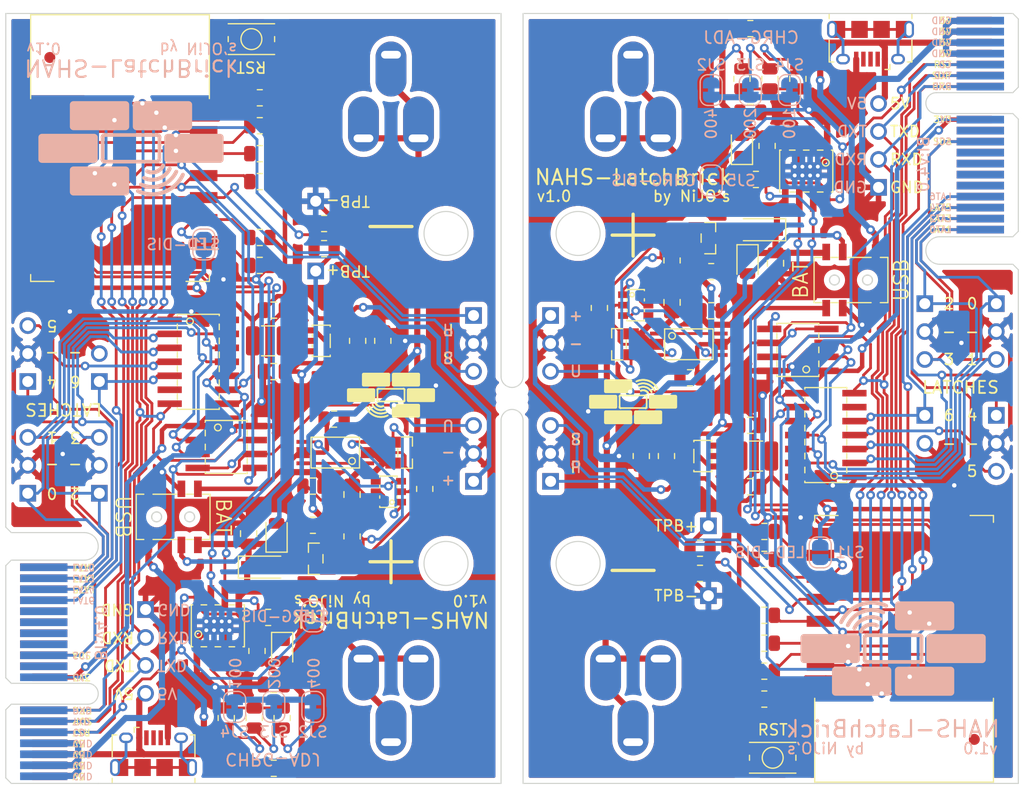
<source format=kicad_pcb>
(kicad_pcb (version 20211014) (generator pcbnew)
  (layers (0 "F.Cu" jumper) (31 "B.Cu" signal) (34 "B.Paste" user) (35 "F.Paste" user) (36 "B.SilkS" user "B.Silkscreen") (37 "F.SilkS" user "F.Silkscreen") (38 "B.Mask" user) (39 "F.Mask" user) (44 "Edge.Cuts" user))
  (net 0 "")
  (net 1 "BAT-")
  (net 2 "BAT+")
  (net 3 "GND")
  (net 4 "SEL+")
  (net 5 "IN-")
  (net 6 "RST")
  (net 7 "LATCH0")
  (net 8 "A0")
  (net 9 "EN")
  (net 10 "Net-(IC1-Pad4)")
  (net 11 "LATCH1")
  (net 12 "SETUP")
  (net 13 "+3V3")
  (net 14 "BOOT2")
  (net 15 "BOOT1")
  (net 16 "PROG")
  (net 17 "SDA")
  (net 18 "Net-(C5-Pad1)")
  (net 19 "SCL")
  (net 20 "RXD")
  (net 21 "/CHRG+")
  (net 22 "Net-(D1-Pad2)")
  (net 24 "CHRG")
  (net 25 "TXD")
  (net 26 "LATCH3")
  (net 27 "LACTH4")
  (net 28 "STDBY")
  (net 29 "LACTH5")
  (net 32 "LACTH6")
  (net 34 "LATCH2")
  (net 35 "UPDI")
  (net 36 "CD")
  (net 37 "D-")
  (net 38 "D+")
  (net 40 "unconnected-(J2-Pad6)")
  (net 41 "Net-(L1-Pad1)")
  (net 42 "Net-(LED1-Pad1)")
  (net 43 "Net-(LED2-Pad2)")
  (net 44 "Net-(Q1-Pad1)")
  (net 45 "Net-(Q1-Pad3)")
  (net 46 "Net-(Q1-Pad4)")
  (net 47 "PRT-")
  (net 48 "IN+")
  (net 49 "Net-(Q3-Pad1)")
  (net 50 "Net-(R11-Pad2)")
  (net 51 "Net-(R15-Pad1)")
  (net 52 "Net-(R15-Pad2)")
  (net 53 "Net-(R20-Pad2)")
  (net 54 "Net-(R22-Pad1)")
  (net 55 "Net-(R23-Pad1)")
  (footprint "no_pinhd:PINHD_1X03_2.54_1mm_Round" (layer "F.Cu") (at 97 111.08 90)
    (fp_text reference "JP6" hide)
    (fp_text value "PINHD_1X03" hide)
  )
  (footprint "no_common:R_0805_2012Metric" (layer "F.Cu") (at 163.158 85.09)
    (fp_text reference "R14" hide)
    (fp_text value "1k" hide)
  )
  (footprint "no_common:KMR_231_G_LFS" (layer "F.Cu") (at 164.682 137.668 90)
    (property "Reference" "SW1")
    (property "Value" "KMR_231_G_LFS")
    (fp_text reference "SW1" hide)
    (fp_text value "KMR_231_G_LFS" hide)
  )
  (footprint "no_pinhd:PINHD_1X03_2.54_1mm_Round" (layer "F.Cu") (at 137.5 110 90)
    (property "Reference" "JP5")
    (property "Value" "PINHD_1X03")
    (fp_text reference "JP5" hide)
    (fp_text value "PINHD_1X03" hide)
  )
  (footprint "no_common:R_0805_2012Metric" (layer "F.Cu") (at 157.1655 103.124 180)
    (fp_text reference "R11" hide)
    (fp_text value "1k" hide)
  )
  (footprint "no_common:R_0805_2012Metric" (layer "F.Cu") (at 166.968 75.946 -90)
    (fp_text reference "R23" hide)
    (fp_text value "12k" hide)
  )
  (footprint "no_common:C_0805_2012Metric" (layer "F.Cu") (at 162.65 78.994)
    (property "Reference" "C1")
    (property "Value" "100nF")
    (fp_text reference "C6" hide)
    (fp_text value "10µF" hide)
  )
  (footprint "no_common:C_0805_2012Metric" (layer "F.Cu") (at 119.35 131.006 180)
    (property "Reference" "C1")
    (property "Value" "100nF")
    (fp_text reference "C6" hide)
    (fp_text value "10µF" hide)
  )
  (footprint "no_common:R_0805_2012Metric" (layer "F.Cu") (at 163.92 129.794)
    (fp_text reference "R3" hide)
    (fp_text value "10k" hide)
  )
  (footprint "no_common:R_0805_2012Metric" (layer "F.Cu") (at 126.462 117.544 -90)
    (fp_text reference "R10" hide)
    (fp_text value "100" hide)
  )
  (footprint "no_common:SOT23" (layer "F.Cu") (at 131.288 109.924 -90)
    (fp_text reference "Q3" hide)
    (fp_text value "CJ2302" hide)
  )
  (footprint "no_common:R_0805_2012Metric" (layer "F.Cu") (at 155.538 92.456 90)
    (fp_text reference "R10" hide)
    (fp_text value "100" hide)
  )
  (footprint "Fiducial:Fiducial_1mm_Mask2mm" (layer "F.Cu") (at 183 136)
    (fp_text reference "FID3" hide)
    (fp_text value "Fiducial" hide)
  )
  (footprint "no_common:C_0805_2012Metric" (layer "F.Cu") (at 119.35 102.558 180)
    (property "Reference" "C1")
    (property "Value" "100nF")
    (fp_text reference "C2" hide)
    (fp_text value "10µF" hide)
  )
  (footprint "no_common:TSSOP8_MS" (layer "F.Cu") (at 124.938 109.924 180)
    (fp_text reference "Q1" hide)
    (fp_text value "8205A" hide)
  )
  (footprint "no_common:R_0805_2012Metric" (layer "F.Cu") (at 163.92 117.094)
    (fp_text reference "R7" hide)
    (fp_text value "10k" hide)
  )
  (footprint "no_common:HA_18650_EK" (layer "F.Cu") (at 152 105)
    (property "Reference" "BT")
    (property "Value" "HA_18650_EK")
    (fp_text reference "BT1" hide)
    (fp_text value "HA_18650_EK" hide)
  )
  (footprint "no_pinhd:PINHD_1X01_2.54_1mm_Square" (layer "F.Cu") (at 158.84 116.586)
    (property "Reference" "JP3")
    (property "Value" "PINHD_1X01")
    (fp_text reference "JP3" hide)
    (fp_text value "PINHD_1X01" hide)
  )
  (footprint "no_common:R_0805_2012Metric" (layer "F.Cu") (at 122.906 112.972 180)
    (fp_text reference "R18" hide)
    (fp_text value "10k" hide)
  )
  (footprint "Fiducial:Fiducial_1mm_Mask2mm" (layer "F.Cu") (at 146 74)
    (fp_text reference "FID1" hide)
    (fp_text value "Fiducial" hide)
  )
  (footprint "Diode_SMD:D_SOD-123F" (layer "F.Cu") (at 163.666 89.662 180)
    (fp_text reference "D1" hide)
    (fp_text value "1N4148WL" hide)
  )
  (footprint "no_common:R_0805_2012Metric" (layer "F.Cu") (at 163.92 119.634)
    (fp_text reference "R4" hide)
    (fp_text value "10k" hide)
  )
  (footprint "no_common:SOIC8_TP" (layer "F.Cu") (at 167.73 84.328 180)
    (fp_text reference "U4" hide)
    (fp_text value "TP4056" hide)
  )
  (footprint "no_common:R_0805_2012Metric" (layer "F.Cu") (at 118.08 77.666 180)
    (fp_text reference "R2" hide)
    (fp_text value "1k" hide)
  )
  (footprint "Fiducial:Fiducial_1mm_Mask2mm" (layer "F.Cu") (at 136 136 180)
    (fp_text reference "FID1" hide)
    (fp_text value "Fiducial" hide)
  )
  (footprint "no_common:L_1210_3225Metric" (layer "F.Cu") (at 118.842 99.764 180)
    (property "Reference" "L1")
    (property "Value" "2.2µH")
    (fp_text reference "L1" hide)
    (fp_text value "2.2µH" hide)
  )
  (footprint "no_common:LED_0805_2012Metric" (layer "F.Cu") (at 161.888 82.042 90)
    (fp_text reference "LED1" hide)
    (fp_text value "Green" hide)
  )
  (footprint "no_common:C_0805_2012Metric" (layer "F.Cu") (at 162.65 107.442)
    (property "Reference" "C1")
    (property "Value" "100nF")
    (fp_text reference "C2" hide)
    (fp_text value "10µF" hide)
  )
  (footprint "Fiducial:Fiducial_1mm_Mask2mm" (layer "F.Cu") (at 99 74 180)
    (fp_text reference "FID3" hide)
    (fp_text value "Fiducial" hide)
  )
  (footprint "no_common:R_0805_2012Metric" (layer "F.Cu") (at 120.112 134.054 90)
    (fp_text reference "R15" hide)
    (fp_text value "3k" hide)
  )
  (footprint "Fiducial:Fiducial_1mm_Mask2mm" (layer "F.Cu") (at 146 136)
    (fp_text reference "FID2" hide)
    (fp_text value "Fiducial" hide)
  )
  (footprint "no_common:LED_0805_2012Metric" (layer "F.Cu") (at 162.396 92.71 -90)
    (fp_text reference "LED2" hide)
    (fp_text value "Red" hide)
  )
  (footprint "no_common:SSSS820101" (layer "F.Cu") (at 171.794 94.234 90)
    (fp_text reference "SW2" hide)
    (fp_text value "SSSS820101" hide)
    (fp_circle (center 0 1.5) (end 0.45 1.5) (layer "Edge.Cuts") (width 0.12) (fill none))
    (fp_circle (center 0 -1.5) (end 0.45 -1.5) (layer "Edge.Cuts") (width 0.12) (fill none))
  )
  (footprint "no_common:R_0805_2012Metric" (layer "F.Cu") (at 129.256 99.764 -90)
    (fp_text reference "R20" hide)
    (fp_text value "130k" hide)
  )
  (footprint "no_pinhd:PINHD_1X03_2.54_1mm_Round" (layer "F.Cu") (at 178.5 98.92 -90)
    (fp_text reference "JP7" hide)
    (fp_text value "PINHD_1X03" hide)
  )
  (footprint "no_common:C_0805_2012Metric" (layer "F.Cu") (at 162.65 113.03 180)
    (property "Reference" "C1")
    (property "Value" "100nF")
    (fp_text reference "C3" hide)
    (fp_text value "10µF" hide)
  )
  (footprint "no_common:LED_0805_2012Metric" (layer "F.Cu") (at 120.112 127.958 -90)
    (fp_text reference "LED1" hide)
    (fp_text value "Green" hide)
  )
  (footprint "no_common:R_0805_2012Metric" (layer "F.Cu") (at 123.922 91.382 180)
    (fp_text reference "R8" hide)
    (fp_text value "2.7M" hide)
  )
  (footprint "no_common:C_0805_2012Metric" (layer "F.Cu") (at 117.064 117.29 90)
    (property "Reference" "C1")
    (property "Value" "100nF")
    (fp_text reference "C4" hide)
    (fp_text value "10µF" hide)
  )
  (footprint "no_pinhd:PINHD_1X03_2.54_1mm_Round" (layer "F.Cu") (at 137.5 100 -90)
    (property "Reference" "JP1")
    (property "Value" "PINHD_1X03")
    (fp_text reference "JP1" hide)
    (fp_text value "PINHD_1X03" hide)
  )
  (footprint "no_common:R_0805_2012Metric" (layer "F.Cu") (at 118.08 80.206 180)
    (fp_text reference "R3" hide)
    (fp_text value "10k" hide)
  )
  (footprint "no_common:R_0805_2012Metric" (layer "F.Cu") (at 122.906 116.528)
    (fp_text reference "R17" hide)
    (fp_text value "1k" hide)
  )
  (footprint "Diode_SMD:D_SOD-123F" (layer "F.Cu") (at 118.334 120.338)
    (fp_text reference "D1" hide)
    (fp_text value "1N4148WL" hide)
  )
  (footprint "no_common:SOIC8" (layer "F.Cu") (at 166.968 100.584 90)
    (property "Reference" "IC?")
    (property "Value" "ATTINY212")
    (fp_text reference "IC2" hide)
    (fp_text value "ATTINY212" hide)
  )
  (footprint "no_brick_logo:x8mm" (layer "F.Cu") (at 152 105.283)
    (fp_text reference "LOGO1" hide)
    (fp_text value "brick_logo" hide)
  )
  (footprint "no_common:R_0805_2012Metric" (layer "F.Cu") (at 158.078 118.618)
    (fp_text reference "R8" hide)
    (fp_text value "2.7M" hide)
  )
  (footprint "no_common:R_0805_2012Metric" (layer "F.Cu") (at 163.92 132.334)
    (fp_text reference "R2" hide)
    (fp_text value "1k" hide)
  )
  (footprint "no_common:SOIC8" (layer "F.Cu") (at 115.032 109.416 -90)
    (property "Reference" "IC?")
    (property "Value" "ATTINY212")
    (fp_text reference "IC2" hide)
    (fp_text value "ATTINY212" hide)
  )
  (footprint "no_pinhd:PINHD_1X01_2.54_1mm_Square" (layer "F.Cu") (at 123.16 93.414 180)
    (property "Reference" "JP3")
    (property "Value" "PINHD_1X01")
    (fp_text reference "JP3" hide)
    (fp_text value "PINHD_1X01" hide)
  )
  (footprint "no_pinhd:PINHD_1X03_2.54_1mm_Round" (layer "F.Cu") (at 144.5 110 90)
    (property "Reference" "JP1")
    (property "Value" "PINHD_1X03")
    (fp_text reference "JP1" hide)
    (fp_text value "PINHD_1X03" hide)
  )
  (footprint "no_common:USB_Micro-B_Amphenol_10118194_Horizontal" (layer "F.Cu") (at 108.428 137.25)
    (fp_text reference "J2" hide)
    (fp_text value "USB_B_Mini" hide)
  )
  (footprint "no_common:KMR_231_G_LFS" (layer "F.Cu") (at 117.318 72.332 -90)
    (property "Reference" "SW1")
    (property "Value" "KMR_231_G_LFS")
    (fp_text reference "SW1" hide)
    (fp_text value "KMR_231_G_LFS" hide)
  )
  (footprint "no_common:SOT23-6" (layer "F.Cu") (at 152.236 96.52 -90)
    (fp_text reference "U3" hide)
    (fp_text value "DW01A" hide)
  )
  (footprint "no_pinhd:PINHD_1X03_2.54_1mm_Round" (layer "F.Cu") (at 103.5 111.08 90)
    (fp_text reference "JP7" hide)
    (fp_text value "PINHD_1X03" hide)
  )
  (footprint "no_common:SOT23-5" (layer "F.Cu") (at 158.332 110.236 90)
    (property "Reference" "U1")
    (property "Value" "ZD8028IB5TR")
    (fp_text reference "U1" hide)
    (fp_text value "ZD8028IB5TR" hide)
  )
  (footprint "no_common:L_1210_3225Metric" (layer "F.Cu") (at 163.158 110.236)
    (property "Reference" "L1")
    (property "Value" "2.2µH")
    (fp_text reference "L1" hide)
    (fp_text value "2.2µH" hide)
  )
  (footprint "no_common:R_0805_2012Metric" (layer "F.Cu") (at 159.094 97.028)
    (fp_text reference "R18" hide)
    (fp_text value "10k" hide)
  )
  (footprint "no_common:R_0805_2012Metric" (layer "F.Cu") (at 158.078 120.904 180)
    (fp_text reference "R9" hide)
    (fp_text value "590k" hide)
  )
  (footprint "no_common:SOIC8_TP" (layer "F.Cu") (at 114.27 125.672)
    (fp_text reference "U4" hide)
    (fp_text value "TP4056" hide)
  )
  (footprint "no_common:R_0805_2012Metric" (layer "F.Cu") (at 118.08 85.286 180)
    (fp_text reference "R5" hide)
    (fp_text value "3.9k" hide)
  )
  (footprint "no_common:USB_Micro-B_Amphenol_10118194_Horizontal" (layer "F.Cu") (at 173.572 72.75 180)
    (fp_text reference "J2" hide)
    (fp_text value "USB_B_Mini" hide)
  )
  (footprint "no_common:R_0805_2012Metric" (layer "F.Cu") (at 164.428 75.946 -90)
    (fp_text reference "R22" hide)
    (fp_text value "6,04k" hide)
  )
  (footprint "no_common:R_0805_2012Metric" (layer "F.Cu") (at 118.08 92.906 180)
    (fp_text reference "R7" hide)
    (fp_text value "10k" hide)
  )
  (footprint "no_common:SOT23" (layer "F.Cu") (at 123.16 119.576 90)
    (fp_text reference "Q4" hide)
    (fp_text value "MMBT2907A" hide)
  )
  (footprint "no_common:R_0805_2012Metric" (layer "F.Cu") (at 162.65 71.374)
    (fp_text reference "R12" hide)
    (fp_text value "0.4" hide)
  )
  (footprint "no_expressif:ESP12S" (layer "F.Cu") (at 176.62 127.762 180)
    (property "Reference" "IC1")
    (property "Value" "ESP12S")
    (fp_text reference "IC1" hide)
    (fp_text value "ESP12S" hide)
  )
  (footprint "no_common:HA_18650_EK" (layer "F.Cu") (at 130 105 180)
    (property "Reference" "BT")
    (property "Value" "HA_18650_EK")
    (fp_text reference "BT1" hide)
    (fp_text value "HA_18650_EK" hide)
  )
  (footprint "no_pinhd:PINHD_1X03_2.54_1mm_Round" (layer "F.Cu") (at 185 109.08 -90)
    (fp_text reference "JP8" hide)
    (fp_text value "PINHD_1X03" hide)
  )
  (footprint "no_brick_logo:x8mm" (layer "F.Cu") (at 130 104.717 180)
    (fp_text reference "LOGO1" hide)
    (fp_text value "brick_logo" hide)
  )
  (footprint "no_common:R_0805_2012Metric" (layer "F.Cu") (at 115.032 134.054 90)
    (fp_text reference "R23" hide)
    (fp_text value "12k" hide)
  )
  (footprint "no_pinhd:PINHD_1X04_2.54_1mm_Round" (layer "F.Cu") (at 174.3 82 90)
    (property "Reference" "JP2")
    (property "Value" "PINHD_1X04")
    (fp_text reference "JP2" hide)
    (fp_text value "PINHD_1X04" hide)
  )
  (footprint "no_common:R_0805_2012Metric" (layer "F.Cu") (at 163.92 124.714)
    (fp_text reference "R5" hide)
    (fp_text value "3.9k" hide)
  )
  (footprint "no_common:R_0805_2012Metric" (layer "F.Cu") (at 124.8345 106.876)
    (fp_text reference "R11" hide)
    (fp_text value "1k" hide)
  )
  (footprint "no_common:R_0805_2012Metric" (layer "F.Cu") (at 159.094 93.472 180)
    (fp_text reference "R17" hide)
    (fp_text value "1k" hide)
  )
  (footprint "no_common:R_0805_2012Metric" (layer "F.Cu") (at 123.922 89.096)
    (fp_text reference "R9" hide)
    (fp_text value "590k" hide)
  )
  (footprint "no_common:LED_0805_2012Metric" (layer "F.Cu") (at 119.604 117.29 90)
    (fp_text reference "LED2" hide)
    (fp_text value "Red" hide)
  )
  (footprint "no_pinhd:PINHD_1X01_2.54_1mm_Square" (layer "F.Cu") (at 123.16 87.064 180)
    (property "Reference" "JP4")
    (property "Value" "PINHD_1X01")
    (fp_text reference "JP4" hide)
    (fp_text value "PINHD_1X01" hide)
  )
  (footprint "no_common:SOIC14" (layer "F.Cu") (at 169.508 108.331 90)
    (fp_text reference "IC3" hide)
    (fp_text value "ATTINY414" hide)
  )
  (footprint "no_pinhd:PINHD_1X01_2.54_1mm_Square" (layer "F.Cu") (at 158.84 122.936)
    (property "Reference" "JP4")
    (property "Value" "PINHD_1X01")
    (fp_text reference "JP4" hide)
    (fp_text value "PINHD_1X01" hide)
  )
  (footprint "no_common:SOT23-6" (layer "F.Cu") (at 129.764 113.48 90)
    (fp_text reference "U3" hide)
    (fp_text value "DW01A" hide)
  )
  (footprint "no_common:R_0805_2012Metric" (layer "F.Cu") (at 133.066 113.226 -90)
    (fp_text reference "R19" hide)
    (fp_text value "10k" hide)
  )
  (footprint "no_common:R_0805_2012Metric" (layer "F.Cu") (at 119.35 138.626 180)
    (fp_text reference "R12" hide)
    (fp_text value "0.4" hide)
  )
  (footprint "no_common:C_0805_2012Metric" (layer "F.Cu") (at 119.35 96.97)
    (property "Reference" "C1")
    (property "Value" "100nF")
    (fp_text reference "C3" hide)
    (fp_text value "10µF" hide)
  )
  (footprint "no_pinhd:PINHD_1X04_2.54_1mm_Round" (layer "F.Cu") (at 107.7 128 -90)
    (property "Reference" "JP2")
    (property "Value" "PINHD_1X04")
    (fp_text reference "JP2" hide)
    (fp_text value "PINHD_1X04" hide)
  )
  (footprint "no_common:R_0805_2012Metric" (layer "F.Cu") (at 161.888 75.946 -90)
    (fp_text reference "R15" hide)
    (fp_text value "3k" hide)
  )
  (footprint "no_common:R_0805_2012Metric" (layer "F.Cu") (at 163.92 127.254)
    (fp_text reference "R6" hide)
    (fp_text value "3.9k" hide)
  )
  (footprint "no_common:R_0805_2012Metric" (layer "F.Cu") (at 118.842 124.91 180)
    (fp_text reference "R14" hide)
    (fp_text value "1k" hide)
  )
  (footprint "no_common:R_0805_2012Metric" (layer "F.Cu") (at 164.174 82.042 -90)
    (fp_text reference "R13" hide)
    (fp_text value "10k" hide)
  )
  (footprint "no_pinhd:PINHD_1X02_2.54_1mm_Round" (layer "F.Cu") (at 178.5 107.81 -90)
    (fp_text reference "JP9" hide)
    (fp_text value "PINHD_1x02" hide)
  )
  (footprint "no_common:R_0805_2012Metric" (layer "F.Cu") (at 148.934 96.774 90)
    (fp_text reference "R19" hide)
    (fp_text value "10k" hide)
  )
  (footprint "no_common:SOT23" (layer "F.Cu") (at 150.712 100.076 90)
    (fp_text reference "Q3" hide)
    (fp_text value "CJ2302" hide)
  )
  (footprint "Panelization:mouse-bite-2mm-slot" (layer "F.Cu") (at 141 105 90)
    (fp_text reference "mouse-bite-2mm-slot" hide)
    (fp_text value "VAL**" hide)
    (fp_arc (start 2 1) (mid 1 0) (end 2 -1) (layer "Edge.Cuts") (width 0.1))
    (fp_arc (start -2 -1) (mid -1 0) (end -2 1) (layer "Edge.Cuts") (width 0.1))
  )
  (footprint "no_common:C_0805_2012Metric" (layer "F.Cu") (at 126.462 113.734 90)
    (property "Reference" "C1")
    (property "Value" "100nF")
    (fp_text reference "C5" hide)
    (fp_text value "100nF" hide)
  )
  (footprint "no_common:R_0805_2012Metric" (layer "F.Cu") (at 126.97 99.764 90)
    (fp_text reference "R21" hide)
    (fp_text value "590k" hide)
  )
  (footprint "no_pinhd:PINHD_1X03_2.54_1mm_Round" (layer "F.Cu") (at 144.5 100 -90)
    (property "Reference" "JP5")
    (property "Value" "PINHD_1X03")
    (fp_text reference "JP5" hide)
    (fp_text value "PINHD_1X03" hide)
  )
  (footprint "no_brick_interface:Brick_Interface_V4_inset" (layer "F.Cu") (at 183.55 89.65 90)
    (property "Reference" "J")
    (property "Value" "Brick-Interface-V4")
    (fp_text reference "J1" hide)
    (fp_text value "Brick-Interface-V4")
    (fp_line (start 12.45 2.95) (end 12.95 3.45) (layer "Edge.Cuts") (width 0.1))
    (fp_line (start -0.65 2.95) (end -0.15 3.45) (layer "Edge.Cuts") (width 0.1))
    (fp_line (start 12.95 3.45) (end 19.15 3.45) (layer "Edge.Cuts") (width 0.1))
    (fp_line (start -0.65 -3.7) (end -0.65 2.95) (layer "Edge.Cuts") (width 0.1))
    (fp_line (start 10.55 2.95) (end 10.05 3.45) (layer "Edge.Cuts") (width 0.1))
    (fp_line (start -3.15 -3.7) (end -3.15 2.95) (layer "Edge.Cuts") (width 0.1))
    (fp_line (start -0.15 3.45) (end 10.05 3.45) (layer "Edge.Cuts") (width 0.1))
    (fp_line (start 19.65 2.95) (end 19.15 3.45) (layer "Edge.Cuts") (width 0.1))
    (fp_line (start 12.45 -4) (end 12.45 2.95) (layer "Edge.Cuts") (width 0.1))
    (fp_line (start -3.15 2.95) (end -3.65 3.45) (layer "Edge.Cuts") (width 0.1))
    (fp_line (start 10.55 -4) (end 10.55 2.95) (layer "Edge.Cuts") (width 0.1))
    (fp_line (start 19.65 -4.95) (end 19.65 2.95) (layer "Edge.Cuts") (width 0.1))
    (fp_arc (start -3.15 -3.7) (mid -1.9 -4.95) (end -0.65 -3.7) (layer "Edge.Cuts") (width 0.1))
    (fp_arc (start 10.55 -4) (mid 11.5 -4.95) (end 12.45 -4) (layer "Edge.Cuts") (width 0.1))
  )
  (footprint "no_brick_interface:Brick_Interface_V4_inset" (layer "F.Cu") (at 98.45 120.35 -90)
    (property "Reference" "J")
    (property "Value" "Brick-Interface-V4")
    (fp_text reference "J1" hide)
    (fp_text value "Brick-Interface-V4")
    (fp_line (start 19.65 2.95) (end 19.15 3.45) (layer "Edge.Cuts") (width 0.1))
    (fp_line (start -0.15 3.45) (end 10.05 3.45) (layer "Edge.Cuts") (width 0.1))
    (fp_line (start 10.55 2.95) (end 10.05 3.45) (layer "Edge.Cuts") (width 0.1))
    (fp_line (start 19.65 -4.95) (end 19.65 2.95) (layer "Edge.Cuts") (width 0.1))
    (fp_line (start -3.15 2.95) (end -3.65 3.45) (layer "Edge.Cuts") (width 0.1))
    (fp_line (start 12.45 -4) (end 12.45 2.95) (layer "Edge.Cuts") (width 0.1))
    (fp_line (start 12.45 2.95) (end 12.95 3.45) (layer "Edge.Cuts") (width 0.1))
    (fp_line (start -0.65 -3.7) (end -0.65 2.95) (layer "Edge.Cuts") (width 0.1))
    (fp_line (start -0.65 2.95) (end -0.15 3.45) (layer "Edge.Cuts") (width 0.1))
    (fp_line (start -3.15 -3.7) (end -3.15 2.95) (layer "Edge.Cuts") (width 0.1))
    (fp_line (start 12.95 3.45) (end 19.15 3.45) (layer "Edge.Cuts") (width 0.1))
    (fp_line (start 10.55 -4) (end 10.55 2.95) (layer "Edge.Cuts") (width 0.1))
    (fp_arc (start 10.55 -4) (mid 11.5 -4.95) (end 12.45 -4) (layer "Edge.Cuts") (width 0.1))
    (fp_arc (start -3.15 -3.7) (mid -1.9 -4.95) (end -0.65 -3.7) (layer "Edge.Cuts") (width 0.1))
  )
  (footprint "no_common:C_0805_2012Metric" (layer "F.Cu") (at 164.936 92.71 -90)
    (property "Reference" "C1")
    (property "Value" "100nF")
    (fp_text reference "C4" hide)
    (fp_text value "10µF" hide)
  )
  (footprint "no_pinhd:PINHD_1X02_2.54_1mm_Round" (layer "F.Cu") (at 103.5 102.19 90)
    (fp_text reference "JP9" hide)
    (fp_text value "PINHD_1x02" hide)
  )
  (footprint "no_common:R_0805_2012Metric" (layer "F.Cu") (at 117.826 127.958 90)
    (fp_text reference "R13" hide)
    (fp_text value "10k" hide)
  )
  (footprint "no_common:SOT23-5" (layer "F.Cu") (at 123.668 99.764 -90)
    (property "Reference" "U1")
    (property "Value" "ZD8028IB5TR")
    (fp_text reference "U1" hide)
    (fp_text value "ZD8028IB5TR" hide)
  )
  (footprint "Fiducial:Fiducial_1mm_Mask2mm" (layer "F.Cu") (at 136 74 180)
    (fp_text reference "FID2" hide)
    (fp_text value "Fiducial" hide)
  )
  (footprint "no_expressif:ESP12S" (layer "F.Cu") (at 105.38 82.238)
    (property "Reference" "IC1")
    (property "Value" "ESP12S")
    (fp_text reference "IC1" hide)
    (fp_text value "ESP12S" hide)
  )
  (footprint "no_common:R_0805_2012Metric" (layer "F.Cu") (at 118.08 90.366 180)
    (fp_text reference "R4" hide)
    (fp_text value "10k" hide)
  )
  (footprint "no_common:R_0805_2012Metric" (layer "F.Cu") (at 155.03 110.236 -90)
    (fp_text reference "R21" hide)
    (fp_text value "590k" hide)
  )
  (footprint "no_pinhd:PINHD_1X03_2.54_1mm_Round" (layer "F.Cu") (at 97 100.92 90)
    (fp_text reference "JP8" hide)
    (fp_text value "PINHD_1X03" hide)
  )
  (footprint "no_common:C_0805_2012Metric" (layer "F.Cu") (at 155.538 96.266 -90)
    (property "Reference" "C1")
    (property "Value" "100nF")
    (fp_text reference "C5" hide)
    (fp_text value "100nF" hide)
  )
  (footprint "no_pinhd:PINHD_1X03_2.54_1mm_Round" (layer "F.Cu") (at 185 98.92 -90)
    (fp_text reference "JP6" hide)
    (fp_text value "PINHD_1X03" hide)
  )
  (footprint "no_common:SOIC14" (layer "F.Cu") (at 112.492 101.669 -90)
    (fp_text reference "IC3" hide)
    (fp_text value "ATTINY414" hide)
  )
  (footprint "no_common:TSSOP8_MS" (layer "F.Cu") (at 157.062 100.076)
    (fp_text reference "Q1" hide)
    (fp_text value "8205A" hide)
  )
  (footprint "no_common:SOT23" (layer "F.Cu") (at 158.84 90.424 -90)
    (fp_text reference "Q4" hide)
    (fp_text value "MMBT2907A" hide)
  )
  (footprint "no_common:R_0805_2012Metric" (layer "F.Cu") (at 152.744 110.236 90)
    (fp_text reference "R20" hide)
    (fp_text value "130k" hide)
  )
  (footprint "no_common:SSSS820101" (layer "F.Cu") (at 110.206 115.766 -90)
    (fp_text reference "SW2" hide)
    (fp_text value "SSSS820101" hide)
    (fp_circle (center 0 -1.5) (end 0.45 -1.5) (layer "Edge.Cuts") (width 0.12) (fill none))
    (fp_circle (center 0 1.5) (end 0.45 1.5) (layer "Edge.Cuts") (width 0.12) (fill none))
  )
  (footprint "no_common:R_0805_2012Metric" (layer "F.Cu") (at 118.08 82.746 180)
    (fp_text reference "R6" hide)
    (fp_text value "3.9k" hide)
  )
  (footprint "no_common:R_0805_2012Metric" (layer "F.Cu") (at 117.572 134.054 90)
    (fp_text reference "R22" hide)
    (fp_text value "6,04k" hide)
  )
  (footprint "Jumper:SolderJumper-2_P1.3mm_Bridged_RoundedPad1.0x1.5mm" (layer "B.Cu") (at 159.094 76.962 90)
    (property "Reference" "SJ1")
    (property "Value" "RHT-ALT")
    (fp_text reference "SJ2")
    (fp_text value "400" hide)
  )
  (footprint "Jumper:SolderJumper-2_P1.3mm_Open_RoundedPad1.0x1.5mm" (layer "B.Cu") (at 113 91 90)
    (property "Reference" "SJ1")
    (property "Value" "LED-DIS")
    (fp_text reference "SJ1")
    (fp_text value "LED-DIS")
  )
  (footprint "Jumper:SolderJumper-2_P1.3mm_Open_RoundedPad1.0x1.5mm" (layer "B.Cu") (at 122.906 124.8188 -90)
    (property "Reference" "SJ1")
    (property "Value" "LED-DIS")
    (fp_text reference "SJ5")
    (fp_text value "CHRG-DIS")
  )
  (footprint "Jumper:SolderJumper-2_P1.3mm_Open_RoundedPad1.0x1.5mm" (layer "B.Cu") (at 159.094 85.1812 90)
    (property "Reference" "SJ1")
    (property "Value" "LED-DIS")
    (fp_text reference "SJ5")
    (fp_text value "CHRG-DIS")
  )
  (footprint "Jumper:SolderJumper-2_P1.3mm_Bridged_RoundedPad1.0x1.5mm" (layer "B.Cu") (at 122.906 133.038 -90)
    (property "Reference" "SJ1")
    (property "Value" "RHT-ALT")
    (fp_text reference "SJ2")
    (fp_text value "400" hide)
  )
  (footprint "Jumper:SolderJumper-2_P1.3mm_Bridged_RoundedPad1.0x1.5mm" (layer "B.Cu") (at 119.35 133.038 -90)
    (property "Reference" "SJ1")
    (property "Value" "RHT-ALT")
    (fp_text reference "SJ3")
    (fp_text value "200" hide)
  )
  (footprint "Jumper:SolderJumper-2_P1.3mm_Bridged_RoundedPad1.0x1.5mm" (layer "B.Cu") (at 162.65 76.962 90)
    (property "Reference" "SJ1")
    (property "Value" "RHT-ALT")
    (fp_text reference "SJ3")
    (fp_text value "200" hide)
  )
  (footprint "no_brick_logo:x17mm" (layer "B.Cu") (at 106.396 82.365)
    (fp_text reference "LOGO2" hide)
    (fp_text value "brick_logo" hide)
  )
  (footprint "Jumper:SolderJumper-2_P1.3mm_Open_RoundedPad1.0x1.5mm" (layer "B.Cu") (at 169 119 -90)
    (property "Reference" "SJ1")
    (property "Value" "LED-DIS")
    (fp_text reference "SJ1")
    (fp_text value "LED-DIS")
  )
  (footprint "Jumper:SolderJumper-2_P1.3mm_Bridged_RoundedPad1.0x1.5mm" (layer "B.Cu") (at 115.794 133.038 -90)
    (property "Reference" "SJ1")
    (property "Value" "RHT-ALT")
    (fp_text reference "SJ4")
    (fp_text value "100" hide)
  )
  (footprint "no_brick_logo:x17mm" (layer "B.Cu") (at 175.604 127.635 180)
    (fp_text reference "LOGO2" hide)
    (fp_text value "brick_logo" hide)
  )
  (footprint "Jumper:SolderJumper-2_P1.3mm_Bridged_RoundedPad1.0x1.5mm" (layer "B.Cu") (at 166.206 76.962 90)
    (property "Reference" "SJ1")
    (property "Value" "RHT-ALT")
    (fp_text reference "SJ4")
    (fp_text value "100" hide)
  )
  (gr_line (start 103.4 140) (end 140 140) (layer "Edge.Cuts") (width 0.1))
  (gr_line (start 142 107) (end 142 140) (layer "Edge.Cuts") (width 0.1))
  (gr_circle (center 147 120) (end 149 120) (layer "Edge.Cuts") (width 0.1) (fill none))
  (gr_circle (center 135 120) (end 133 120) (layer "Edge.Cuts") (width 0.1) (fill none))
  (gr_line (start 142 103) (end 142 70) (layer "Edge.Cuts") (width 0.1))
  (gr_line (start 95 116.7) (end 95 70) (layer "Edge.Cuts") (width 0.1))
  (gr_line (start 142 140) (end 187 140) (layer "Edge.Cuts") (width 0.1))
  (gr_line (start 187 93.3) (end 187 140) (layer "Edge.Cuts") (width 0.1))
  (gr_line (start 140 103) (end 140 70) (layer "Edge.Cuts") (width 0.1))
  (gr_circle (center 135 90) (end 133 90) (layer "Edge.Cuts") (width 0.1) (fill none))
  (gr_line (start 178.6 70) (end 142 70) (layer "Edge.Cuts") (width 0.1))
  (gr_line (start 140 107) (end 140 140) (layer "Edge.Cuts") (width 0.1))
  (gr_line (start 140 70) (end 95 70) (layer "Edge.Cuts") (width 0.1))
  (gr_circle (center 147 90) (end 149 90) (layer "Edge.Cuts") (width 0.1) (fill none))
  (gr_text "NAHS-LatchBrick" (at 106.396 74.9482 180) (layer "B.SilkS") (effects (font (size 1.5 1.5) (thickness 0.2)) (justify mirror)))
  (gr_text "v1.0" (at 96.776 73.1702 180) (layer "B.SilkS") (effects (font (size 1 1)) (justify left mirror)))
  (gr_text "CHRG-ADJ" (at 162.72 72.2) (layer "B.SilkS") (effects (font (size 1.1 1.1) (thickness 0.16)) (justify mirror)))
  (gr_text "S" (at 146.8 108.73) (layer "B.SilkS") (effects (font (size 1 1)) (justify mirror)))
  (gr_text "200" (at 119.35 129.99 270) (layer "B.SilkS") (effects (font (size 1 1)) (justify mirror)))
  (gr_text "200" (at 162.65 80.01 90) (layer "B.SilkS") (effects (font (size 1 1)) (justify mirror)))
  (gr_text "RXD" (at 173.3516 83.27) (layer "B.SilkS") (effects (font (size 1 1)) (justify left mirror)))
  (gr_text "P" (at 146.8 111.27) (layer "B.SilkS") (effects (font (size 1 1)) (justify mirror)))
  (gr_text "v1.0" (at 185.224 136.8298) (layer "B.SilkS") (effects (font (size 1 1)) (justify left mirror)))
  (gr_text "by NiJO's" (at 116.126 73.1702 180) (layer "B.SilkS") (effects (font (size 1 1)) (justify right mirror)))
  (gr_text "100" (at 166.206 80.01 90) (layer "B.SilkS") (effects (font (size 1 1)) (justify mirror)))
  (gr_text "TXD" (at 173.3516 80.73) (layer "B.SilkS") (effects (font (size 1 1)) (justify left mirror)))
  (gr_text "-" (at 146.8 100) (layer "B.SilkS") (effects (font (size 1 1)) (justify mirror)))
  (gr_text "100" (at 115.794 129.99 270) (layer "B.SilkS") (effects (font (size 1 1)) (justify mirror)))
  (gr_text "GND" (at 173.3516 85.81) (layer "B.SilkS") (effects (font (size 1 1)) (justify left mirror)))
  (gr_text "+" (at 146.8 97.46) (layer "B.SilkS") (effects (font (size 1 1)) (justify mirror)))
  (gr_text "CHRG-ADJ" (at 119.28 137.8 180) (layer "B.SilkS") (effects (font (size 1.1 1.1) (thickness 0.16)) (justify mirror)))
  (gr_text "NAHS-LatchBrick" (at 175.604 135.0518) (layer "B.SilkS") (effects (font (size 1.5 1.5) (thickness 0.2)) (justify mirror)))
  (gr_text "U" (at 146.8 102.54) (layer "B.SilkS") (effects (font (size 1 1)) (justify mirror)))
  (gr_text "+" (at 135.2 112.54 180) (layer "B.SilkS") (effects (font (size 1 1)) (justify mirror)))
  (gr_text "5V" (at 108.6484 131.81 180) (layer "B.SilkS") (effects (font (size 1 1)) (justify left mirror)))
  (gr_text "RXD" (at 108.6484 126.73 180) (layer "B.SilkS") (effects (font (size 1 1)) (justify left mirror)))
  (gr_text "P" (at 135.2 98.73 180) (layer "B.SilkS") (effects (font (size 1 1)) (justify mirror)))
  (gr_text "GND" (at 108.6484 124.19 180) (layer "B.SilkS") (effects (font (size 1 1)) (justify left mirror)))
  (gr_text "TXD" (at 108.6484 129.27 180) (layer "B.SilkS") (effects (font (size 1 1)) (justify left mirror)))
  (gr_text "U" (at 135.2 107.46 180) (layer "B.SilkS") (effects (font (size 1 1)) (justify mirror)))
  (gr_text "400" (at 159.094 80.01 90) (layer "B.SilkS") (effects (font (size 1 1)) (justify mirror)))
  (gr_text "400" (at 122.906 129.99 270) (layer "B.SilkS") (effects (font (size 1 1)) (justify mirror)))
  (gr_text "S" (at 135.2 101.27 180) (layer "B.SilkS") (effects (font (size 1 1)) (justify mirror)))
  (gr_text "-" (at 135.2 110 180) (layer "B.SilkS") (effects (font (size 1 1)) (justify mirror)))
  (gr_text "5V" (at 173.3516 78.19) (layer "B.SilkS") (effects (font (size 1 1)) (justify left mirror)))
  (gr_text "by NiJO's" (at 165.874 136.8298) (layer "B.SilkS") (effects (font (size 1 1)) (justify right mirror)))
  (gr_text "TPB-" (at 158 122.936) (layer "F.SilkS") (effects (font (size 1 1)) (justify right)))
  (gr_text "S" (at 146.8 108.73) (layer "F.SilkS") (effects (font (size 1 1))))
  (gr_text "-" (at 135.2 110 180) (layer "F.SilkS") (effects (font (size 1 1))))
  (gr_text "+" (at 135.2 112.54 180) (layer "F.SilkS") (effects (font (size 1 1))))
  (gr_text "v1.0" (at 143.15 86.614) (layer "F.SilkS") (effects (font (size 1 1)) (justify left)))
  (gr_text "NAHS-LatchBrick" (at 152 84.8868) (layer "F.SilkS") (effects (font (size 1.38 1.38) (thickness 0.19))))
  (gr_text "GND" (at 106.7516 124.19 180) (layer "F.SilkS") (effects (font (size 1 1)) (justify left)))
  (gr_text "USB" (at 105.634 115.766 270) (layer "F.SilkS") (effects (font (size 1.3 1.3))))
  (gr_text "+" (at 146.8 97.46) (layer "F.SilkS") (effects (font (size 1 1))))
  (gr_text "U" (at 135.2 107.46 180) (layer "F.SilkS") (effects (font (size 1 1))))
  (gr_text "RST" (at 117.318 74.872 180) (layer "F.SilkS") (effects (font (size 1 1))))
  (gr_text "GND" (at 175.2484 85.81) (layer "F.SilkS") (effects (font (size 1 1)) (justify left)))
  (gr_text "RXD" (at 106.7516 126.73 180) (layer "F.SilkS") (effects (font (size 1 1)) (justify left)))
  (gr_text "by NiJO's" (at 121.05 123.386 180) (layer "F.SilkS") (effects (font (size 1 1)) (justify right)))
  (gr_text "RXD" (at 175.2484 83.27) (layer "F.SilkS") (effects (font (size 1 1)) (justify left)))
  (gr_text "LATCHES" (at 100.25 106 180) (layer "F.SilkS") (effects (font (size 1.1 1.1) (thickness 0.16))))
  (gr_text "by NiJO's" (at 160.95 86.614) (layer "F.SilkS") (effects (font (size 1 1)) (justify right)))
  (gr_text "P" (at 135.2 98.73 180) (layer "F.SilkS") (effects (font (size 1 1))))
  (gr_text "BAT" (at 167.222 94.234 90) (layer "F.SilkS") (effects (font (size 1.3 1.3))))
  (gr_text "-" (at 146.8 100) (layer "F.SilkS") (effects (font (size 1 1))))
  (gr_text "v1.0" (at 138.85 123.386 180) (layer "F.SilkS") (effects (font (size 1 1)) (justify left)))
  (gr_text "TPB-" (at 124 87.064 180) (layer "F.SilkS") (effects (font (size 1 1)) (justify right)))
  (gr_text "U" (at 146.8 102.54) (layer "F.SilkS") (effects (font (size 1 1))))
  (gr_text "P" (at 146.8 111.27) (layer "F.SilkS") (effects (font (size 1 1))))
  (gr_text "5V" (at 175.2484 78.19) (layer "F.SilkS") (effects (font (size 1 1)) (justify left)))
  (gr_text "S" (at 135.2 101.27 180) (layer "F.SilkS") (effects (font (size 1 1))))
  (gr_text "LATCHES" (at 181.75 104) (layer "F.SilkS") (effects (font (size 1.1 1.1) (thickness 0.16))))
  (gr_text "5V" (at 106.7516 131.81 180) (layer "F.SilkS") (effects (font (size 1 1)) (justify left)))
  (gr_text "TPB+" (at 124 93.414 180) (layer "F.SilkS") (effects (font (size 1 1)) (justify right)))
  (gr_text "USB" (at 176.366 94.234 90) (layer "F.SilkS") (effects (font (size 1.3 1.3))))
  (gr_text "TXD" (at 175.2484 80.73) (layer "F.SilkS") (effects (font (size 1 1)) (justify left)))
  (gr_text "RST" (at 164.682 135.128) (layer "F.SilkS") (effects (font (size 1 1))))
  (gr_text "TXD" (at 106.7516 129.27 180) (layer "F.SilkS") (effects (font (size 1 1)) (justify left)))
  (gr_text "NAHS-LatchBrick" (at 130 125.1132 180) (layer "F.SilkS") (effects (font (size 1.38 1.38) (thickness 0.19))))
  (gr_text "TPB+" (at 158 116.586) (layer "F.SilkS") (effects (font (size 1 1)) (justify right)))
  (gr_text "BAT" (at 114.778 115.766 270) (layer "F.SilkS") (effects (font (size 1.3 1.3))))
  (segment (start 132.388 93.244) (end 132.388 100.696) (width 0.5588) (layer "F.Cu") (net 1))
  (segment (start 132.5 81.35) (end 132.5 86.614) (width 0.5588) (layer "F.Cu") (net 1))
  (segment (start 149.612 109.304) (end 149.612 100.076) (width 0.5588) (layer "F.Cu") (net 1))
  (segment (start 148.934 99.398) (end 149.612 100.076) (width 0.5588) (layer "F.Cu") (net 1))
  (segment (start 148.934 97.6865) (end 148.934 99.398) (width 0.5588) (layer "F.Cu") (net 1))
  (segment (start 133.066 112.3135) (end 133.066 110.602) (width 0.5588) (layer "F.Cu") (net 1))
  (segment (start 149.5 128.65) (end 154.5 128.65) (width 0.5588) (layer "F.Cu") (net 1))
  (segment (start 150.204 122.682) (end 150.204 117.348) (width 0.5588) (layer "F.Cu") (net 1))
  (segment (start 130 76.378) (end 130 73.75) (width 0.5588) (layer "F.Cu") (net 1))
  (segment (start 123.8185 116.528) (end 123.8185 115.9165) (width 0.5588) (layer "F.Cu") (net 1))
  (segment (start 132.388 100.696) (end 132.388 109.924) (width 0.5588) (layer "F.Cu") (net 1))
  (segment (start 149.612 116.756) (end 149.612 109.304) (width 0.5588) (layer "F.Cu") (net 1))
  (segment (start 149.5 128.65) (end 149.5 123.386) (width 0.5588) (layer "F.Cu") (net 1))
  (segment (start 149.5 131.122) (end 152 133.622) (width 0.5588) (layer "F.Cu") (net 1))
  (segment (start 131.796 87.318) (end 131.796 92.652) (width 0.5588) (layer "F.Cu") (net 1))
  (segment (start 132.5 86.614) (end 131.796 87.318) (width 0.5588) (layer "F.Cu") (net 1))
  (segment (start 158.1815 94.0835) (end 159.094 94.996) (width 0.5588) (layer "F.Cu") (net 1))
  (segment (start 132.5 78.878) (end 130 76.378) (width 0.5588) (layer "F.Cu") (net 1))
  (segment (start 132.5 81.35) (end 127.5 81.35) (width 0.5588) (layer "F.Cu") (net 1))
  (segment (start 133.066 110.602) (end 132.388 109.924) (width 0.5588) (layer "F.Cu") (net 1))
  (segment (start 123.8185 115.9165) (end 122.906 115.004) (width 0.5588) (layer "F.Cu") (net 1))
  (segment (start 132.5 81.35) (end 132.5 78.878) (width 0.5588) (layer "F.Cu") (net 1))
  (segment (start 149.5 128.65) (end 149.5 131.122) (width 0.5588) (layer "F.Cu") (net 1))
  (segment (start 150.204 117.348) (end 149.612 116.756) (width 0.5588) (layer "F.Cu") (net 1))
  (segment (start 158.1815 93.472) (end 158.1815 94.0835) (width 0.5588) (layer "F.Cu") (net 1))
  (segment (start 152 133.622) (end 152 136.25) (width 0.5588) (layer "F.Cu") (net 1))
  (segment (start 131.796 92.652) (end 132.388 93.244) (width 0.5588) (layer "F.Cu") (net 1))
  (segment (start 149.5 123.386) (end 150.204 122.682) (width 0.5588) (layer "F.Cu") (net 1))
  (via (at 149.612 109.304) (size 0.8) (drill 0.4) (layers "F.Cu" "B.Cu") (net 1))
  (via (at 122.906 115.004) (size 0.8) (drill 0.4) (layers "F.Cu" "B.Cu") (net 1))
  (via (at 132.388 100.696) (size 0.8) (drill 0.4) (layers "F.Cu" "B.Cu") (net 1))
  (via (at 159.094 94.996) (size 0.8) (drill 0.4) (layers "F.Cu" "B.Cu") (net 1))
  (segment (start 126.716 106.368) (end 132.388 100.696) (width 0.5588) (layer "B.Cu") (net 1))
  (segment (start 157.316 103.632) (end 155.284 103.632) (width 0.5588) (layer "B.Cu") (net 1))
  (segment (start 124.684 106.368) (end 126.716 106.368) (width 0.5588) (layer "B.Cu") (net 1))
  (segment (start 159.094 94.996) (end 159.094 100.076) (width 0.5588) (layer "B.Cu") (net 1))
  (segment (start 155.284 103.632) (end 149.612 109.304) (width 0.5588) (layer "B.Cu") (net 1))
  (segment (start 122.585089 109.603089) (end 122.585089 108.466911) (width 0.5588) (layer "B.Cu") (net 1))
  (segment (start 159.414911 101.533089) (end 157.316 103.632) (width 0.5588) (layer "B.Cu") (net 1))
  (segment (start 159.414911 100.396911) (end 159.414911 101.533089) (width 0.5588) (layer "B.Cu") (net 1))
  (segment (start 159.094 100.076) (end 159.414911 100.396911) (width 0.5588) (layer "B.Cu") (net 1))
  (segment (start 122.906 115.004) (end 122.906 109.924) (width 0.5588) (layer "B.Cu") (net 1))
  (segment (start 122.906 109.924) (end 122.585089 109.603089) (width 0.5588) (layer "B.Cu") (net 1))
  (segment (start 122.585089 108.466911) (end 124.684 106.368) (width 0.5588) (layer "B.Cu") (net 1))
  (segment (start 164.936 91.76) (end 169.468 91.76) (width 0.5588) (layer "F.Cu") (net 2))
  (segment (start 116.934 120.338) (end 116.934 122.313) (width 0.5588) (layer "F.Cu") (net 2))
  (segment (start 154.5 81.35) (end 160.592911 87.442911) (width 0.5588) (layer "F.Cu") (net 2))
  (segment (start 112.532 118.24) (end 112.456 118.316) (width 0.5588) (layer "F.Cu") (net 2))
  (segment (start 165.066 87.687) (end 165.310089 87.442911) (width 0.5588) (layer "F.Cu") (net 2))
  (segment (start 164.936 89.792) (end 165.066 89.662) (width 0.5588) (layer "F.Cu") (net 2))
  (segment (start 127.5 128.65) (end 127.5 131.282) (width 0.5588) (layer "F.Cu") (net 2))
  (segment (start 162.396 91.7725) (end 158.1385 91.7725) (width 0.5588) (layer "F.Cu") (net 2))
  (segment (start 158.1385 91.7725) (end 157.74 91.374) (width 0.5588) (layer "F.Cu") (net 2))
  (segment (start 119.604 118.2275) (end 117.0765 118.2275) (width 0.5588) (layer "F.Cu") (net 2))
  (segment (start 155.7075 91.374) (end 155.538 91.5435) (width 0.5588) (layer "F.Cu") (net 2))
  (segment (start 117.0765 118.2275) (end 117.064 118.24) (width 0.5588) (layer "F.Cu") (net 2))
  (segment (start 130 133.782) (end 130 136.25) (width 0.5588) (layer "F.Cu") (net 2))
  (segment (start 117.064 118.24) (end 117.064 120.208) (width 0.5588) (layer "F.Cu") (net 2))
  (segment (start 164.936 91.76) (end 164.936 89.792) (width 0.5588) (layer "F.Cu") (net 2))
  (segment (start 121.407089 122.557089) (end 116.689911 122.557089) (width 0.5588) (layer "F.Cu") (net 2))
  (segment (start 127.5 128.65) (end 121.407089 122.557089) (width 0.5588) (layer "F.Cu") (net 2))
  (segment (start 154.5 78.718) (end 152 76.218) (width 0.5588) (layer "F.Cu") (net 2))
  (segment (start 157.74 91.374) (end 155.7075 91.374) (width 0.5588) (layer "F.Cu") (net 2))
  (segment (start 123.8615 118.2275) (end 124.26 118.626) (width 0.5588) (layer "F.Cu") (net 2))
  (segment (start 169.468 91.76) (end 169.544 91.684) (width 0.5588) (layer "F.Cu") (net 2))
  (segment (start 117.064 120.208) (end 116.934 120.338) (width 0.5588) (layer "F.Cu") (net 2))
  (segment (start 152 76.218) (end 152 73.75) (width 0.5588) (layer "F.Cu") (net 2))
  (segment (start 116.689911 122.557089) (end 116.175 123.072) (width 0.5588) (layer "F.Cu") (net 2))
  (segment (start 117.064 118.24) (end 112.532 118.24) (width 0.5588) (layer "F.Cu") (net 2))
  (segment (start 162.396 91.7725) (end 164.9235 91.7725) (width 0.5588) (layer "F.Cu") (net 2))
  (segment (start 154.5 81.35) (end 154.5 78.718) (width 0.5588) (layer "F.Cu") (net 2))
  (segment (start 149.5 81.35) (end 154.5 81.35) (width 0.5588) (layer "F.Cu") (net 2))
  (segment (start 116.934 122.313) (end 116.689911 122.557089) (width 0.5588) (layer "F.Cu") (net 2))
  (segment (start 160.592911 87.442911) (end 165.310089 87.442911) (width 0.5588) (layer "F.Cu") (net 2))
  (segment (start 127.5 131.282) (end 130 133.782) (width 0.5588) (layer "F.Cu") (net 2))
  (segment (start 165.310089 87.442911) (end 165.825 86.928) (width 0.5588) (layer "F.Cu") (net 2))
  (segment (start 124.26 118.626) (end 126.2925 118.626) (width 0.5588) (layer "F.Cu") (net 2))
  (segment (start 126.2925 118.626) (end 126.462 118.4565) (width 0.5588) (layer "F.Cu") (net 2))
  (segment (start 164.9235 91.7725) (end 164.936 91.76) (width 0.5588) (layer "F.Cu") (net 2))
  (segment (start 165.066 89.662) (end 165.066 87.687) (width 0.5588) (layer "F.Cu") (net 2))
  (segment (start 132.5 128.65) (end 127.5 128.65) (width 0.5588) (layer "F.Cu") (net 2))
  (segment (start 119.604 118.2275) (end 123.8615 118.2275) (width 0.5588) (layer "F.Cu") (net 2))
  (segment (start 131.288 99.764) (end 131.288 95.5495) (width 0.4064) (layer "F.Cu") (net 3))
  (segment (start 129.955374 101.542) (end 124.938 101.542) (width 0.4064) (layer "F.Cu") (net 3))
  (segment (start 134.082 103.828) (end 135.098 104.844) (width 0.4064) (layer "F.Cu") (net 3))
  (segment (start 130.30872 101.188654) (end 129.955374 101.542) (width 0.4064) (layer "F.Cu") (net 3))
  (segment (start 163.76 104.742) (end 162.33 106.172) (width 0.4064) (layer "F.Cu") (net 3))
  (segment (start 151.69128 108.811346) (end 152.044626 108.458) (width 0.4064) (layer "F.Cu") (net 3))
  (segment (start 95.728 109.808) (end 95.728 102.192) (width 0.4064) (layer "F.Cu") (net 3))
  (segment (start 171.044 96.784) (end 171.296 96.784) (width 0.4064) (layer "F.Cu") (net 3))
  (segment (start 185 98.92) (end 186.272 100.192) (width 0.4064) (layer "F.Cu") (net 3))
  (segment (start 145.886 105.156) (end 145.886 108.614) (width 0.4064) (layer "F.Cu") (net 3))
  (segment (start 115.018 71.532) (end 119.618 71.532) (width 0.4064) (layer "F.Cu") (net 3))
  (segment (start 98.776 110.051) (end 100.173 110.051) (width 0.4064) (layer "F.Cu") (net 3))
  (segment (start 151.69128 108.811346) (end 151.69128 109.25672) (width 0.4064) (layer "F.Cu") (net 3))
  (segment (start 135.098 104.844) (end 136.114 104.844) (width 0.4064) (layer "F.Cu") (net 3))
  (segment (start 181.177 111.757) (end 178.5 109.08) (width 0.4064) (layer "F.Cu") (net 3))
  (segment (start 160.78028 112.11028) (end 160.78028 110.90628) (width 0.4064) (layer "F.Cu") (net 3))
  (segment (start 161.7 113.03) (end 162.904 111.826) (width 0.4064) (layer "F.Cu") (net 3))
  (segment (start 121.89 99.764) (end 122.368 99.764) (width 0.4064) (layer "F.Cu") (net 3))
  (segment (start 160.11 110.236) (end 159.632 110.236) (width 0.4064) (layer "F.Cu") (net 3))
  (segment (start 121.21972 99.09372) (end 121.89 99.764) (width 0.4064) (layer "F.Cu") (net 3))
  (segment (start 100.823 98.243) (end 103.5 100.92) (width 0.4064) (layer "F.Cu") (net 3))
  (segment (start 151.69128 109.25672) (end 150.712 110.236) (width 0.4064) (layer "F.Cu") (net 3))
  (segment (start 181.177 112.903) (end 181.177 111.757) (width 0.4064) (layer "F.Cu") (net 3))
  (segment (start 158.84 122.936) (end 157.1655 121.2615) (width 0.4064) (layer "F.Cu") (net 3))
  (segment (start 152.044626 108.458) (end 157.062 108.458) (width 0.4064) (layer "F.Cu") (net 3))
  (segment (start 151.69128 110.70728) (end 151.69128 108.811346) (width 0.4064) (layer "F.Cu") (net 3))
  (segment (start 115.092 97.859) (end 112.6255 97.859) (width 0.4064) (layer "F.Cu") (net 3))
  (segment (start 136.114 104.844) (end 136.114 101.386) (width 0.4064) (layer "F.Cu") (net 3))
  (segment (start 110.704 113.216) (end 109.19 111.702) (width 0.4064) (layer "F.Cu") (net 3))
  (segment (start 144.5 100) (end 145.886 101.386) (width 0.4064) (layer "F.Cu") (net 3))
  (segment (start 150.712 110.236) (end 150.712 114.4505) (width 0.4064) (layer "F.Cu") (net 3))
  (segment (start 123.16 87.064) (end 124.8345 88.7385) (width 0.4064) (layer "F.Cu") (net 3))
  (segment (start 118.24 105.258) (end 119.67 103.828) (width 0.4064) (layer "F.Cu") (net 3))
  (segment (start 120.3 96.97) (end 121.21972 97.88972) (width 0.4064) (layer "F.Cu") (net 3))
  (segment (start 166.079 102.489) (end 166.46 102.108) (width 0.4064) (layer "F.Cu") (net 3))
  (segment (start 168.66 117.262) (end 167.222 115.824) (width 0.4064) (layer "F.Cu") (net 3))
  (segment (start 169.3745 112.141) (end 170.143 112.9095) (width 0.4064) (layer "F.Cu") (net 3))
  (segment (start 166.982 138.468) (end 162.382 138.468) (width 0.4064) (layer "F.Cu") (net 3))
  (segment (start 112.98 92.738) (end 113.34 92.738) (width 0.4064) (layer "F.Cu") (net 3))
  (segment (start 167.222 115.824) (end 164.2775 115.824) (width 0.4064) (layer "F.Cu") (net 3))
  (segment (start 129.8675 98.8515) (end 130.30872 99.29272) (width 0.4064) (layer "F.Cu") (net 3))
  (segment (start 119.096 98.174) (end 119.096 101.862) (width 0.4064) (layer "F.Cu") (net 3))
  (segment (start 129.256 98.8515) (end 129.8675 98.8515) (width 0.4064) (layer "F.Cu") (net 3))
  (segment (start 121.21972 97.88972) (end 121.21972 99.09372) (width 0.4064) (layer "F.Cu") (net 3))
  (segment (start 136.114 108.614) (end 136.114 104.844) (width 0.4064) (layer "F.Cu") (net 3))
  (segment (start 160.78028 110.90628) (end 160.11 110.236) (width 0.4064) (layer "F.Cu") (net 3))
  (segment (start 115.921 107.511) (end 115.54 107.892) (width 0.4064) (layer "F.Cu") (net 3))
  (segment (start 117.632 107.511) (end 115.921 107.511) (width 0.4064) (layer "F.Cu") (net 3))
  (segment (start 150.712 114.4505) (end 157.1655 120.904) (width 0.4064) (layer "F.Cu") (net 3))
  (segment (start 119.67 103.828) (end 118.4 102.558) (width 0.4064) (layer "F.Cu") (net 3))
  (segment (start 145.886 101.386) (end 145.886 105.156) (width 0.4064) (layer "F.Cu") (net 3))
  (segment (start 123.16 74.11) (end 123.16 87.064) (width 0.4064) (layer "F.Cu") (net 3))
  (segment (start 152.1325 111.1485) (end 151.69128 110.70728) (width 0.4064) (layer "F.Cu") (net 3))
  (segment (start 186.272 100.192) (end 186.272 107.808) (width 0.4064) (layer "F.Cu") (net 3))
  (segment (start 164.368 102.489) (end 164.368 104.134) (width 0.4064) (layer "F.Cu") (net 3))
  (segment (start 124.938 101.542) (end 122.652 103.828) (width 0.4064) (layer "F.Cu") (net 3))
  (segment (start 117.632 105.866) (end 118.24 105.258) (width 0.4064) (layer "F.Cu") (net 3))
  (segment (start 186.272 107.808) (end 185 109.08) (width 0.4064) (layer "F.Cu") (net 3))
  (segment (start 114.778 94.176) (end 117.7225 94.176) (width 0.4064) (layer "F.Cu") (net 3))
  (segment (start 136.114 101.386) (end 137.5 100) (width 0.4064) (layer "F.Cu") (net 3))
  (segment (start 130.30872 99.29272) (end 130.30872 101.188654) (width 0.4064) (layer "F.Cu") (net 3))
  (segment (start 131.288 95.5495) (end 124.8345 89.096) (width 0.4064) (layer "F.Cu") (net 3))
  (segment (start 157.1655 121.2615) (end 157.1655 120.904) (width 0.254) (layer "F.Cu") (net 3))
  (segment (start 162.382 138.468) (end 161.418 138.468) (width 0.4064) (layer "F.Cu") (net 3))
  (segment (start 120.3 96.97) (end 119.096 98.174) (width 0.4064) (layer "F.Cu") (net 3))
  (segment (start 130.30872 101.188654) (end 130.30872 100.74328) (width 0.4064) (layer "F.Cu") (net 3))
  (segment (start 183.224 99.949) (end 181.827 99.949) (width 0.4064) (layer "F.Cu") (net 3))
  (segment (start 162.904 108.138) (end 163.6 107.442) (width 0.4064) (layer "F.Cu") (net 3))
  (segment (start 152.744 111.1485) (end 152.1325 111.1485) (width 0.4064) (layer "F.Cu") (net 3))
  (segment (start 117.7225 94.176) (end 118.9925 92.906) (width 0.4064) (layer "F.Cu") (net 3))
  (segment (start 120.582 71.532) (end 123.16 74.11) (width 0.4064) (layer "F.Cu") (net 3))
  (segment (start 162.904 111.826) (end 162.904 108.138) (width 0.4064) (layer "F.Cu") (net 3))
  (segment (start 166.908 112.141) (end 169.3745 112.141) (width 0.4064) (layer "F.Cu") (net 3))
  (segment (start 137.5 110) (end 136.114 108.614) (width 0.4064) (layer "F.Cu") (net 3))
  (segment (start 164.2775 115.824) (end 163.0075 117.094) (width 0.4064) (layer "F.Cu") (net 3))
  (segment (start 110.956 113.216) (end 110.704 113.216) (width 0.4064) (layer "F.Cu") (net 3))
  (segment (start 162.33 106.172) (end 163.6 107.442) (width 0.4064) (layer "F.Cu") (net 3))
  (segment (start 124.8345 88.7385) (end 124.8345 89.096) (width 0.254) (layer "F.Cu") (net 3))
  (segment (start 183.971 99.949) (end 183.224 99.949) (width 0.4064) (layer "F.Cu") (net 3))
  (segment (start 98.029 110.051) (end 98.776 110.051) (width 0.4064) (layer "F.Cu") (net 3))
  (segment (start 112.6255 97.859) (end 111.857 97.0905) (width 0.4064) (layer "F.Cu") (net 3))
  (segment (start 158.84 135.89) (end 158.84 122.936) (width 0.4064) (layer "F.Cu") (net 3))
  (segment (start 161.7 113.03) (end 160.78028 112.11028) (width 0.4064) (layer "F.Cu") (net 3))
  (segment (start 164.368 104.134) (end 163.76 104.742) (width 0.4064) (layer "F.Cu") (net 3))
  (segment (start 161.418 138.468) (end 158.84 135.89) (width 0.4064) (layer "F.Cu") (net 3))
  (segment (start 164.368 102.489) (end 166.079 102.489) (width 0.4064) (layer "F.Cu") (net 3))
  (segment (start 100.823 97.097) (end 100.823 98.243) (width 0.4064) (layer "F.Cu") (net 3))
  (segment (start 146.902 105.156) (end 145.886 105.156) (width 0.4064) (layer "F.Cu") (net 3))
  (segment (start 97 111.08) (end 95.728 109.808) (width 0.4064) (layer "F.Cu") (net 3))
  (segment (start 122.652 103.828) (end 119.67 103.828) (width 0.4064) (layer "F.Cu") (net 3))
  (segment (start 97 111.08) (end 98.029 110.051) (width 0.4064) (layer "F.Cu") (net 3))
  (segment (start 147.918 106.172) (end 146.902 105.156) (width 0.4064) (layer "F.Cu") (net 3))
  (segment (start 113.34 92.738) (end 114.778 94.176) (width 0.4064) (layer "F.Cu") (net 3))
  (segment (start 119.096 101.862) (end 118.4 102.558) (width 0.4064) (layer "F.Cu") (net 3))
  (segment (start 145.886 108.614) (end 144.5 110) (width 0.4064) (layer "F.Cu") (net 3))
  (segment (start 157.062 108.458) (end 159.348 106.172) (width 0.4064) (layer "F.Cu") (net 3))
  (segment (start 130.30872 100.74328) (end 131.288 99.764) (width 0.4064) (layer "F.Cu") (net 3))
  (segment (start 169.02 117.262) (end 168.66 117.262) (width 0.4064) (layer "F.Cu") (net 3))
  (segment (start 159.348 106.172) (end 162.33 106.172) (width 0.4064) (layer "F.Cu") (net 3))
  (segment (start 185 98.92) (end 183.971 99.949) (width 0.4064) (layer "F.Cu") (net 3))
  (segment (start 171.296 96.784) (end 172.81 98.298) (width 0.4064) (layer "F.Cu") (net 3))
  (segment (start 119.618 71.532) (end 120.582 71.532) (width 0.4064) (layer "F.Cu") (net 3))
  (segment (start 95.728 102.192) (end 97 100.92) (width 0.4064) (layer "F.Cu") (net 3))
  (segment (start 117.632 107.511) (end 117.632 105.866) (width 0.4064) (layer "F.Cu") (net 3))
  (via (at 117.7405 94.176) (size 0.8) (drill 0.4) (layers "F.Cu" "B.Cu") (net 3))
  (via (at 147.918 106.172) (size 0.8) (drill 0.4) (layers "F.Cu" "B.Cu") (net 3))
  (via (at 181.177 112.903) (size 0.8) (drill 0.4) (layers "F.Cu" "B.Cu") (net 3))
  (via (at 111.857 97.0905) (size 0.8) (drill 0.4) (layers "F.Cu" "B.Cu") (net 3))
  (via (at 170.143 112.9095) (size 0.8) (drill 0.4) (layers "F.Cu" "B.Cu") (net 3))
  (via (at 100.823 97.097) (size 0.8) (drill 0.4) (layers "F.Cu" "B.Cu") (net 3))
  (via (at 172.81 98.298) (size 0.8) (drill 0.4) (layers "F.Cu" "B.Cu") (net 3))
  (via (at 131.288 99.764) (size 0.8) (drill 0.4) (layers "F.Cu" "B.Cu") (net 3))
  (via (at 150.712 110.236) (size 0.8) (drill 0.4) (layers "F.Cu" "B.Cu") (net 3))
  (via (at 134.082 103.828) (size 0.8) (drill 0.4) (layers "F.Cu" "B.Cu") (net 3))
  (via (at 164.2595 115.824) (size 0.8) (drill 0.4) (layers "F.Cu" "B.Cu") (net 3))
  (via (at 100.173 110.051) (size 0.8) (drill 0.4) (layers "F.Cu" "B.Cu") (net 3))
  (via (at 118.24 105.258) (size 0.8) (drill 0.4) (layers "F.Cu" "B.Cu") (net 3))
  (via (at 181.827 99.949) (size 0.8) (drill 0.4) (layers "F.Cu" "B.Cu") (net 3))
  (via (at 109.19 111.702) (size 0.8) (drill 0.4) (layers "F.Cu" "B.Cu") (net 3))
  (via (at 163.76 104.742) (size 0.8) (drill 0.4) (layers "F.Cu" "B.Cu") (net 3))
  (via (at 167.222 115.824) (size 0.8) (drill 0.4) (layers "F.Cu" "B.Cu") (net 3))
  (via (at 114.778 94.176) (size 0.8) (drill 0.4) (layers "F.Cu" "B.Cu") (net 3))
  (via (at 115.54 107.892) (size 0.8) (drill 0.4) (layers "F.Cu" "B.Cu") (net 3))
  (via (at 166.46 102.108) (size 0.8) (drill 0.4) (layers "F.Cu" "B.Cu") (net 3))
  (segment (start 148.68 106.934) (end 147.918 106.172) (width 0.4064) (layer "B.Cu") (net 3))
  (segment (start 111.857 97.097) (end 114.778 94.176) (width 0.4064) (layer "B.Cu") (net 3))
  (segment (start 148.68 107.442) (end 148.68 106.934) (width 0.4064) (layer "B.Cu") (net 3))
  (segment (start 133.32 100.018) (end 133.32 102.558) (width 0.4064) (layer "B.Cu") (net 3))
  (segment (start 181.177 112.903) (end 170.143 112.903) (width 0.4064) (layer "B.Cu") (net 3))
  (segment (start 148.934 110.236) (end 148.68 109.982) (width 0.4064) (layer "B.Cu") (net 3))
  (segment (start 102.471 110.051) (end 103.5 111.08) (width 0.4064) (layer "B.Cu") (net 3))
  (segment (start 100.173 110.051) (end 102.471 110.051) (width 0.4064) (layer "B.Cu") (net 3))
  (segment (start 132.812 99.764) (end 133.066 99.764) (width 0.4064) (layer "B.Cu") (net 3))
  (segment (start 179.529 99.949) (end 178.5 98.92) (width 0.4064) (layer "B.Cu") (net 3))
  (segment (start 181.827 99.949) (end 179.529 99.949) (width 0.4064) (layer "B.Cu") (net 3))
  (segment (start 114.905 107.892) (end 115.54 107.892) (width 0.4064) (layer "B.Cu") (net 3))
  (segment (start 118.24 105.258) (end 118.24 94.6755) (width 0.4064) (layer "B.Cu") (net 3))
  (segment (start 133.066 99.764) (end 133.32 100.018) (width 0.4064) (layer "B.Cu") (net 3))
  (segment (start 185 109.08) (end 181.177 112.903) (width 0.4064) (layer "B.Cu") (net 3))
  (segment (start 167.095 102.108) (end 166.46 102.108) (width 0.4064) (layer "B.Cu") (net 3))
  (segment (start 133.32 102.558) (end 133.32 103.066) (width 0.4064) (layer "B.Cu") (net 3))
  (segment (start 109.19 111.702) (end 109.19 111.194) (width 0.4064) (layer "B.Cu") (net 3))
  (segment (start 150.712 110.236) (end 149.188 110.236) (width 0.4064) (layer "B.Cu") (net 3))
  (segment (start 112.619 110.178) (end 114.905 107.892) (width 0.4064) (layer "B.Cu") (net 3))
  (segment (start 133.32 103.066) (end 134.082 103.828) (width 0.4064) (layer "B.Cu") (net 3))
  (segment (start 171.794 99.822) (end 169.381 99.822) (width 0.4064) (layer "B.Cu") (net 3))
  (segment (start 118.24 94.6755) (end 117.7405 94.176) (width 0.4064) (layer "B.Cu") (net 3))
  (segment (start 149.188 110.236) (end 148.934 110.236) (width 0.4064) (layer "B.Cu") (net 3))
  (segment (start 172.81 98.806) (end 171.794 99.822) (width 0.4064) (layer "B.Cu") (net 3))
  (segment (start 163.76 115.3245) (end 164.2595 115.824) (width 0.4064) (layer "B.Cu") (net 3))
  (segment (start 97 100.92) (end 100.823 97.097) (width 0.4064) (layer "B.Cu") (net 3))
  (segment (start 148.68 109.982) (end 148.68 107.442) (width 0.4064) (layer "B.Cu") (net 3))
  (segment (start 169.381 99.822) (end 167.095 102.108) (width 0.4064) (layer "B.Cu") (net 3))
  (segment (start 110.206 110.178) (end 112.619 110.178) (width 0.4064) (layer "B.Cu") (net 3))
  (segment (start 170.143 112.903) (end 167.222 115.824) (width 0.4064) (layer "B.Cu") (net 3))
  (segment (start 172.81 98.298) (end 172.81 98.806) (width 0.4064) (layer "B.Cu") (net 3))
  (segment (start 163.76 104.742) (end 163.76 115.3245) (width 0.4064) (layer "B.Cu") (net 3))
  (segment (start 131.288 99.764) (end 132.812 99.764) (width 0.4064) (layer "B.Cu") (net 3))
  (segment (start 100.823 97.097) (end 111.857 97.097) (width 0.4064) (layer "B.Cu") (net 3))
  (segment (start 109.19 111.194) (end 110.206 110.178) (width 0.4064) (layer "B.Cu") (net 3))
  (segment (start 123.886 101.796) (end 124.968 100.714) (width 0.4064) (layer "F.Cu") (net 4))
  (segment (start 123.068 98.814) (end 124.968 100.714) (width 0.4064) (layer "F.Cu") (net 4))
  (segment (start 120.3 102.558) (end 120.874 102.558) (width 0.4064) (layer "F.Cu") (net 4))
  (segment (start 161.126 107.442) (end 160.364 107.442) (width 0.4064) (layer "F.Cu") (net 4))
  (segment (start 111.476 119.83) (end 110.956 119.31) (width 0.4064) (layer "F.Cu") (net 4))
  (segment (start 160.364 108.204) (end 158.114 108.204) (width 0.4064) (layer "F.Cu") (net 4))
  (segment (start 121.636 102.558) (end 121.89 102.812) (width 0.254) (layer "F.Cu") (net 4))
  (segment (start 120.874 102.558) (end 121.636 101.796) (width 0.4064) (layer "F.Cu") (net 4))
  (segment (start 120.874 102.558) (end 121.636 102.558) (width 0.4064) (layer "F.Cu") (net 4))
  (segment (start 123.16 93.414) (end 124.8345 91.7395) (width 0.4064) (layer "F.Cu") (net 4))
  (segment (start 157.1655 118.2605) (end 157.1655 118.618) (width 0.254) (layer "F.Cu") (net 4))
  (segment (start 158.932 111.186) (end 157.032 109.286) (width 0.4064) (layer "F.Cu") (net 4))
  (segment (start 158.84 116.586) (end 157.1655 118.2605) (width 0.4064) (layer "F.Cu") (net 4))
  (segment (start 161.7 107.442) (end 161.126 107.442) (width 0.4064) (layer "F.Cu") (net 4))
  (segment (start 171.044 90.69) (end 171.044 91.684) (width 0.4064) (layer "F.Cu") (net 4))
  (segment (start 122.368 98.814) (end 123.068 98.814) (width 0.4064) (layer "F.Cu") (net 4))
  (segment (start 110.956 119.31) (end 110.956 118.316) (width 0.4064) (layer "F.Cu") (net 4))
  (segment (start 121.636 101.796) (end 123.886 101.796) (width 0.4064) (layer "F.Cu") (net 4))
  (segment (start 158.114 108.204) (end 157.032 109.286) (width 0.4064) (layer "F.Cu") (net 4))
  (segment (start 161.126 107.442) (end 160.364 108.204) (width 0.4064) (layer "F.Cu") (net 4))
  (segment (start 159.632 111.186) (end 158.932 111.186) (width 0.4064) (layer "F.Cu") (net 4))
  (segment (start 124.8345 91.7395) (end 124.8345 91.382) (width 0.254) (layer "F.Cu") (net 4))
  (segment (start 160.364 107.442) (end 160.11 107.188) (width 0.254) (layer "F.Cu") (net 4))
  (segment (start 170.524 90.17) (end 171.044 90.69) (width 0.4064) (layer "F.Cu") (net 4))
  (via (at 111.476 119.83) (size 0.8) (drill 0.4) (layers "F.Cu" "B.Cu") (net 4))
  (via (at 170.524 90.17) (size 0.8) (drill 0.4) (layers "F.Cu" "B.Cu") (net 4))
  (via (at 121.89 102.812) (size 0.8) (drill 0.4) (layers "F.Cu" "B.Cu") (net 4))
  (via (at 160.11 107.188) (size 0.8) (drill 0.4) (layers "F.Cu" "B.Cu") (net 4))
  (segment (start 160.11 107.188) (end 160.11 97.79) (width 0.4064) (layer "B.Cu") (net 4))
  (segment (start 166.206 90.17) (end 170.524 90.17) (width 0.4064) (layer "B.Cu") (net 4))
  (segment (start 158.84 116.586) (end 158.84 108.458) (width 0.4064) (layer "B.Cu") (net 4))
  (segment (start 119.858 115.766) (end 115.794 119.83) (width 0.4064) (layer "B.Cu") (net 4))
  (segment (start 160.11 97.79) (end 162.142 95.758) (width 0.4064) (layer "B.Cu") (net 4))
  (segment (start 123.16 93.414) (end 123.16 101.542) (width 0.4064) (layer "B.Cu") (net 4))
  (segment (start 123.16 101.542) (end 121.89 102.812) (width 0.4064) (layer "B.Cu") (net 4))
  (segment (start 119.858 114.242) (end 119.858 115.766) (width 0.4064) (layer "B.Cu") (net 4))
  (segment (start 121.89 112.21) (end 119.858 114.242) (width 0.4064) (layer "B.Cu") (net 4))
  (segment (start 162.142 95.758) (end 162.142 94.234) (width 0.4064) (layer "B.Cu") (net 4))
  (segment (start 158.84 108.458) (end 160.11 107.188) (width 0.4064) (layer "B.Cu") (net 4))
  (segment (start 115.794 119.83) (end 111.476 119.83) (width 0.4064) (layer "B.Cu") (net 4))
  (segment (start 162.142 94.234) (end 166.206 90.17) (width 0.4064) (layer "B.Cu") (net 4))
  (segment (start 121.89 102.812) (end 121.89 112.21) (width 0.4064) (layer "B.Cu") (net 4))
  (segment (start 113.22 126.072) (end 113.92 126.072) (width 0.5588) (layer "F.Cu") (net 5))
  (segment (start 107.708 124.19) (end 109.317 125.799) (width 0.5588) (layer "F.Cu") (net 5))
  (segment (start 166.68 84.728) (end 167.38 84.728) (width 0.5588) (layer "F.Cu") (net 5))
  (segment (start 109.850911 114.394911) (end 109.698 114.242) (width 0.5588) (layer "F.Cu") (net 5))
  (segment (start 153.628 100.076) (end 152.678 99.126) (width 0.5588) (layer "F.Cu") (net 5))
  (segment (start 126.462 112.784) (end 124.0065 112.784) (width 0.5588) (layer "F.Cu") (net 5))
  (segment (start 115.32 126.072) (end 114.62 126.072) (width 0.5588) (layer "F.Cu") (net 5))
  (segment (start 158.1815 97.6395) (end 158.84 98.298) (width 0.5588) (layer "F.Cu") (net 5))
  (segment (start 172.272 74.15) (end 172.272 76.23) (width 0.5588) (layer "F.Cu") (net 5))
  (segment (start 107.956 113.216) (end 108.672 113.216) (width 0.5588) (layer "F.Cu") (net 5))
  (segment (start 158.1815 97.028) (end 158.1815 97.6395) (width 0.5588) (layer "F.Cu") (net 5))
  (segment (start 154.137 100.076) (end 153.628 100.076) (width 0.5588) (layer "F.Cu") (net 5))
  (segment (start 126.97 111.702) (end 126.462 112.21) (width 0.5588) (layer "F.Cu") (net 5))
  (segment (start 167.984 78.74) (end 168.111 78.867) (width 0.5588) (layer "F.Cu") (net 5))
  (segment (start 127.863 109.924) (end 128.372 109.924) (width 0.5588) (layer "F.Cu") (net 5))
  (segment (start 168.111 78.867) (end 169.635 78.867) (width 0.5588) (layer "F.Cu") (net 5))
  (segment (start 169.635 83.185) (end 169.635 83.073) (width 0.5588) (layer "F.Cu") (net 5))
  (segment (start 116.556 131.006) (end 118.4 131.006) (width 0.5588) (layer "F.Cu") (net 5))
  (segment (start 109.728 135.85) (end 109.728 133.77) (width 0.5588) (layer "F.Cu") (net 5))
  (segment (start 113.92 126.072) (end 114.62 126.072) (width 0.5588) (layer "F.Cu") (net 5))
  (segment (start 174.3 85.81) (end 174.292 85.81) (width 0.5588) (layer "F.Cu") (net 5))
  (segment (start 109.74 122.158) (end 109.74 117.248) (width 0.5588) (layer "F.Cu") (net 5))
  (segment (start 114.905 128.272) (end 114.905 126.357) (width 0.5588) (layer "F.Cu") (net 5))
  (segment (start 168.78 84.728) (end 168.78 83.928) (width 0.5588) (layer "F.Cu") (net 5))
  (segment (start 164.936 94.234) (end 164.936 93.66) (width 0.5588) (layer "F.Cu") (net 5))
  (segment (start 172.272 76.23) (end 169.635 78.867) (width 0.5588) (layer "F.Cu") (net 5))
  (segment (start 109.728 133.77) (end 112.365 131.133) (width 0.5588) (layer "F.Cu") (net 5))
  (segment (start 115.118911 114.394911) (end 110.104911 114.394911) (width 0.5588) (layer "F.Cu") (net 5))
  (segment (start 114.016 131.26) (end 113.889 131.133) (width 0.5588) (layer "F.Cu") (net 5))
  (segment (start 168.08 84.728) (end 168.78 84.728) (width 0.5588) (layer "F.Cu") (net 5))
  (segment (start 170.651 84.201) (end 169.635 83.185) (width 0.5588) (layer "F.Cu") (net 5))
  (segment (start 121.128 111.702) (end 117.064 115.766) (width 0.5588) (layer "F.Cu") (net 5))
  (segment (start 158.84 98.298) (end 160.872 98.298) (width 0.5588) (layer "F.Cu") (net 5))
  (segment (start 168.78 83.928) (end 168.08 83.928) (width 0.5588) (layer "F.Cu") (net 5))
  (segment (start 173.328 96.784) (end 172.302 95.758) (width 0.5588) (layer "F.Cu") (net 5))
  (segment (start 152.678 99.126) (end 153.506 98.298) (width 0.5588) (layer "F.Cu") (net 5))
  (segment (start 126.462 112.784) (end 128.108 114.43) (width 0.5588) (layer "F.Cu") (net 5))
  (segment (start 172.683 84.201) (end 170.651 84.201) (width 0.5588) (layer "F.Cu") (net 5))
  (segment (start 107.7 124.19) (end 107.708 124.19) (width 0.5588) (layer "F.Cu") (net 5))
  (segment (start 114.905 128.272) (end 114.905 129.355) (width 0.5588) (layer "F.Cu") (net 5))
  (segment (start 169.635 83.073) (end 168.78 83.928) (width 0.5588) (layer "F.Cu") (net 5))
  (segment (start 171.794 93.218) (end 171.794 95.25) (width 0.5588) (layer "F.Cu") (net 5))
  (segment (start 112.365 126.815) (end 112.365 126.927) (width 0.5588) (layer "F.Cu") (net 5))
  (segment (start 168.08 83.928) (end 167.38 83.928) (width 0.5588) (layer "F.Cu") (net 5))
  (segment (start 123.8185 112.972) (end 123.8185 112.3605) (width 0.5588) (layer "F.Cu") (net 5))
  (segment (start 114.905 126.357) (end 114.62 126.072) (width 0.5588) (layer "F.Cu") (net 5))
  (segment (start 111.349 125.799) (end 112.365 126.815) (width 0.5588) (layer "F.Cu") (net 5))
  (segment (start 128.372 109.924) (end 129.322 110.874) (width 0.5588) (layer "F.Cu") (net 5))
  (segment (start 112.365 126.927) (end 113.22 126.072) (width 0.5588) (layer "F.Cu") (net 5))
  (segment (start 109.74 117.248) (end 110.206 116.782) (width 0.5588) (layer "F.Cu") (net 5))
  (segment (start 107.708 124.19) (end 109.74 122.158) (width 0.5588) (layer "F.Cu") (net 5))
  (segment (start 172.26 92.752) (end 171.794 93.218) (width 0.5588) (layer "F.Cu") (net 5))
  (segment (start 109.317 125.799) (end 111.349 125.799) (width 0.5588) (layer "F.Cu") (net 5))
  (segment (start 155.538 97.216) (end 153.892 95.57) (width 0.5588) (layer "F.Cu") (net 5))
  (segment (start 108.672 113.216) (end 109.698 114.242) (width 0.5588) (layer "F.Cu") (net 5))
  (segment (start 172.26 87.842) (end 172.26 92.752) (width 0.5588) (layer "F.Cu") (net 5))
  (segment (start 155.03 98.298) (end 155.538 97.79) (width 0.5588) (layer "F.Cu") (net 5))
  (segment (start 169.635 78.867) (end 169.635 81.728) (width 0.5588) (layer "F.Cu") (net 5))
  (segment (start 167.38 84.728) (end 168.08 84.728) (width 0.5588) (layer "F.Cu") (net 5))
  (segment (start 117.064 115.766) (end 117.064 116.34) (width 0.5588) (layer "F.Cu") (net 5))
  (segment (start 124.0065 112.784) (end 123.8185 112.972) (width 0.5588) (layer "F.Cu") (net 5))
  (segment (start 174.292 85.81) (end 172.683 84.201) (width 0.5588) (layer "F.Cu") (net 5))
  (segment (start 160.872 98.298) (end 164.936 94.234) (width 0.5588) (layer "F.Cu") (net 5))
  (segment (start 112.365 131.133) (end 112.365 128.272) (width 0.5588) (layer "F.Cu") (net 5))
  (segment (start 128.494 111.702) (end 126.97 111.702) (width 0.5588) (layer "F.Cu") (net 5))
  (segment (start 166.68 83.928) (end 167.38 83.928) (width 0.5588) (layer "F.Cu") (net 5))
  (segment (start 165.444 78.994) (end 163.6 78.994) (width 0.5588) (layer "F.Cu") (net 5))
  (segment (start 114.905 129.355) (end 116.556 131.006) (width 0.5588) (layer "F.Cu") (net 5))
  (segment (start 110.206 116.782) (end 110.206 114.75) (width 0.5588) (layer "F.Cu") (net 5))
  (segment (start 153.506 98.298) (end 155.03 98.298) (width 0.5588) (layer "F.Cu") (net 5))
  (segment (start 123.16 111.702) (end 121.128 111.702) (width 0.5588) (layer "F.Cu") (net 5))
  (segment (start 113.22 125.272) (end 113.22 126.072) (width 0.5588) (layer "F.Cu") (net 5))
  (segment (start 113.889 131.133) (end 112.365 131.133) (width 0.5588) (layer "F.Cu") (net 5))
  (segment (start 113.92 125.272) (end 113.22 125.272) (width 0.5588) (layer "F.Cu") (net 5))
  (segment (start 151.812 99.126) (end 152.678 99.126) (width 0.5588) (layer "F.Cu") (net 5))
  (segment (start 171.895089 95.605089) (end 172.149089 95.605089) (width 0.5588) (layer "F.Cu") (net 5))
  (segment (start 112.365 128.272) (end 112.365 126.927) (width 0.5588) (layer "F.Cu") (net 5))
  (segment (start 167.095 81.728) (end 167.095 83.643) (width 0.5588) (layer "F.Cu") (net 5))
  (segment (start 115.32 125.272) (end 114.62 125.272) (width 0.5588) (layer "F.Cu") (net 5))
  (segment (start 123.8185 112.3605) (end 123.16 111.702) (width 0.5588) (layer "F.Cu") (net 5))
  (segment (start 172.149089 95.605089) (end 172.302 95.758) (width 0.5588) (layer "F.Cu") (net 5))
  (segment (start 126.462 112.21) (end 126.462 112.784) (width 0.5588) (layer "F.Cu") (net 5))
  (segment (start 110.206 114.75) (end 109.698 114.242) (width 0.5588) (layer "F.Cu") (net 5))
  (segment (start 166.881089 95.605089) (end 171.895089 95.605089) (width 0.5588) (layer "F.Cu") (net 5))
  (segment (start 153.892 95.57) (end 153.386 95.57) (width 0.5588) (layer "F.Cu") (net 5))
  (segment (start 128.108 114.43) (end 128.614 114.43) (width 0.5588) (layer "F.Cu") (net 5))
  (segment (start 167.095 81.728) (end 167.095 80.645) (width 0.5588) (layer "F.Cu") (net 5))
  (segment (start 169.635 81.728) (end 169.635 83.073) (width 0.5588) (layer "F.Cu") (net 5))
  (segment (start 171.794 95.25) (end 172.302 95.758) (width 0.5588) (layer "F.Cu") (net 5))
  (segment (start 174.292 85.81) (end 172.26 87.842) (width 0.5588) (layer "F.Cu") (net 5))
  (segment (start 110.104911 114.394911) (end 109.850911 114.394911) (width 0.5588) (layer "F.Cu") (net 5))
  (segment (start 155.538 97.216) (end 157.9935 97.216) (width 0.5588) (layer "F.Cu") (net 5))
  (segment (start 157.9935 97.216) (end 158.1815 97.028) (width 0.5588) (layer "F.Cu") (net 5))
  (segment (start 129.322 110.874) (end 128.494 111.702) (width 0.5588) (layer "F.Cu") (net 5))
  (segment (start 114.62 125.272) (end 113.92 125.272) (width 0.5588) (layer "F.Cu") (net 5))
  (segment (start 174.044 96.784) (end 173.328 96.784) (width 0.5588) (layer "F.Cu") (net 5))
  (segment (start 155.538 97.79) (end 155.538 97.216) (width 0.5588) (layer "F.Cu") (net 5))
  (segment (start 164.936 93.66) (end 166.881089 95.605089) (width 0.5588) (layer "F.Cu") (net 5))
  (segment (start 130.188 110.874) (end 129.322 110.874) (width 0.5588) (layer "F.Cu") (net 5))
  (segment (start 167.095 83.643) (end 167.38 83.928) (width 0.5588) (layer "F.Cu") (net 5))
  (segment (start 117.064 116.34) (end 115.118911 114.394911) (width 0.5588) (layer "F.Cu") (net 5))
  (segment (start 167.095 80.645) (end 165.444 78.994) (width 0.5588) (layer "F.Cu") (net 5))
  (via (at 114.016 131.26) (size 0.8) (drill 0.4) (layers "F.Cu" "B.Cu") (net 5))
  (via (at 167.984 78.74) (size 0.8) (drill 0.4) (layers "F.Cu" "B.Cu") (net 5))
  (segment (start 98.45 137.35) (end 101.564 137.35) (width 0.5588) (layer "B.Cu") (net 5))
  (segment (start 183.55 71.65) (end 180.916 71.65) (width 0.5588) (layer "B.Cu") (net 5))
  (segment (start 180.436 72.65) (end 180.43 72.644) (width 0.5588) (layer "B.Cu") (net 5))
  (segment (start 164.028 84.728) (end 166.68 84.728) (width 0.5588) (layer "B.Cu") (net 5))
  (segment (start 180.43 73.406) (end 180.684 73.66) (width 0.5588) (layer "B.Cu") (net 5))
  (segment (start 179.414 72.644) (end 176.112 75.946) (width 0.5588) (layer "B.Cu") (net 5))
  (segment (start 176.112 75.946) (end 174.08 75.946) (width 0.5588) (layer "B.Cu") (net 5))
  (segment (start 115.144 132.388) (end 114.016 131.26) (width 0.5588) (layer "B.Cu") (net 5))
  (segment (start 180.684 73.66) (end 180.694 73.65) (width 0.5588) (layer "B.Cu") (net 5))
  (segment (start 180.43 72.136) (end 180.43 72.644) (width 0.5588) (layer "B.Cu") (net 5))
  (segment (start 162.9248 85.8312) (end 164.028 84.728) (width 0.5588) (layer "B.Cu") (net 5))
  (segment (start 117.972 125.272) (end 115.32 125.272) (width 0.5588) (layer "B.Cu") (net 5))
  (segment (start 102.586 137.356) (end 105.888 134.054) (width 0.5588) (layer "B.Cu") (net 5))
  (segment (start 122.906 132.388) (end 119.35 132.388) (width 0.5588) (layer "B.Cu") (net 5))
  (segment (start 101.12892 139.32108) (end 98.45 139.32108) (width 0.5588) (layer "B.Cu") (net 5))
  (segment (start 119.0752 124.1688) (end 117.972 125.272) (width 0.5588) (layer "B.Cu") (net 5))
  (segment (start 101.316 136.34) (end 101.306 136.35) (width 0.5588) (layer "B.Cu") (net 5))
  (segment (start 166.206 77.612) (end 166.856 77.612) (width 0.5588) (layer "B.Cu") (net 5))
  (segment (start 180.916 71.65) (end 180.43 72.136) (width 0.5588) (layer "B.Cu") (net 5))
  (segment (start 101.57 137.356) (end 102.586 137.356) (width 0.5588) (layer "B.Cu") (net 5))
  (segment (start 122.906 124.1688) (end 119.0752 124.1688) (width 0.5588) (layer "B.Cu") (net 5))
  (segment (start 162.65 77.612) (end 166.206 77.612) (width 0.5588) (layer "B.Cu") (net 5))
  (segment (start 174.08 75.946) (end 172.81 77.216) (width 0.5588) (layer "B.Cu") (net 5))
  (segment (start 159.094 77.612) (end 162.65 77.612) (width 0.5588) (layer "B.Cu") (net 5))
  (segment (start 159.094 85.8312) (end 162.9248 85.8312) (width 0.5588) (layer "B.Cu") (net 5))
  (segment (start 180.694 73.65) (end 183.55 73.65) (width 0.5588) (layer "B.Cu") (net 5))
  (segment (start 180.43 71.12) (end 180.87108 70.67892) (width 0.5588) (layer "B.Cu") (net 5))
  (segment (start 109.19 132.784) (end 109.19 125.68) (width 0.5588) (layer "B.Cu") (net 5))
  (segment (start 180.43 72.644) (end 180.43 73.406) (width 0.5588) (layer "B.Cu") (net 5))
  (segment (start 101.306 136.35) (end 98.45 136.35) (width 0.5588) (layer "B.Cu") (net 5))
  (segment (start 101.57 137.864) (end 101.57 137.356) (width 0.5588) (layer "B.Cu") (net 5))
  (segment (start 172.81 84.32) (end 174.3 85.81) (width 0.5588) (layer "B.Cu") (net 5))
  (segment (start 101.084 138.35) (end 101.57 137.864) (width 0.5588) (layer "B.Cu") (net 5))
  (segment (start 105.888 134.054) (end 107.92 134.054) (width 0.5588) (layer "B.Cu") (net 5))
  (segment (start 98.45 138.35) (end 101.084 138.35) (width 0.5588) (layer "B.Cu") (net 5))
  (segment (start 180.87108 70.67892) (end 183.55 70.67892) (width 0.5588) (layer "B.Cu") (net 5))
  (segment (start 119.35 132.388) (end 115.794 132.388) (width 0.5588) (layer "B.Cu") (net 5))
  (segment (start 166.856 77.612) (end 167.984 78.74) (width 0.5588) (layer "B.Cu") (net 5))
  (segment (start 180.43 72.644) (end 179.414 72.644) (width 0.5588) (layer "B.Cu") (net 5))
  (segment (start 109.19 125.68) (end 107.7 124.19) (width 0.5588) (layer "B.Cu") (net 5))
  (segment (start 180.43 72.136) (end 180.43 71.12) (width 0.5588) (layer "B.Cu") (net 5))
  (segment (start 107.92 134.054) (end 109.19 132.784) (width 0.5588) (layer "B.Cu") (net 5))
  (segment (start 115.794 132.388) (end 115.144 132.388) (width 0.5588) (layer "B.Cu") (net 5))
  (segment (start 183.55 72.65) (end 180.436 72.65) (width 0.5588) (layer "B.Cu") (net 5))
  (segment (start 172.81 77.216) (end 172.81 84.32) (width 0.5588) (layer "B.Cu") (net 5))
  (segment (start 101.57 137.864) (end 101.57 138.88) (width 0.5588) (layer "B.Cu") (net 5))
  (segment (start 101.57 138.88) (end 101.12892 139.32108) (width 0.5588) (layer "B.Cu") (net 5))
  (segment (start 101.57 136.594) (end 101.316 136.34) (width 0.5588) (layer "B.Cu") (net 5))
  (segment (start 101.57 137.356) (end 101.57 136.594) (width 0.5588) (layer "B.Cu") (net 5))
  (segment (start 101.564 137.35) (end 101.57 137.356) (width 0.5588) (layer "B.Cu") (net 5))
  (segment (start 110.714 78.174) (end 111.222 77.666) (width 0.254) (layer "F.Cu") (net 6))
  (segment (start 102.022 78.738) (end 97.78 78.738) (width 0.254) (layer "F.Cu") (net 6))
  (segment (start 106.28 121.160462) (end 105.59708 121.843382) (width 0.254) (layer "F.Cu") (net 6))
  (segment (start 106.921858 111.04747) (end 106.28 111.689328) (width 0.254) (layer "F.Cu") (net 6))
  (segment (start 113.762 77.666) (end 111.222 77.666) (width 0.254) (layer "F.Cu") (net 6))
  (segment (start 119.618 73.132) (end 115.018 73.132) (width 0.254) (layer "F.Cu") (net 6))
  (segment (start 175.72 88.839538) (end 176.40292 88.156618) (width 0.254) (layer "F.Cu") (net 6))
  (segment (start 174.805642 103.741142) (end 174.805642 103.033358) (width 0.254) (layer "F.Cu") (net 6))
  (segment (start 114.074 110.628) (end 109.132 110.628) (width 0.254) (layer "F.Cu") (net 6))
  (segment (start 104.872 134.054) (end 103.576 135.35) (width 0.254) (layer "F.Cu") (net 6))
  (segment (start 175.72 98.310672) (end 175.72 88.839538) (width 0.254) (layer "F.Cu") (net 6))
  (segment (start 107.194358 106.258858) (end 107.194358 105.515358) (width 0.254) (layer "F.Cu") (net 6))
  (segment (start 107.194358 105.515358) (end 106.921858 105.242858) (width 0.254) (layer "F.Cu") (net 6))
  (segment (start 162.382 136.868) (end 166.982 136.868) (width 0.254) (layer "F.Cu") (net 6))
  (segment (start 108.428 109.924) (end 108.428 107.765) (width 0.254) (layer "F.Cu") (net 6))
  (segment (start 174.8 113.521817) (end 174.8 113.511577) (width 0.254) (layer "F.Cu") (net 6))
  (segment (start 107.412 78.174) (end 110.714 78.174) (width 0.254) (layer "F.Cu") (net 6))
  (segment (start 174.805642 103.741142) (end 174.805642 104.484642) (width 0.254) (layer "F.Cu") (net 6))
  (segment (start 172.937 102.87) (end 172.937 103.378) (width 0.254) (layer "F.Cu") (net 6))
  (segment (start 117.632 108.781) (end 115.921 108.781) (width 0.254) (layer "F.Cu") (net 6))
  (segment (start 109.892 105.793) (end 109.892 105.479) (width 0.254) (layer "F.Cu") (net 6))
  (segment (start 107.412 78.174) (end 102.586 78.174) (width 0.254) (layer "F.Cu") (net 6))
  (segment (start 109.063 107.13) (end 109.063 106.622) (width 0.254) (layer "F.Cu") (net 6))
  (segment (start 175.078142 102.760858) (end 175.078142 98.95253) (width 0.254) (layer "F.Cu") (net 6))
  (segment (start 177.128 75.946) (end 178.424 74.65) (width 0.254) (layer "F.Cu") (net 6))
  (segment (start 174.527501 113.794316) (end 174.8 113.521817) (width 0.254) (layer "F.Cu") (net 6))
  (segment (start 166.079 101.219) (end 167.926 99.372) (width 0.254) (layer "F.Cu") (net 6))
  (segment (start 108.428 107.765) (end 109.063 107.13) (width 0.254) (layer "F.Cu") (net 6))
  (segment (start 174.805642 103.033358) (end 175.078142 102.760858) (width 0.254) (layer "F.Cu") (net 6))
  (segment (start 174.588 131.826) (end 179.414 131.826) (width 0.254) (layer "F.Cu") (net 6))
  (segment (start 179.978 131.262) (end 184.22 131.262) (width 0.254) (layer "F.Cu") (net 6))
  (segment (start 106.921858 107.239142) (end 106.921858 111.04747) (width 0.254) (layer "F.Cu") (net 6))
  (segment (start 115.018 73.132) (end 115.018 76.41) (width 0.254) (layer "F.Cu") (net 6))
  (segment (start 175.078142 113.233435) (end 175.078142 104.757142) (width 0.254) (layer "F.Cu") (net 6))
  (segment (start 174.588 131.826) (end 171.286 131.826) (width 0.254) (layer "F.Cu") (net 6))
  (segment (start 166.982 133.59) (end 168.238 132.334) (width 0.254) (layer "F.Cu") (net 6))
  (segment (start 107.472499 96.205684) (end 107.2 96.478183) (width 0.254) (layer "F.Cu") (net 6))
  (segment (start 105.59708 121.843382) (end 105.59708 130.78892) (width 0.254) (layer "F.Cu") (net 6))
  (segment (start 107.2 96.478183) (end 107.2 96.488423) (width 0.254) (layer "F.Cu") (net 6))
  (segment (start 172.868 99.372) (end 173.572 100.076) (width 0.254) (layer "F.Cu") (net 6))
  (segment (start 176.40292 79.21108) (end 177.128 78.486) (width 0.254) (layer "F.Cu") (net 6))
  (segment (start 107.2 96.488423) (end 106.921858 96.766565) (width 0.254) (layer "F.Cu") (net 6))
  (segment (start 171.286 131.826) (end 170.778 132.334) (width 0.254) (layer "F.Cu") (net 6))
  (segment (start 174.805642 104.484642) (end 175.078142 104.757142) (width 0.254) (layer "F.Cu") (net 6))
  (segment (start 104.872 131.514) (end 104.872 134.054) (width 0.254) (layer "F.Cu") (net 6))
  (segment (start 177.128 78.486) (end 177.128 75.946) (width 0.254) (layer "F.Cu") (net 6))
  (segment (start 105.59708 130.78892) (end 104.872 131.514) (width 0.254) (layer "F.Cu") (net 6))
  (segment (start 172.937 103.378) (end 172.108 104.207) (width 0.254) (layer "F.Cu") (net 6))
  (segment (start 164.8325 132.334) (end 168.238 132.334) (width 0.254) (layer "F.Cu") (net 6))
  (segment (start 115.921 108.781) (end 114.074 110.628) (width 0.254) (layer "F.Cu") (net 6))
  (segment (start 106.28 111.689328) (end 106.28 121.160462) (width 0.254) (layer "F.Cu") (net 6))
  (segment (start 115.018 76.41) (end 113.762 77.666) (width 0.254) (layer "F.Cu") (net 6))
  (segment (start 164.368 101.219) (end 166.079 101.219) (width 0.254) (layer "F.Cu") (net 6))
  (segment (start 107.194358 106.966642) (end 106.921858 107.239142) (width 0.254) (layer "F.Cu") (net 6))
  (segment (start 109.063 106.622) (end 109.892 105.793) (width 0.254) (layer "F.Cu") (net 6))
  (segment (start 173.572 100.076) (end 173.572 102.235) (width 0.254) (layer "F.Cu") (net 6))
  (segment (start 179.414 131.826) (end 179.978 131.262) (width 0.254) (layer "F.Cu") (net 6))
  (segment (start 172.108 104.207) (end 172.108 104.521) (width 0.254) (layer "F.Cu") (net 6))
  (segment (start 174.8 113.511577) (end 175.078142 113.233435) (width 0.254) (layer "F.Cu") (net 6))
  (segment (start 166.982 136.868) (end 166.982 133.59) (width 0.254) (layer "F.Cu") (net 6))
  (segment (start 176.40292 88.156618) (end 176.40292 79.21108) (width 0.254) (layer "F.Cu") (net 6))
  (segment (start 178.424 74.65) (end 183.55 74.65) (width 0.254) (layer "F.Cu") (net 6))
  (segment (start 106.921858 96.766565) (end 106.921858 105.242858) (width 0.254) (layer "F.Cu") (net 6))
  (segment (start 109.132 110.628) (end 108.428 109.924) (width 0.254) (layer "F.Cu") (net 6))
  (segment (start 175.078142 98.95253) (end 175.72 98.310672) (width 0.254) (layer "F.Cu") (net 6))
  (segment (start 168.238 132.334) (end 170.778 132.334) (width 0.254) (layer "F.Cu") (net 6))
  (segment (start 107.194358 106.258858) (end 107.194358 106.966642) (width 0.254) (layer "F.Cu") (net 6))
  (segment (start 117.1675 77.666) (end 113.762 77.666) (width 0.254) (layer "F.Cu") (net 6))
  (segment (start 173.572 102.235) (end 172.937 102.87) (width 0.254) (layer "F.Cu") (net 6))
  (segment (start 167.926 99.372) (end 172.868 99.372) (width 0.254) (layer "F.Cu") (net 6))
  (segment (start 102.586 78.174) (end 102.022 78.738) (width 0.254) (layer "F.Cu") (net 6))
  (segment (start 103.576 135.35) (end 98.45 135.35) (width 0.254) (layer "F.Cu") (net 6))
  (via (at 174.527501 113.794316) (size 0.8) (drill 0.4) (layers "F.Cu" "B.Cu") (net 6))
  (via (at 174.588 131.826) (size 0.8) (drill 0.4) (layers "F.Cu" "B.Cu") (net 6))
  (via (at 109.063 106.622) (size 0.8) (drill 0.4) (layers "F.Cu" "B.Cu") (net 6))
  (via (at 174.805642 103.741142) (size 0.8) (drill 0.4) (layers "F.Cu" "B.Cu") (net 6))
  (via (at 172.937 103.378) (size 0.8) (drill 0.4) (layers "F.Cu" "B.Cu") (net 6))
  (via (at 107.194358 106.258858) (size 0.8) (drill 0.4) (layers "F.Cu" "B.Cu") (net 6))
  (via (at 107.472499 96.205684) (size 0.8) (drill 0.4) (layers "F.Cu" "B.Cu") (net 6))
  (via (at 107.412 78.174) (size 0.8) (drill 0.4) (layers "F.Cu" "B.Cu") (net 6))
  (segment (start 172.937 103.378) (end 174.4425 103.378) (width 0.254) (layer "B.Cu") (net 6))
  (segment (start 174.527501 113.794316) (end 174.527501 131.765501) (width 0.254) (layer "B.Cu") (net 6))
  (segment (start 107.472499 96.205684) (end 107.472499 78.234499) (width 0.254) (layer "B.Cu") (net 6))
  (segment (start 107.472499 78.234499) (end 107.412 78.174) (width 0.254) (layer "B.Cu") (net 6))
  (segment (start 107.5575 106.622) (end 107.194358 106.258858) (width 0.254) (layer "B.Cu") (net 6))
  (segment (start 174.527501 131.765501) (end 174.588 131.826) (width 0.254) (layer "B.Cu") (net 6))
  (segment (start 174.4425 103.378) (end 174.805642 103.741142) (width 0.254) (layer "B.Cu") (net 6))
  (segment (start 109.063 106.622) (end 107.5575 106.622) (width 0.254) (layer "B.Cu") (net 6))
  (segment (start 115.092 101.669) (end 113.254 101.669) (width 0.254) (layer "F.Cu") (net 7))
  (segment (start 110.714 108.781) (end 110.206 108.273) (width 0.254) (layer "F.Cu") (net 7))
  (segment (start 166.908 108.331) (end 168.746 108.331) (width 0.254) (layer "F.Cu") (net 7))
  (segment (start 113.254 101.669) (end 112.873 101.288) (width 0.254) (layer "F.Cu") (net 7))
  (segment (start 112.432 108.781) (end 110.714 108.781) (width 0.254) (layer "F.Cu") (net 7))
  (segment (start 169.568 101.219) (end 171.286 101.219) (width 0.254) (layer "F.Cu") (net 7))
  (segment (start 168.746 108.331) (end 169.127 108.712) (width 0.254) (layer "F.Cu") (net 7))
  (segment (start 171.286 101.219) (end 171.794 101.727) (width 0.254) (layer "F.Cu") (net 7))
  (via (at 171.794 101.727) (size 0.8) (drill 0.4) (layers "F.Cu" "B.Cu") (net 7))
  (via (at 112.873 101.288) (size 0.8) (drill 0.4) (layers "F.Cu" "B.Cu") (net 7))
  (via (at 169.127 108.712) (size 0.8) (drill 0.4) (layers "F.Cu" "B.Cu") (net 7))
  (via (at 110.206 108.273) (size 0.8) (drill 0.4) (layers "F.Cu" "B.Cu") (net 7))
  (segment (start 171.794 101.727) (end 169.912 103.609) (width 0.254) (layer "B.Cu") (net 7))
  (segment (start 112.873 101.796) (end 112.873 101.288) (width 0.254) (layer "B.Cu") (net 7))
  (segment (start 178.144 90.805) (end 178.144 92.456) (width 0.254) (layer "B.Cu") (net 7))
  (segment (start 98.45 120.35) (end 102.701 120.35) (width 0.254) (layer "B.Cu") (net 7))
  (segment (start 181.684 109.934026) (end 181.684 103.330658) (width 0.254) (layer "B.Cu") (net 7))
  (segment (start 170.016577 111.829) (end 179.789026 111.829) (width 0.254) (layer "B.Cu") (net 7))
  (segment (start 179.299 89.65) (end 178.144 90.805) (width 0.254) (layer "B.Cu") (net 7))
  (segment (start 178.144 92.456) (end 179.668 93.98) (width 0.254) (layer "B.Cu") (net 7))
  (segment (start 98.649 116.02) (end 97 114.371) (width 0.254) (layer "B.Cu") (net 7))
  (segment (start 112.534 100.949) (end 112.534 98.721577) (width 0.254) (layer "B.Cu") (net 7))
  (segment (start 97 114.371) (end 97 113.62) (width 0.254) (layer "B.Cu") (net 7))
  (segment (start 100.316 106.669342) (end 98.395 108.590342) (width 0.254) (layer "B.Cu") (net 7))
  (segment (start 112.088 106.391) (end 112.088 102.581) (width 0.254) (layer "B.Cu") (net 7))
  (segment (start 185 96.38) (end 184.1 96.38) (width 0.254) (layer "B.Cu") (net 7))
  (segment (start 102.210974 98.171) (end 100.316 100.065974) (width 0.254) (layer "B.Cu") (net 7))
  (segment (start 184.1 96.38) (end 183.605 96.875) (width 0.254) (layer "B.Cu") (net 7))
  (segment (start 169.466 109.051) (end 169.466 111.278423) (width 0.254) (layer "B.Cu") (net 7))
  (segment (start 111.983423 98.171) (end 102.210974 98.171) (width 0.254) (layer "B.Cu") (net 7))
  (segment (start 97 113.62) (end 97.9 113.62) (width 0.254) (layer "B.Cu") (net 7))
  (segment (start 112.534 98.721577) (end 111.983423 98.171) (width 0.254) (layer "B.Cu") (net 7))
  (segment (start 112.088 102.581) (end 112.873 101.796) (width 0.254) (layer "B.Cu") (net 7))
  (segment (start 98.395 108.590342) (end 98.395 113.125) (width 0.254) (layer "B.Cu") (net 7))
  (segment (start 169.912 103.609) (end 169.912 107.419) (width 0.254) (layer "B.Cu") (net 7))
  (segment (start 183.605 101.409658) (end 183.605 96.875) (width 0.254) (layer "B.Cu") (net 7))
  (segment (start 110.206 108.273) (end 112.088 106.391) (width 0.254) (layer "B.Cu") (net 7))
  (segment (start 179.668 93.98) (end 183.351 93.98) (width 0.254) (layer "B.Cu") (net 7))
  (segment (start 102.332 116.02) (end 98.649 116.02) (width 0.254) (layer "B.Cu") (net 7))
  (segment (start 169.127 108.712) (end 169.466 109.051) (width 0.254) (layer "B.Cu") (net 7))
  (segment (start 183.55 89.65) (end 179.299 89.65) (width 0.254) (layer "B.Cu") (net 7))
  (segment (start 97.9 113.62) (end 98.395 113.125) (width 0.254) (layer "B.Cu") (net 7))
  (segment (start 100.316 100.065974) (end 100.316 106.669342) (width 0.254) (layer "B.Cu") (net 7))
  (segment (start 185 95.629) (end 185 96.38) (width 0.254) (layer "B.Cu") (net 7))
  (segment (start 169.127 108.204) (end 169.127 108.712) (width 0.254) (layer "B.Cu") (net 7))
  (segment (start 181.684 103.330658) (end 183.605 101.409658) (width 0.254) (layer "B.Cu") (net 7))
  (segment (start 179.789026 111.829) (end 181.684 109.934026) (width 0.254) (layer "B.Cu") (net 7))
  (segment (start 112.873 101.288) (end 112.534 100.949) (width 0.254) (layer "B.Cu") (net 7))
  (segment (start 102.701 120.35) (end 103.856 119.195) (width 0.254) (layer "B.Cu") (net 7))
  (segment (start 103.856 117.544) (end 102.332 116.02) (width 0.254) (layer "B.Cu") (net 7))
  (segment (start 169.466 111.278423) (end 170.016577 111.829) (width 0.254) (layer "B.Cu") (net 7))
  (segment (start 103.856 119.195) (end 103.856 117.544) (width 0.254) (layer "B.Cu") (net 7))
  (segment (start 169.912 107.419) (end 169.127 108.204) (width 0.254) (layer "B.Cu") (net 7))
  (segment (start 183.351 93.98) (end 185 95.629) (width 0.254) (layer "B.Cu") (net 7))
  (segment (start 172.9195 129.262) (end 184.22 129.262) (width 0.254) (layer "F.Cu") (net 8))
  (segment (start 109.0805 80.738) (end 97.78 80.738) (width 0.254) (layer "F.Cu") (net 8))
  (segment (start 158.9905 119.7375) (end 159.141 119.888) (width 0.254) (layer "F.Cu") (net 8))
  (segment (start 123.0095 90.2625) (end 122.859 90.112) (width 0.254) (layer "F.Cu") (net 8))
  (segment (start 159.141 119.888) (end 160.364 119.888) (width 0.254) (layer "F.Cu") (net 8))
  (segment (start 122.859 90.112) (end 121.636 90.112) (width 0.254) (layer "F.Cu") (net 8))
  (segment (start 123.0095 91.382) (end 123.0095 90.2625) (width 0.254) (layer "F.Cu") (net 8))
  (segment (start 158.9905 118.618) (end 158.9905 119.7375) (width 0.254) (layer "F.Cu") (net 8))
  (segment (start 172.556 129.6255) (end 172.9195 129.262) (width 0.254) (layer "F.Cu") (net 8))
  (segment (start 109.444 80.3745) (end 109.0805 80.738) (width 0.254) (layer "F.Cu") (net 8))
  (segment (start 123.0095 90.2625) (end 123.0095 89.096) (width 0.254) (layer "F.Cu") (net 8))
  (segment (start 158.9905 119.7375) (end 158.9905 120.904) (width 0.254) (layer "F.Cu") (net 8))
  (via (at 172.556 129.6255) (size 0.8) (drill 0.4) (layers "F.Cu" "B.Cu") (net 8))
  (via (at 109.444 80.3745) (size 0.8) (drill 0.4) (layers "F.Cu" "B.Cu") (net 8))
  (via (at 121.636 90.112) (size 0.8) (drill 0.4) (layers "F.Cu" "B.Cu") (net 8))
  (via (at 160.364 119.888) (size 0.8) (drill 0.4) (layers "F.Cu" "B.Cu") (net 8))
  (segment (start 164.174 128.524) (end 165.2755 129.6255) (width 0.254) (layer "B.Cu") (net 8))
  (segment (start 117.826 81.476) (end 116.7245 80.3745) (width 0.254) (layer "B.Cu") (net 8))
  (segment (start 165.2755 129.6255) (end 172.556 129.6255) (width 0.254) (layer "B.Cu") (net 8))
  (segment (start 121.636 90.112) (end 117.826 86.302) (width 0.254) (layer "B.Cu") (net 8))
  (segment (start 164.174 123.698) (end 164.174 128.524) (width 0.254) (layer "B.Cu") (net 8))
  (segment (start 160.364 119.888) (end 164.174 123.698) (width 0.254) (layer "B.Cu") (net 8))
  (segment (start 117.826 86.302) (end 117.826 81.476) (width 0.254) (layer "B.Cu") (net 8))
  (segment (start 116.7245 80.3745) (end 109.444 80.3745) (width 0.254) (layer "B.Cu") (net 8))
  (segment (start 117.1675 80.206) (end 115.6435 81.73) (width 0.254) (layer "F.Cu") (net 9))
  (segment (start 164.8325 129.794) (end 166.3565 128.27) (width 0.254) (layer "F.Cu") (net 9))
  (segment (start 179.914 127.262) (end 184.22 127.262) (width 0.254) (layer "F.Cu") (net 9))
  (segment (start 178.906 128.27) (end 179.914 127.262) (width 0.254) (layer "F.Cu") (net 9))
  (segment (start 166.3565 128.27) (end 178.906 128.27) (width 0.254) (layer "F.Cu") (net 9))
  (segment (start 115.6435 81.73) (end 103.094 81.73) (width 0.254) (layer "F.Cu") (net 9))
  (segment (start 103.094 81.73) (end 102.086 82.738) (width 0.254) (layer "F.Cu") (net 9))
  (segment (start 102.086 82.738) (end 97.78 82.738) (width 0.254) (layer "F.Cu") (net 9))
  (segment (start 103.094 84.524) (end 102.88 84.738) (width 0.254) (layer "F.Cu") (net 10))
  (segment (start 102.88 84.738) (end 97.78 84.738) (width 0.254) (layer "F.Cu") (net 10))
  (segment (start 178.906 125.476) (end 179.12 125.262) (width 0.254) (layer "F.Cu") (net 10))
  (segment (start 115.085022 78.936) (end 114.323022 79.698) (width 0.254) (layer "F.Cu") (net 10))
  (segment (start 114.323022 79.698) (end 112.492 79.698) (width 0.254) (layer "F.Cu") (net 10))
  (segment (start 164.2775 131.064) (end 164.682 131.064) (width 0.254) (layer "F.Cu") (net 10))
  (segment (start 118.9925 77.666) (end 117.7225 78.936) (width 0.254) (layer "F.Cu") (net 10))
  (segment (start 117.318 78.936) (end 115.085022 78.936) (width 0.254) (layer "F.Cu") (net 10))
  (segment (start 166.914978 131.064) (end 167.676978 130.302) (width 0.254) (layer "F.Cu") (net 10))
  (segment (start 179.12 125.262) (end 184.22 125.262) (width 0.254) (layer "F.Cu") (net 10))
  (segment (start 169.508 130.302) (end 177.128 130.302) (width 0.254) (layer "F.Cu") (net 10))
  (segment (start 117.7225 78.936) (end 117.318 78.936) (width 0.254) (layer "F.Cu") (net 10))
  (segment (start 112.492 79.698) (end 104.872 79.698) (width 0.254) (layer "F.Cu") (net 10))
  (segment (start 164.682 131.064) (end 166.914978 131.064) (width 0.254) (layer "F.Cu") (net 10))
  (segment (start 167.676978 130.302) (end 169.508 130.302) (width 0.254) (layer "F.Cu") (net 10))
  (segment (start 163.0075 132.334) (end 164.2775 131.064) (width 0.254) (layer "F.Cu") (net 10))
  (via (at 103.094 84.524) (size 0.8) (drill 0.4) (layers "F.Cu" "B.Cu") (net 10))
  (via (at 178.906 125.476) (size 0.8) (drill 0.4) (layers "F.Cu" "B.Cu") (net 10))
  (via (at 104.872 79.698) (size 0.8) (drill 0.4) (layers "F.Cu" "B.Cu") (net 10))
  (via (at 177.128 130.302) (size 0.8) (drill 0.4) (layers "F.Cu" "B.Cu") (net 10))
  (segment (start 104.11 83.254) (end 104.11 83.508) (width 0.254) (layer "B.Cu") (net 10))
  (segment (start 177.128 130.302) (end 177.636 129.794) (width 0.254) (layer "B.Cu") (net 10))
  (segment (start 104.364 80.206) (end 104.11 80.46) (width 0.254) (layer "B.Cu") (net 10))
  (segment (start 177.89 129.54) (end 177.89 126.746) (width 0.254) (layer "B.Cu") (net 10))
  (segment (start 104.11 80.46) (end 104.11 83.254) (width 0.254) (layer "B.Cu") (net 10))
  (segment (start 177.636 129.794) (end 177.89 129.54) (width 0.254) (layer "B.Cu") (net 10))
  (segment (start 104.872 79.698) (end 104.364 80.206) (width 0.254) (layer "B.Cu") (net 10))
  (segment (start 177.89 126.492) (end 178.906 125.476) (width 0.254) (layer "B.Cu") (net 10))
  (segment (start 177.89 126.746) (end 177.89 126.492) (width 0.254) (layer "B.Cu") (net 10))
  (segment (start 104.11 83.508) (end 103.094 84.524) (width 0.254) (layer "B.Cu") (net 10))
  (segment (start 101.039 109.439) (end 100.14 108.54) (width 0.254) (layer "F.Cu") (net 11))
  (segment (start 168.2815 109.601) (end 168.7895 110.109) (width 0.254) (layer "F.Cu") (net 11))
  (segment (start 115.092 100.399) (end 113.7185 100.399) (width 0.254) (layer "F.Cu") (net 11))
  (segment (start 103.856 119.195) (end 103.856 117.544) (width 0.254) (layer "F.Cu") (net 11))
  (segment (start 179.299 89.65) (end 178.144 90.805) (width 0.254) (layer "F.Cu") (net 11))
  (segment (start 180.961 100.561) (end 181.86 101.46) (width 0.254) (layer "F.Cu") (net 11))
  (segment (start 100.14 108.54) (end 97 108.54) (width 0.254) (layer "F.Cu") (net 11))
  (segment (start 183.55 89.65) (end 179.299 89.65) (width 0.254) (layer "F.Cu") (net 11))
  (segment (start 166.908 109.601) (end 168.2815 109.601) (width 0.254) (layer "F.Cu") (net 11))
  (segment (start 112.432 110.051) (end 111.111246 110.051) (width 0.254) (layer "F.Cu") (net 11))
  (segment (start 111.111246 110.051) (end 110.485546 109.4253) (width 0.254) (layer "F.Cu") (net 11))
  (segment (start 101.039 114.727) (end 101.039 109.439) (width 0.254) (layer "F.Cu") (net 11))
  (segment (start 178.144 92.456) (end 180.961 95.273) (width 0.254) (layer "F.Cu") (net 11))
  (segment (start 178.144 90.805) (end 178.144 92.456) (width 0.254) (layer "F.Cu") (net 11))
  (segment (start 103.856 117.544) (end 101.039 114.727) (width 0.254) (layer "F.Cu") (net 11))
  (segment (start 170.888754 99.949) (end 171.514454 100.5747) (width 0.254) (layer "F.Cu") (net 11))
  (segment (start 102.701 120.35) (end 103.856 119.195) (width 0.254) (layer "F.Cu") (net 11))
  (segment (start 180.961 95.273) (end 180.961 100.561) (width 0.254) (layer "F.Cu") (net 11))
  (segment (start 113.7185 100.399) (end 113.2105 99.891) (width 0.254) (layer "F.Cu") (net 11))
  (segment (start 169.568 99.949) (end 170.888754 99.949) (width 0.254) (layer "F.Cu") (net 11))
  (segment (start 98.45 120.35) (end 102.701 120.35) (width 0.254) (layer "F.Cu") (net 11))
  (segment (start 181.86 101.46) (end 185 101.46) (width 0.254) (layer "F.Cu") (net 11))
  (via (at 113.2105 99.891) (size 0.8) (drill 0.4) (layers "F.Cu" "B.Cu") (net 11))
  (via (at 110.485546 109.4253) (size 0.8) (drill 0.4) (layers "F.Cu" "B.Cu") (net 11))
  (via (at 168.7895 110.109) (size 0.8) (drill 0.4) (layers "F.Cu" "B.Cu") (net 11))
  (via (at 171.514454 100.5747) (size 0.8) (drill 0.4) (layers "F.Cu" "B.Cu") (net 11))
  (segment (start 168.7895 111.173265) (end 169.849235 112.233) (width 0.254) (layer "B.Cu") (net 11))
  (segment (start 113.2105 99.891) (end 113.2105 98.826735) (width 0.254) (layer "B.Cu") (net 11))
  (segment (start 113.2105 98.826735) (end 112.150765 97.767) (width 0.254) (layer "B.Cu") (net 11))
  (segment (start 169.508 102.581154) (end 169.508 106.934) (width 0.254) (layer "B.Cu") (net 11))
  (segment (start 168.365 109.6845) (end 168.7895 110.109) (width 0.254) (layer "B.Cu") (net 11))
  (segment (start 171.514454 100.5747) (end 169.508 102.581154) (width 0.254) (layer "B.Cu") (net 11))
  (segment (start 99.912 99.898632) (end 99.912 106.502) (width 0.254) (layer "B.Cu") (net 11))
  (segment (start 182.088 110.101368) (end 182.088 103.498) (width 0.254) (layer "B.Cu") (net 11))
  (segment (start 182.088 103.498) (end 184.126 101.46) (width 0.254) (layer "B.Cu") (net 11))
  (segment (start 168.7895 110.109) (end 168.7895 111.173265) (width 0.254) (layer "B.Cu") (net 11))
  (segment (start 112.492 103.066) (end 113.635 101.923) (width 0.254) (layer "B.Cu") (net 11))
  (segment (start 97.874 108.54) (end 97 108.54) (width 0.254) (layer "B.Cu") (net 11))
  (segment (start 179.956368 112.233) (end 182.088 110.101368) (width 0.254) (layer "B.Cu") (net 11))
  (segment (start 169.849235 112.233) (end 179.956368 112.233) (width 0.254) (layer "B.Cu") (net 11))
  (segment (start 112.492 107.418846) (end 112.492 103.066) (width 0.254) (layer "B.Cu") (net 11))
  (segment (start 99.912 106.502) (end 97.874 108.54) (width 0.254) (layer "B.Cu") (net 11))
  (segment (start 112.150765 97.767) (end 102.043632 97.767) (width 0.254) (layer "B.Cu") (net 11))
  (segment (start 102.043632 97.767) (end 99.912 99.898632) (width 0.254) (layer "B.Cu") (net 11))
  (segment (start 113.635 100.3155) (end 113.2105 99.891) (width 0.254) (layer "B.Cu") (net 11))
  (segment (start 113.635 101.923) (end 113.635 100.3155) (width 0.254) (layer "B.Cu") (net 11))
  (segment (start 168.365 108.077) (end 168.365 109.6845) (width 0.254) (layer "B.Cu") (net 11))
  (segment (start 169.508 106.934) (end 168.365 108.077) (width 0.254) (layer "B.Cu") (net 11))
  (segment (start 110.485546 109.4253) (end 112.492 107.418846) (width 0.254) (layer "B.Cu") (net 11))
  (segment (start 184.126 101.46) (end 185 101.46) (width 0.254) (layer "B.Cu") (net 11))
  (segment (start 176.124 89.00688) (end 176.80644 88.32444) (width 0.254) (layer "F.Cu") (net 12))
  (segment (start 105.19356 130.621776) (end 104.46848 131.346856) (width 0.254) (layer "F.Cu") (net 12))
  (segment (start 103.674 86.738) (end 104.872 85.54) (width 0.254) (layer "F.Cu") (net 12))
  (segment (start 176.80644 79.378224) (end 177.53152 78.653144) (width 0.254) (layer "F.Cu") (net 12))
  (segment (start 176.124 98.477336) (end 176.124 89.00688) (width 0.254) (layer "F.Cu") (net 12))
  (segment (start 105.888 82.492) (end 104.872 83.508) (width 0.254) (layer "F.Cu") (net 12))
  (segment (start 176.112 127.508) (end 177.128 126.492) (width 0.254) (layer "F.Cu") (net 12))
  (segment (start 175.482142 113.786858) (end 175.482142 99.119194) (width 0.254) (layer "F.Cu") (net 12))
  (segment (start 175.477 113.792) (end 175.482142 113.786858) (width 0.254) (layer "F.Cu") (net 12))
  (segment (start 104.46848 131.346856) (end 104.46848 133.292) (width 0.254) (layer "F.Cu") (net 12))
  (segment (start 184.22 123.262) (end 178.326 123.262) (width 0.254) (layer "F.Cu") (net 12))
  (segment (start 176.80644 88.32444) (end 176.80644 79.378224) (width 0.254) (layer "F.Cu") (net 12))
  (segment (start 103.41048 134.35) (end 98.45 134.35) (width 0.254) (layer "F.Cu") (net 12))
  (segment (start 178.58952 75.65) (end 183.55 75.65) (width 0.254) (layer "F.Cu") (net 12))
  (segment (start 175.482142 99.119194) (end 176.124 98.477336) (width 0.254) (layer "F.Cu") (net 12))
  (segment (start 171.54 127.508) (end 176.112 127.508) (width 0.254) (layer "F.Cu") (net 12))
  (segment (start 106.517858 110.880806) (end 105.876 111.522664) (width 0.254) (layer "F.Cu") (net 12))
  (segment (start 177.128 126.492) (end 177.128 124.46) (width 0.254) (layer "F.Cu") (net 12))
  (segment (start 104.872 83.508) (end 104.872 85.54) (width 0.254) (layer "F.Cu") (net 12))
  (segment (start 110.46 82.492) (end 105.888 82.492) (width 0.254) (layer "F.Cu") (net 12))
  (segment (start 97.78 86.738) (end 103.674 86.738) (width 0.254) (layer "F.Cu") (net 12))
  (segment (start 106.517858 96.213142) (end 106.517858 110.880806) (width 0.254) (layer "F.Cu") (net 12))
  (segment (start 106.523 96.208) (end 106.517858 96.213142) (width 0.254) (layer "F.Cu") (net 12))
  (segment (start 177.53152 78.653144) (end 177.53152 76.708) (width 0.254) (layer "F.Cu") (net 12))
  (segment (start 104.46848 133.292) (end 103.41048 134.35) (width 0.254) (layer "F.Cu") (net 12))
  (segment (start 177.53152 76.708) (end 178.58952 75.65) (width 0.254) (layer "F.Cu") (net 12))
  (segment (start 105.19356 121.67556) (end 105.19356 130.621776) (width 0.254) (layer "F.Cu") (net 12))
  (segment (start 105.876 120.99312) (end 105.19356 121.67556) (width 0.254) (layer "F.Cu") (net 12))
  (segment (start 105.876 111.522664) (end 105.876 120.99312) (width 0.254) (layer "F.Cu") (net 12))
  (segment (start 178.326 123.262) (end 177.128 124.46) (width 0.254) (layer "F.Cu") (net 12))
  (via (at 110.46 82.492) (size 0.8) (drill 0.4) (layers "F.Cu" "B.Cu") (net 12))
  (via (at 177.128 124.46) (size 0.8) (drill 0.4) (layers "F.Cu" "B.Cu") (net 12))
  (via (at 106.523 96.208) (size 0.8) (drill 0.4) (layers "F.Cu" "B.Cu") (net 12))
  (via (at 175.477 113.792) (size 0.8) (drill 0.4) (layers "F.Cu" "B.Cu") (net 12))
  (via (at 104.872 85.54) (size 0.8) (drill 0.4) (layers "F.Cu" "B.Cu") (net 12))
  (via (at 171.54 127.508) (size 0.8) (drill 0.4) (layers "F.Cu" "B.Cu") (net 12))
  (segment (start 161.38 117.856) (end 156.808 117.856) (width 0.254) (layer "B.Cu") (net 12))
  (segment (start 171.54 127.508) (end 171.032 127.508) (width 0.254) (layer "B.Cu") (net 12))
  (segment (start 125.192 92.144) (end 130.91152 97.86352) (width 0.254) (layer "B.Cu") (net 12))
  (segment (start 156.808 117.856) (end 151.08848 112.13648) (width 0.254) (layer "B.Cu") (net 12))
  (segment (start 175.477 123.571) (end 176.366 124.46) (width 0.254) (layer "B.Cu") (net 12))
  (segment (start 106.523 96.208) (end 106.523 86.429) (width 0.254) (layer "B.Cu") (net 12))
  (segment (start 136.096 102.54) (end 137.5 102.54) (width 0.254) (layer "B.Cu") (net 12))
  (segment (start 110.46 82.492) (end 110.968 82.492) (width 0.254) (layer "B.Cu") (net 12))
  (segment (start 105.634 85.54) (end 104.872 85.54) (width 0.254) (layer "B.Cu") (net 12))
  (segment (start 146.902 108.458) (end 145.904 107.46) (width 0.254) (layer "B.Cu") (net 12))
  (segment (start 106.523 86.429) (end 105.634 85.54) (width 0.254) (layer "B.Cu") (net 12))
  (segment (start 130.91152 97.86352) (end 133.95952 97.86352) (width 0.254) (layer "B.Cu") (net 12))
  (segment (start 176.366 124.46) (end 177.128 124.46) (width 0.254) (layer "B.Cu") (net 12))
  (segment (start 133.95952 97.86352) (end 135.098 99.002) (width 0.254) (layer "B.Cu") (net 12))
  (segment (start 110.968 82.492) (end 120.62 92.144) (width 0.254) (layer "B.Cu") (net 12))
  (segment (start 175.477 113.792) (end 175.477 123.571) (width 0.254) (layer "B.Cu") (net 12))
  (segment (start 148.04048 112.13648) (end 146.902 110.998) (width 0.254) (layer "B.Cu") (net 12))
  (segment (start 135.098 99.002) (end 135.098 101.542) (width 0.254) (layer "B.Cu") (net 12))
  (segment (start 146.902 110.998) (end 146.902 108.458) (width 0.254) (layer "B.Cu") (net 12))
  (segment (start 145.904 107.46) (end 144.5 107.46) (width 0.254) (layer "B.Cu") (net 12))
  (segment (start 135.098 101.542) (end 136.096 102.54) (width 0.254) (layer "B.Cu") (net 12))
  (segment (start 171.032 127.508) (end 161.38 117.856) (width 0.254) (layer "B.Cu") (net 12))
  (segment (start 120.62 92.144) (end 125.192 92.144) (width 0.254) (layer "B.Cu") (net 12))
  (segment (start 151.08848 112.13648) (end 148.04048 112.13648) (width 0.254) (layer "B.Cu") (net 12))
  (segment (start 164.558 104.772) (end 165.444 103.886) (width 0.4064) (layer "F.Cu") (net 13))
  (segment (start 117.442 97.928) (end 118.4 96.97) (width 0.4064) (layer "F.Cu") (net 13))
  (segment (start 118.9925 85.286) (end 119.096 85.286) (width 0.254) (layer "F.Cu") (net 13))
  (segment (start 118.9925 90.366) (end 119.096 90.366) (width 0.254) (layer "F.Cu") (net 13))
  (segment (start 163.0075 119.634) (end 162.904 119.634) (width 0.254) (layer "F.Cu") (net 13))
  (segment (start 155.03 111.1485) (end 156.1495 112.268) (width 0.4064) (layer "F.Cu") (net 13))
  (segment (start 168.7738 114.2008) (end 166.6868 114.2008) (width 0.4064) (layer "F.Cu") (net 13))
  (segment (start 165.825 103.251) (end 168.806 103.251) (width 0.4064) (layer "F.Cu") (net 13))
  (segment (start 127.478 96.716) (end 126.8665 96.716) (width 0.4064) (layer "F.Cu") (net 13))
  (segment (start 101.269284 130.35) (end 102.234642 129.384642) (width 0.4064) (layer "F.Cu") (net 13))
  (segment (start 109.19 109.543) (end 109.19 107.892) (width 0.4064) (layer "F.Cu") (net 13))
  (segment (start 115.3132 95.7992) (end 117.442 97.928) (width 0.4064) (layer "F.Cu") (net 13))
  (segment (start 117.442 105.228) (end 116.556 106.114) (width 0.4064) (layer "F.Cu") (net 13))
  (segment (start 120.366 95.7) (end 119.67 95.7) (width 0.4064) (layer "F.Cu") (net 13))
  (segment (start 121.382 95.7) (end 120.366 95.7) (width 0.4064) (layer "F.Cu") (net 13))
  (segment (start 183 79.65) (end 180.730716 79.65) (width 0.4064) (layer "F.Cu") (net 13))
  (segment (start 184.22 117.074) (end 184.22 117.262) (width 0.4064) (layer "F.Cu") (net 13))
  (segment (start 113.194 106.749) (end 112.432 107.511) (width 0.4064) (layer "F.Cu") (net 13))
  (segment (start 119.096 82.746) (end 120.366 84.016) (width 0.4064) (layer "F.Cu") (net 13))
  (segment (start 158.586 112.268) (end 160.618 114.3) (width 0.4064) (layer "F.Cu") (net 13))
  (segment (start 169.635 115.062) (end 168.7738 114.2008) (width 0.4064) (layer "F.Cu") (net 13))
  (segment (start 117.442 99.764) (end 117.442 105.228) (width 0.4064) (layer "F.Cu") (net 13))
  (segment (start 120.366 91.636) (end 120.366 95.7) (width 0.4064) (layer "F.Cu") (net 13))
  (segment (start 165.444 103.886) (end 165.444 103.632) (width 0.4064) (layer "F.Cu") (net 13))
  (segment (start 166.6868 114.2008) (end 164.558 112.072) (width 0.4064) (layer "F.Cu") (net 13))
  (segment (start 109.892 97.538) (end 109.892 97.859) (width 0.4064) (layer "F.Cu") (net 13))
  (segment (start 116.556 106.114) (end 116.556 106.368) (width 0.4064) (layer "F.Cu") (net 13))
  (segment (start 116.175 106.749) (end 113.194 106.749) (width 0.4064) (layer "F.Cu") (net 13))
  (segment (start 161.634 125.984) (end 161.634 128.4205) (width 0.4064) (layer "F.Cu") (net 13))
  (segment (start 164.558 110.236) (end 164.558 104.772) (width 0.4064) (layer "F.Cu") (net 13))
  (segment (start 172.81 100.457) (end 172.81 102.108) (width 0.4064) (layer "F.Cu") (net 13))
  (segment (start 119.096 90.366) (end 120.366 91.636) (width 0.4064) (layer "F.Cu") (net 13))
  (segment (start 182.208 115.062) (end 184.22 117.074) (width 0.4064) (layer "F.Cu") (net 13))
  (segment (start 164.558 110.236) (end 164.558 112.072) (width 0.4064) (layer "F.Cu") (net 13))
  (segment (start 112.365 94.938) (end 113.2262 95.7992) (width 0.4064) (layer "F.Cu") (net 13))
  (segment (start 168.7738 114.2008) (end 170.3692 114.2008) (width 0.4064) (layer "F.Cu") (net 13))
  (segment (start 168.806 103.251) (end 169.568 102.489) (width 0.4064) (layer "F.Cu") (net 13))
  (segment (start 170.3692 114.2008) (end 172.108 112.462) (width 0.4064) (layer "F.Cu") (net 13))
  (segment (start 126.97 98.8515) (end 125.8505 97.732) (width 0.4064) (layer "F.Cu") (net 13))
  (segment (start 120.366 89.096) (end 120.366 86.556) (width 0.4064) (layer "F.Cu") (net 13))
  (segment (start 161.634 120.904) (end 161.634 123.444) (width 0.4064) (layer "F.Cu") (net 13))
  (segment (start 99 130.35) (end 101.269284 130.35) (width 0.4064) (layer "F.Cu") (net 13))
  (segment (start 118.9925 82.746) (end 119.096 82.746) (width 0.254) (layer "F.Cu") (net 13))
  (segment (start 172.108 112.462) (end 172.108 112.141) (width 0.4064) (layer "F.Cu") (net 13))
  (segment (start 165.444 103.632) (end 165.825 103.251) (width 0.4064) (layer "F.Cu") (net 13))
  (segment (start 172.81 102.108) (end 172.429 102.489) (width 0.4064) (layer "F.Cu") (net 13))
  (segment (start 109.571 107.511) (end 112.432 107.511) (width 0.4064) (layer "F.Cu") (net 13))
  (segment (start 161.634 114.3) (end 162.33 114.3) (width 0.4064) (layer "F.Cu") (net 13))
  (segment (start 155.1335 113.284) (end 156.1495 112.268) (width 0.4064) (layer "F.Cu") (net 13))
  (segment (start 154.522 113.284) (end 155.1335 113.284) (width 0.4064) (layer "F.Cu") (net 13))
  (segment (start 117.442 99.764) (end 117.442 97.928) (width 0.4064) (layer "F.Cu") (net 13))
  (segment (start 99.792 94.938) (end 97.78 92.926) (width 0.4064) (layer "F.Cu") (net 13))
  (segment (start 164.558 112.072) (end 163.6 113.03) (width 0.4064) (layer "F.Cu") (net 13))
  (segment (start 109.19 107.892) (end 109.571 107.511) (width 0.4064) (layer "F.Cu") (net 13))
  (segment (start 125.8505 97.732) (end 123.414 97.732) (width 0.4064) (layer "F.Cu") (net 13))
  (segment (start 120.366 86.556) (end 120.366 84.016) (width 0.4064) (layer "F.Cu") (net 13))
  (segment (start 120.366 81.5795) (end 118.9925 80.206) (width 0.4064) (layer "F.Cu") (net 13))
  (segment (start 97.78 92.926) (end 97.78 92.738) (width 0.4064) (layer "F.Cu") (net 13))
  (segment (start 111.6308 95.7992) (end 109.892 97.538) (width 0.4064) (layer "F.Cu") (net 13))
  (segment (start 126.8665 96.716) (end 125.8505 97.732) (width 0.4064) (layer "F.Cu") (net 13))
  (segment (start 120.366 84.016) (end 120.366 81.5795) (width 0.4064) (layer "F.Cu") (net 13))
  (segment (start 120.366 91.636) (end 120.366 89.096) (width 0.4064) (layer "F.Cu") (net 13))
  (segment (start 163.0075 124.714) (end 162.904 124.714) (width 0.254) (layer "F.Cu") (net 13))
  (segment (start 162.904 119.634) (end 161.634 118.364) (width 0.4064) (layer "F.Cu") (net 13))
  (segment (start 161.634 118.364) (end 161.634 114.3) (width 0.4064) (layer "F.Cu") (net 13))
  (segment (start 172.429 102.489) (end 169.568 102.489) (width 0.4064) (layer "F.Cu") (net 13))
  (segment (start 116.556 106.368) (end 116.175 106.749) (width 0.4064) (layer "F.Cu") (net 13))
  (segment (start 162.904 127.254) (end 161.634 125.984) (width 0.4064) (layer "F.Cu") (net 13))
  (segment (start 119.096 85.286) (end 120.366 86.556) (width 0.4064) (layer "F.Cu") (net 13))
  (segment (start 161.634 118.364) (end 161.634 120.904) (width 0.4064) (layer "F.Cu") (net 13))
  (segment (start 119.67 95.7) (end 118.4 96.97) (width 0.4064) (layer "F.Cu") (net 13))
  (segment (start 161.634 128.4205) (end 163.0075 129.794) (width 0.4064) (layer "F.Cu") (net 13))
  (segment (start 160.618 114.3) (end 161.634 114.3) (width 0.4064) (layer "F.Cu") (net 13))
  (segment (start 161.634 123.444) (end 161.634 125.984) (width 0.4064) (layer "F.Cu") (net 13))
  (segment (start 112.365 94.938) (end 99.792 94.938) (width 0.4064) (layer "F.Cu") (net 13))
  (segment (start 162.904 124.714) (end 161.634 123.444) (width 0.4064) (layer "F.Cu") (net 13))
  (segment (start 162.33 114.3) (end 163.6 113.03) (width 0.4064) (layer "F.Cu") (net 13))
  (segment (start 169.635 115.062) (end 182.208 115.062) (width 0.4064) (layer "F.Cu") (net 13))
  (segment (start 113.2262 95.7992) (end 115.3132 95.7992) (width 0.4064) (layer "F.Cu") (net 13))
  (segment (start 123.414 97.732) (end 121.382 95.7) (width 0.4064) (layer "F.Cu") (net 13))
  (segment (start 163.0075 127.254) (end 162.904 127.254) (width 0.254) (layer "F.Cu") (net 13))
  (segment (start 113.2262 95.7992) (end 111.6308 95.7992) (width 0.4064) (layer "F.Cu") (net 13))
  (segment (start 156.1495 112.268) (end 158.586 112.268) (width 0.4064) (layer "F.Cu") (net 13))
  (segment (start 180.730716 79.65) (end 179.765358 80.615358) (width 0.4064) (layer "F.Cu") (net 13))
  (via (at 127.478 96.716) (size 0.8) (drill 0.4) (layers "F.Cu" "B.Cu") (net 13))
  (via (at 179.765358 80.615358) (size 0.8) (drill 0.4) (layers "F.Cu" "B.Cu") (net 13))
  (via (at 109.19 109.543) (size 0.8) (drill 0.4) (layers "F.Cu" "B.Cu") (net 13))
  (via (at 169.635 115.062) (size 0.8) (drill 0.4) (layers "F.Cu" "B.Cu") (net 13))
  (via (at 154.522 113.284) (size 0.8) (drill 0.4) (layers "F.Cu" "B.Cu") (net 13))
  (via (at 172.81 100.457) (size 0.8) (drill 0.4) (layers "F.Cu" "B.Cu") (net 13))
  (via (at 112.365 94.938) (size 0.8) (drill 0.4) (layers "F.Cu" "B.Cu") (net 13))
  (via (at 102.234642 129.384642) (size 0.8) (drill 0.4) (layers "F.Cu" "B.Cu") (net 13))
  (segment (start 147.664 110.49) (end 147.664 108.204) (width 0.4064) (layer "B.Cu") (net 13))
  (segment (start 169 116.514) (end 169 118.35) (width 0.4064) (layer "B.Cu") (net 13))
  (segment (start 109.19 109.543) (end 106.015 112.718) (width 0.4064) (layer "B.Cu") (net 13))
  (segment (start 130.78 98.494) (end 133.32 98.494) (width 0.4064) (layer "B.Cu") (net 13))
  (segment (start 152.998 113.284) (end 151.22 111.506) (width 0.4064) (layer "B.Cu") (net 13))
  (segment (start 146.394 106.934) (end 147.664 108.204) (width 0.4064) (layer "B.Cu") (net 13))
  (segment (start 129.002 96.716) (end 130.78 98.494) (width 0.4064) (layer "B.Cu") (net 13))
  (segment (start 127.478 96.716) (end 129.002 96.716) (width 0.4064) (layer "B.Cu") (net 13))
  (segment (start 112.365 94.938) (end 112.365 94.121) (width 0.4064) (layer "B.Cu") (net 13))
  (segment (start 169.635 115.879) (end 169 116.514) (width 0.4064) (layer "B.Cu") (net 13))
  (segment (start 151.22 111.506) (end 148.68 111.506) (width 0.4064) (layer "B.Cu") (net 13))
  (segment (start 133.32 98.494) (end 134.336 99.51) (width 0.4064) (layer "B.Cu") (net 13))
  (segment (start 113 93.486) (end 113 91.65) (width 0.4064) (layer "B.Cu") (net 13))
  (segment (start 179.570642 80.615358) (end 179.765358 80.615358) (width 0.4064) (layer "B.Cu") (net 13))
  (segment (start 143.092 98.868) (end 143.092 103.632) (width 0.4064) (layer "B.Cu") (net 13))
  (segment (start 175.985 84.201) (end 179.570642 80.615358) (width 0.4064) (layer "B.Cu") (net 13))
  (segment (start 175.985 97.282) (end 175.985 84.201) (width 0.4064) (layer "B.Cu") (net 13))
  (segment (start 169.635 115.062) (end 169.635 115.879) (width 0.4064) (layer "B.Cu") (net 13))
  (segment (start 106.015 112.718) (end 106.015 125.799) (width 0.4064) (layer "B.Cu") (net 13))
  (segment (start 143.092 103.632) (end 146.394 106.934) (width 0.4064) (layer "B.Cu") (net 13))
  (segment (start 148.68 111.506) (end 147.664 110.49) (width 0.4064) (layer "B.Cu") (net 13))
  (segment (start 134.336 99.51) (end 134.336 101.796) (width 0.4064) (layer "B.Cu") (net 13))
  (segment (start 135.606 103.066) (end 134.336 101.796) (width 0.4064) (layer "B.Cu") (net 13))
  (segment (start 154.522 113.284) (end 152.998 113.284) (width 0.4064) (layer "B.Cu") (net 13))
  (segment (start 137.5 112.54) (end 138.908 111.132) (width 0.4064) (layer "B.Cu") (net 13))
  (segment (start 172.81 100.457) (end 175.985 97.282) (width 0.4064) (layer "B.Cu") (net 13))
  (segment (start 106.015 125.799) (end 102.429358 129.384642) (width 0.4064) (layer "B.Cu") (net 13))
  (segment (start 144.5 97.46) (end 143.092 98.868) (width 0.4064) (layer "B.Cu") (net 13))
  (segment (start 102.429358 129.384642) (end 102.234642 129.384642) (width 0.4064) (layer "B.Cu") (net 13))
  (segment (start 138.908 106.368) (end 135.606 103.066) (width 0.4064) (layer "B.Cu") (net 13))
  (segment (start 138.908 111.132) (end 138.908 106.368) (width 0.4064) (layer "B.Cu") (net 13))
  (segment (start 112.365 94.121) (end 113 93.486) (width 0.4064) (layer "B.Cu") (net 13))
  (segment (start 114.9995 90.738) (end 112.98 90.738) (width 0.254) (layer "F.Cu") (net 14))
  (segment (start 164.8325 117.094) (end 167.0005 119.262) (width 0.254) (layer "F.Cu") (net 14))
  (segment (start 117.1675 92.906) (end 114.9995 90.738) (width 0.254) (layer "F.Cu") (net 14))
  (segment (start 167.0005 119.262) (end 169.02 119.262) (width 0.254) (layer "F.Cu") (net 14))
  (segment (start 112.088 88.738) (end 112.98 88.738) (width 0.254) (layer "F.Cu") (net 15))
  (segment (start 117.1675 90.366) (end 115.5395 88.738) (width 0.254) (layer "F.Cu") (net 15))
  (segment (start 166.4605 121.262) (end 169.02 121.262) (width 0.254) (layer "F.Cu") (net 15))
  (segment (start 110.968 89.858) (end 112.088 88.738) (width 0.254) (layer "F.Cu") (net 15))
  (segment (start 169.912 121.262) (end 169.02 121.262) (width 0.254) (layer "F.Cu") (net 15))
  (segment (start 115.5395 88.738) (end 112.98 88.738) (width 0.254) (layer "F.Cu") (net 15))
  (segment (start 164.8325 119.634) (end 166.4605 121.262) (width 0.254) (layer "F.Cu") (net 15))
  (segment (start 171.032 120.142) (end 169.912 121.262) (width 0.254) (layer "F.Cu") (net 15))
  (via (at 171.032 120.142) (size 0.8) (drill 0.4) (layers "F.Cu" "B.Cu") (net 15))
  (via (at 110.968 89.858) (size 0.8) (drill 0.4) (layers "F.Cu" "B.Cu") (net 15))
  (segment (start 170.54 119.65) (end 171.032 120.142) (width 0.254) (layer "B.Cu") (net 15))
  (segment (start 113 90.35) (end 111.46 90.35) (width 0.254) (layer "B.Cu") (net 15))
  (segment (start 169 119.65) (end 170.54 119.65) (width 0.254) (layer "B.Cu") (net 15))
  (segment (start 111.46 90.35) (end 110.968 89.858) (width 0.254) (layer "B.Cu") (net 15))
  (segment (start 112.98 86.738) (end 106.468 86.738) (width 0.254) (layer "F.Cu") (net 16))
  (segment (start 104.06496 132.784) (end 103.49896 133.35) (width 0.254) (layer "F.Cu") (net 16))
  (segment (start 167.15 123.262) (end 169.02 123.262) (width 0.254) (layer "F.Cu") (net 16))
  (segment (start 176.426487 113.786508) (end 176.154 113.514021) (width 0.254) (layer "F.Cu") (net 16))
  (segment (start 177.935039 87.767183) (end 177.93504 77.216) (width 0.254) (layer "F.Cu") (net 16))
  (segment (start 176.154 113.511577) (end 175.886142 113.243719) (width 0.254) (layer "F.Cu") (net 16))
  (segment (start 175.886142 113.243719) (end 175.886142 99.286536) (width 0.254) (layer "F.Cu") (net 16))
  (segment (start 114.85 86.738) (end 112.98 86.738) (width 0.254) (layer "F.Cu") (net 16))
  (segment (start 103.49896 133.35) (end 98.45 133.35) (width 0.254) (layer "F.Cu") (net 16))
  (segment (start 106.113858 96.756281) (end 106.113858 110.713464) (width 0.254) (layer "F.Cu") (net 16))
  (segment (start 175.532 123.262) (end 176.426487 122.367513) (width 0.254) (layer "F.Cu") (net 16))
  (segment (start 115.794 85.794) (end 114.85 86.738) (width 0.254) (layer "F.Cu") (net 16))
  (segment (start 104.064961 122.232817) (end 104.06496 132.784) (width 0.254) (layer "F.Cu") (net 16))
  (segment (start 105.846 96.485979) (end 105.846 96.488423) (width 0.254) (layer "F.Cu") (net 16))
  (segment (start 175.886142 99.286536) (end 176.528 98.644678) (width 0.254) (layer "F.Cu") (net 16))
  (segment (start 105.846 96.488423) (end 106.113858 96.756281) (width 0.254) (layer "F.Cu") (net 16))
  (segment (start 106.113858 110.713464) (end 105.472 111.355322) (width 0.254) (layer "F.Cu") (net 16))
  (segment (start 176.154 113.514021) (end 176.154 113.511577) (width 0.254) (layer "F.Cu") (net 16))
  (segment (start 105.472 111.355322) (end 105.472 120.825778) (width 0.254) (layer "F.Cu") (net 16))
  (segment (start 105.573513 96.213492) (end 105.846 96.485979) (width 0.254) (layer "F.Cu") (net 16))
  (segment (start 169.02 123.262) (end 175.532 123.262) (width 0.254) (layer "F.Cu") (net 16))
  (segment (start 177.93504 77.216) (end 178.50104 76.65) (width 0.254) (layer "F.Cu") (net 16))
  (segment (start 105.472 120.825778) (end 104.064961 122.232817) (width 0.254) (layer "F.Cu") (net 16))
  (segment (start 176.528 98.644678) (end 176.528 89.174222) (width 0.254) (layer "F.Cu") (net 16))
  (segment (start 176.426487 122.367513) (end 176.426487 121.605513) (width 0.254) (layer "F.Cu") (net 16))
  (segment (start 105.573513 87.632487) (end 105.573513 88.394487) (width 0.254) (layer "F.Cu") (net 16))
  (segment (start 106.468 86.738) (end 105.573513 87.632487) (width 0.254) (layer "F.Cu") (net 16))
  (segment (start 176.528 89.174222) (end 177.935039 87.767183) (width 0.254) (layer "F.Cu") (net 16))
  (segment (start 178.50104 76.65) (end 183.55 76.65) (width 0.254) (layer "F.Cu") (net 16))
  (segment (start 166.206 124.206) (end 167.15 123.262) (width 0.254) (layer "F.Cu") (net 16))
  (via (at 176.426487 121.605513) (size 0.8) (drill 0.4) (layers "F.Cu" "B.Cu") (net 16))
  (via (at 105.573513 96.213492) (size 0.8) (drill 0.4) (layers "F.Cu" "B.Cu") (net 16))
  (via (at 115.794 85.794) (size 0.8) (drill 0.4) (layers "F.Cu" "B.Cu") (net 16))
  (via (at 176.426487 113.786508) (size 0.8) (drill 0.4) (layers "F.Cu" "B.Cu") (net 16))
  (via (at 166.206 124.206) (size 0.8) (drill 0.4) (layers "F.Cu" "B.Cu") (net 16))
  (via (at 105.573513 88.394487) (size 0.8) (drill 0.4) (layers "F.Cu" "B.Cu") (net 16))
  (segment (start 176.426487 113.786508) (end 176.426487 121.605513) (width 0.254) (layer "B.Cu") (net 16))
  (segment (start 131.078664 97.46) (end 126.493332 92.874668) (width 0.254) (layer "B.Cu") (net 16))
  (segment (start 144.5 112.54) (end 150.921336 112.54) (width 0.254) (layer "B.Cu") (net 16))
  (segment (start 137.5 97.46) (end 131.078664 97.46) (width 0.254) (layer "B.Cu") (net 16))
  (segment (start 150.921336 112.54) (end 155.506668 117.125332) (width 0.254) (layer "B.Cu") (net 16))
  (segment (start 105.573513 96.213492) (end 105.573513 88.394487) (width 0.254) (layer "B.Cu") (net 16))
  (segment (start 156.640857 118.25952) (end 160.618 118.25952) (width 0.254) (layer "B.Cu") (net 16))
  (segment (start 160.618 118.25952) (end 166.206 123.84752) (width 0.254) (layer "B.Cu") (net 16))
  (segment (start 125.359143 91.74048) (end 121.382 91.74048) (width 0.254) (layer "B.Cu") (net 16))
  (segment (start 155.506668 117.125332) (end 156.640857 118.25952) (width 0.254) (layer "B.Cu") (net 16))
  (segment (start 115.794 86.15248) (end 115.794 85.794) (width 0.254) (layer "B.Cu") (net 16))
  (segment (start 166.206 123.84752) (end 166.206 124.206) (width 0.254) (layer "B.Cu") (net 16))
  (segment (start 126.493332 92.874668) (end 125.359143 91.74048) (width 0.254) (layer "B.Cu") (net 16))
  (segment (start 121.382 91.74048) (end 115.794 86.15248) (width 0.254) (layer "B.Cu") (net 16))
  (segment (start 176.932 90.302658) (end 178.906 88.328658) (width 0.254) (layer "F.Cu") (net 17))
  (segment (start 115.092 105.479) (end 116.09356 105.479) (width 0.254) (layer "F.Cu") (net 17))
  (segment (start 177.375968 113.792802) (end 177.375968 113.404968) (width 0.254) (layer "F.Cu") (net 17))
  (segment (start 106.269 85.794) (end 104.624032 87.438968) (width 0.254) (layer "F.Cu") (net 17))
  (segment (start 105.709858 97.680858) (end 105.709858 110.546122) (width 0.254) (layer "F.Cu") (net 17))
  (segment (start 105.068 119.697342) (end 103.094 121.671342) (width 0.254) (layer "F.Cu") (net 17))
  (segment (start 171.032 124.206) (end 175.731 124.206) (width 0.254) (layer "F.Cu") (net 17))
  (segment (start 177.375968 122.561032) (end 177.375968 120.529032) (width 0.254) (layer "F.Cu") (net 17))
  (segment (start 176.932 98.81202) (end 176.932 90.302658) (width 0.254) (layer "F.Cu") (net 17))
  (segment (start 176.290142 112.319142) (end 176.290142 99.453878) (width 0.254) (layer "F.Cu") (net 17))
  (segment (start 165.3805 125.262) (end 169.02 125.262) (width 0.254) (layer "F.Cu") (net 17))
  (segment (start 105.709858 110.546122) (end 105.068 111.18798) (width 0.254) (layer "F.Cu") (net 17))
  (segment (start 177.375968 113.404968) (end 176.290142 112.319142) (width 0.254) (layer "F.Cu") (net 17))
  (segment (start 104.624032 96.595032) (end 105.709858 97.680858) (width 0.254) (layer "F.Cu") (net 17))
  (segment (start 116.6195 84.738) (end 112.98 84.738) (width 0.254) (layer "F.Cu") (net 17))
  (segment (start 116.09356 105.479) (end 116.6893 104.88326) (width 0.254) (layer "F.Cu") (net 17))
  (segment (start 112.432 111.321) (end 115.159 111.321) (width 0.254) (layer "F.Cu") (net 17))
  (segment (start 104.624032 87.438968) (end 104.624032 89.470968) (width 0.254) (layer "F.Cu") (net 17))
  (segment (start 115.159 111.321) (end 115.54 110.94) (width 0.254) (layer "F.Cu") (net 17))
  (segment (start 169.568 98.679) (end 166.841 98.679) (width 0.254) (layer "F.Cu") (net 17))
  (segment (start 169.976 125.262) (end 171.032 124.206) (width 0.254) (layer "F.Cu") (net 17))
  (segment (start 166.908 104.521) (end 165.90644 104.521) (width 0.254) (layer "F.Cu") (net 17))
  (segment (start 169.02 125.262) (end 169.976 125.262) (width 0.254) (layer "F.Cu") (net 17))
  (segment (start 165.90644 104.521) (end 165.3107 105.11674) (width 0.254) (layer "F.Cu") (net 17))
  (segment (start 110.968 85.794) (end 106.269 85.794) (width 0.254) (layer "F.Cu") (net 17))
  (segment (start 101.813 128.35) (end 98.45 128.35) (width 0.254) (layer "F.Cu") (net 17))
  (segment (start 103.094 127.069) (end 101.813 128.35) (width 0.254) (layer "F.Cu") (net 17))
  (segment (start 103.094 121.671342) (end 103.094 127.069) (width 0.254) (layer "F.Cu") (net 17))
  (segment (start 117.1675 85.286) (end 116.6195 84.738) (width 0.254) (layer "F.Cu") (net 17))
  (segment (start 104.624032 96.207198) (end 104.624032 96.595032) (width 0.254) (layer "F.Cu") (net 17))
  (segment (start 176.290142 99.453878) (end 176.932 98.81202) (width 0.254) (layer "F.Cu") (net 17))
  (segment (start 175.731 124.206) (end 177.375968 122.561032) (width 0.254) (layer "F.Cu") (net 17))
  (segment (start 180.187 81.65) (end 183.55 81.65) (width 0.254) (layer "F.Cu") (net 17))
  (segment (start 164.8325 124.714) (end 165.3805 125.262) (width 0.254) (layer "F.Cu") (net 17))
  (segment (start 112.024 84.738) (end 110.968 85.794) (width 0.254) (layer "F.Cu") (net 17))
  (segment (start 178.906 88.328658) (end 178.906 82.931) (width 0.254) (layer "F.Cu") (net 17))
  (segment (start 112.98 84.738) (end 112.024 84.738) (width 0.254) (layer "F.Cu") (net 17))
  (segment (start 166.841 98.679) (end 166.46 99.06) (width 0.254) (layer "F.Cu") (net 17))
  (segment (start 178.906 82.931) (end 180.187 81.65) (width 0.254) (layer "F.Cu") (net 17))
  (segment (start 105.068 111.18798) (end 105.068 119.697342) (width 0.254) (layer "F.Cu") (net 17))
  (via (at 177.375968 113.792802) (size 0.8) (drill 0.4) (layers "F.Cu" "B.Cu") (net 17))
  (via (at 171.032 124.206) (size 0.8) (drill 0.4) (layers "F.Cu" "B.Cu") (net 17))
  (via (at 104.624032 89.470968) (size 0.8) (drill 0.4) (layers "F.Cu" "B.Cu") (net 17))
  (via (at 166.46 99.06) (size 0.8) (drill 0.4) (layers "F.Cu" "B.Cu") (net 17))
  (via (at 116.6893 104.88326) (size 0.8) (drill 0.4) (layers "F.Cu" "B.Cu") (net 17))
  (via (at 104.624032 96.207198) (size 0.8) (drill 0.4) (layers "F.Cu" "B.Cu") (net 17))
  (via (at 177.375968 120.529032) (size 0.8) (drill 0.4) (layers "F.Cu" "B.Cu") (net 17))
  (via (at 115.54 110.94) (size 0.8) (drill 0.4) (layers "F.Cu" "B.Cu") (net 17))
  (via (at 165.3107 105.11674) (size 0.8) (drill 0.4) (layers "F.Cu" "B.Cu") (net 17))
  (via (at 110.968 85.794) (size 0.8) (drill 0.4) (layers "F.Cu" "B.Cu") (net 17))
  (segment (start 169.570664 124.206) (end 165.444 120.079336) (width 0.254) (layer "B.Cu") (net 17))
  (segment (start 116.6893 109.7907) (end 116.556 109.924) (width 0.254) (layer "B.Cu") (net 17))
  (segment (start 166.071998 105.878038) (end 165.3107 105.11674) (width 0.254) (layer "B.Cu") (net 17))
  (segment (start 166.46 99.06) (end 165.444 100.076) (width 0.254) (layer "B.Cu") (net 17))
  (segment (start 171.032 124.206) (end 169.570664 124.206) (width 0.254) (layer "B.Cu") (net 17))
  (segment (start 112.429336 85.794) (end 116.556 89.920664) (width 0.254) (layer "B.Cu") (net 17))
  (segment (start 165.444 120.079336) (end 165.444 107.442) (width 0.254) (layer "B.Cu") (net 17))
  (segment (start 115.928002 104.121962) (end 116.6893 104.88326) (width 0.254) (layer "B.Cu") (net 17))
  (segment (start 115.54 110.94) (end 116.556 109.924) (width 0.254) (layer "B.Cu") (net 17))
  (segment (start 116.556 102.558) (end 115.928002 103.185998) (width 0.254) (layer "B.Cu") (net 17))
  (segment (start 116.6893 104.88326) (end 116.6893 109.7907) (width 0.254) (layer "B.Cu") (net 17))
  (segment (start 166.071998 106.814002) (end 166.071998 105.878038) (width 0.254) (layer "B.Cu") (net 17))
  (segment (start 116.556 89.920664) (end 116.556 102.558) (width 0.254) (layer "B.Cu") (net 17))
  (segment (start 165.3107 100.2093) (end 165.444 100.076) (width 0.254) (layer "B.Cu") (net 17))
  (segment (start 177.375968 113.792802) (end 177.375968 120.529032) (width 0.254) (layer "B.Cu") (net 17))
  (segment (start 104.624032 96.207198) (end 104.624032 89.470968) (width 0.254) (layer "B.Cu") (net 17))
  (segment (start 165.444 107.442) (end 166.071998 106.814002) (width 0.254) (layer "B.Cu") (net 17))
  (segment (start 110.968 85.794) (end 112.429336 85.794) (width 0.254) (layer "B.Cu") (net 17))
  (segment (start 165.3107 105.11674) (end 165.3107 100.2093) (width 0.254) (layer "B.Cu") (net 17))
  (segment (start 115.928002 103.185998) (end 115.928002 104.121962) (width 0.254) (layer "B.Cu") (net 17))
  (segment (start 126.784511 115.006511) (end 129.253489 115.006511) (width 0.254) (layer "F.Cu") (net 18))
  (segment (start 152.659489 95.080511) (end 152.659489 96.181489) (width 0.254) (layer "F.Cu") (net 18))
  (segment (start 126.462 114.684) (end 126.784511 115.006511) (width 0.254) (layer "F.Cu") (net 18))
  (segment (start 129.002 113.48) (end 128.614 113.48) (width 0.254) (layer "F.Cu") (net 18))
  (segment (start 155.538 95.316) (end 155.215489 94.993489) (width 0.254) (layer "F.Cu") (net 18))
  (segment (start 152.659489 96.181489) (end 152.998 96.52) (width 0.254) (layer "F.Cu") (net 18))
  (segment (start 129.340511 114.919489) (end 129.340511 113.818511) (width 0.254) (layer "F.Cu") (net 18))
  (segment (start 155.215489 94.993489) (end 152.746511 94.993489) (width 0.254) (layer "F.Cu") (net 18))
  (segment (start 129.253489 115.006511) (end 129.340511 114.919489) (width 0.254) (layer "F.Cu") (net 18))
  (segment (start 152.998 96.52) (end 153.386 96.52) (width 0.254) (layer "F.Cu") (net 18))
  (segment (start 152.746511 94.993489) (end 152.659489 95.080511) (width 0.254) (layer "F.Cu") (net 18))
  (segment (start 126.462 116.6315) (end 126.462 114.684) (width 0.254) (layer "F.Cu") (net 18))
  (segment (start 155.538 93.3685) (end 155.538 95.316) (width 0.254) (layer "F.Cu") (net 18))
  (segment (start 129.340511 113.818511) (end 129.002 113.48) (width 0.254) (layer "F.Cu") (net 18))
  (segment (start 107.729658 83.762) (end 103.67453 87.817128) (width 0.254) (layer "F.Cu") (net 19))
  (segment (start 166.002532 105.791) (end 165.394998 106.398534) (width 0.254) (layer "F.Cu") (net 19))
  (segment (start 171.032 126.238) (end 174.270342 126.238) (width 0.254) (layer "F.Cu") (net 19))
  (segment (start 174.270342 126.238) (end 178.32547 122.182872) (width 0.254) (layer "F.Cu") (net 19))
  (segment (start 166.908 105.791) (end 166.002532 105.791) (width 0.254) (layer "F.Cu") (net 19))
  (segment (start 117.1595 82.738) (end 112.98 82.738) (width 0.254) (layer "F.Cu") (net 19))
  (segment (start 176.967142 112.107142) (end 178.32547 113.46547) (width 0.254) (layer "F.Cu") (net 19))
  (segment (start 170.008 127.262) (end 171.032 126.238) (width 0.254) (layer "F.Cu") (net 19))
  (segment (start 103.67453 87.817128) (end 103.67453 90.29347) (width 0.254) (layer "F.Cu") (net 19))
  (segment (start 178.32547 122.182872) (end 178.32547 119.70653) (width 0.254) (layer "F.Cu") (net 19))
  (segment (start 164.368 98.1047) (end 164.936 97.5367) (width 0.254) (layer "F.Cu") (net 19))
  (segment (start 117.1675 82.746) (end 117.1595 82.738) (width 0.254) (layer "F.Cu") (net 19))
  (segment (start 164.8325 127.254) (end 164.8405 127.262) (width 0.254) (layer "F.Cu") (net 19))
  (segment (start 115.997468 104.209) (end 116.605002 103.601466) (width 0.254) (layer "F.Cu") (net 19))
  (segment (start 115.092 104.209) (end 115.997468 104.209) (width 0.254) (layer "F.Cu") (net 19))
  (segment (start 164.8405 127.262) (end 169.02 127.262) (width 0.254) (layer "F.Cu") (net 19))
  (segment (start 111.992 82.738) (end 110.968 83.762) (width 0.254) (layer "F.Cu") (net 19))
  (segment (start 103.67453 96.53453) (end 103.67453 96.208189) (width 0.254) (layer "F.Cu") (net 19))
  (segment (start 169.02 127.262) (end 170.008 127.262) (width 0.254) (layer "F.Cu") (net 19))
  (segment (start 117.632 111.321) (end 117.632 111.8953) (width 0.254) (layer "F.Cu") (net 19))
  (segment (start 164.368 98.679) (end 164.368 98.1047) (width 0.254) (layer "F.Cu") (net 19))
  (segment (start 112.98 82.738) (end 111.992 82.738) (width 0.254) (layer "F.Cu") (net 19))
  (segment (start 105.032858 106.080142) (end 105.032858 97.892858) (width 0.254) (layer "F.Cu") (net 19))
  (segment (start 176.967142 103.919858) (end 176.967142 112.107142) (width 0.254) (layer "F.Cu") (net 19))
  (segment (start 105.032858 97.892858) (end 103.67453 96.53453) (width 0.254) (layer "F.Cu") (net 19))
  (segment (start 110.968 83.762) (end 107.729658 83.762) (width 0.254) (layer "F.Cu") (net 19))
  (segment (start 117.632 111.8953) (end 117.064 112.4633) (width 0.254) (layer "F.Cu") (net 19))
  (segment (start 178.32547 113.46547) (end 178.32547 113.791811) (width 0.254) (layer "F.Cu") (net 19))
  (via (at 116.605002 103.601466) (size 0.8) (drill 0.4) (layers "F.Cu" "B.Cu") (net 19))
  (via (at 165.394998 106.398534) (size 0.8) (drill 0.4) (layers "F.Cu" "B.Cu") (net 19))
  (via (at 103.67453 96.208189) (size 0.8) (drill 0.4) (layers "F.Cu" "B.Cu") (net 19))
  (via (at 164.936 97.5367) (size 0.8) (drill 0.4) (layers "F.Cu" "B.Cu") (net 19))
  (via (at 110.968 83.762) (size 0.8) (drill 0.4) (layers "F.Cu" "B.Cu") (net 19))
  (via (at 117.064 112.4633) (size 0.8) (drill 0.4) (layers "F.Cu" "B.Cu") (net 19))
  (via (at 103.67453 90.29347) (size 0.8) (drill 0.4) (layers "F.Cu" "B.Cu") (net 19))
  (via (at 178.32547 113.791811) (size 0.8) (drill 0.4) (layers "F.Cu" "B.Cu") (net 19))
  (via (at 105.032858 106.080142) (size 0.8) (drill 0.4) (layers "F.Cu" "B.Cu") (net 19))
  (via (at 171.032 126.238) (size 0.8) (drill 0.4) (layers "F.Cu" "B.Cu") (net 19))
  (via (at 176.967142 103.919858) (size 0.8) (drill 0.4) (layers "F.Cu" "B.Cu") (net 19))
  (via (at 178.32547 119.70653) (size 0.8) (drill 0.4) (layers "F.Cu" "B.Cu") (net 19))
  (segment (start 178.32547 119.70653) (end 178.32547 113.791811) (width 0.254) (layer "B.Cu") (net 19))
  (segment (start 176.528 103.480716) (end 176.528 90.135632) (width 0.254) (layer "B.Cu") (net 19))
  (segment (start 105.472 106.519284) (end 105.472 119.864368) (width 0.254) (layer "B.Cu") (net 19))
  (segment (start 116.655534 103.601466) (end 117.445 102.812) (width 0.254) (layer "B.Cu") (net 19))
  (segment (start 178.906 82.931) (end 180.187 81.65) (width 0.254) (layer "B.Cu") (net 19))
  (segment (start 165.344466 106.398534) (end 164.555 107.188) (width 0.254) (layer "B.Cu") (net 19))
  (segment (start 164.555 115.162077) (end 164.9365 115.543577) (width 0.254) (layer "B.Cu") (net 19))
  (segment (start 176.528 90.135632) (end 178.906 87.757632) (width 0.254) (layer "B.Cu") (net 19))
  (segment (start 103.094 122.242368) (end 103.094 127.069) (width 0.254) (layer "B.Cu") (net 19))
  (segment (start 164.555 107.188) (end 164.555 107.442) (width 0.254) (layer "B.Cu") (net 19))
  (segment (start 117.0635 94.456423) (end 117.0635 89.8575) (width 0.254) (layer "B.Cu") (net 19))
  (segment (start 117.445 102.558) (end 117.445 94.837923) (width 0.254) (layer "B.Cu") (net 19))
  (segment (start 103.094 127.069) (end 101.813 128.35) (width 0.254) (layer "B.Cu") (net 19))
  (segment (start 164.9365 120.1425) (end 171.032 126.238) (width 0.254) (layer "B.Cu") (net 19))
  (segment (start 117.445 103.701) (end 117.445 102.558) (width 0.254) (layer "B.Cu") (net 19))
  (segment (start 180.187 81.65) (end 183.55 81.65) (width 0.254) (layer "B.Cu") (net 19))
  (segment (start 101.813 128.35) (end 98.45 128.35) (width 0.254) (layer "B.Cu") (net 19))
  (segment (start 105.032858 106.080142) (end 105.472 106.519284) (width 0.254) (layer "B.Cu") (net 19))
  (segment (start 164.936 97.5367) (end 164.555 97.9177) (width 0.254) (layer "B.Cu") (net 19))
  (segment (start 103.67453 90.29347) (end 103.67453 96.208189) (width 0.254) (layer "B.Cu") (net 19))
  (segment (start 117.445 102.812) (end 117.445 102.558) (width 0.254) (layer "B.Cu") (net 19))
  (segment (start 117.064 112.4633) (end 117.445 112.0823) (width 0.254) (layer "B.Cu") (net 19))
  (segment (start 164.555 107.442) (end 164.555 115.162077) (width 0.254) (layer "B.Cu") (net 19))
  (segment (start 117.445 94.837923) (end 117.0635 94.456423) (width 0.254) (layer "B.Cu") (net 19))
  (segment (start 164.555 97.9177) (end 164.555 106.426) (width 0.254) (layer "B.Cu") (net 19))
  (segment (start 105.472 119.864368) (end 103.094 122.242368) (width 0.254) (layer "B.Cu") (net 19))
  (segment (start 176.967142 103.919858) (end 176.528 103.480716) (width 0.254) (layer "B.Cu") (net 19))
  (segment (start 117.445 112.0823) (end 117.445 103.574) (width 0.254) (layer "B.Cu") (net 19))
  (segment (start 164.9365 115.543577) (end 164.9365 120.1425) (width 0.254) (layer "B.Cu") (net 19))
  (segment (start 165.394998 106.398534) (end 165.344466 106.398534) (width 0.254) (layer "B.Cu") (net 19))
  (segment (start 116.605002 103.601466) (end 116.655534 103.601466) (width 0.254) (layer "B.Cu") (net 19))
  (segment (start 178.906 87.757632) (end 178.906 82.931) (width 0.254) (layer "B.Cu") (net 19))
  (segment (start 117.0635 89.8575) (end 110.968 83.762) (width 0.254) (layer "B.Cu") (net 19))
  (segment (start 164.555 106.299) (end 164.555 107.442) (width 0.254) (layer "B.Cu") (net 19))
  (segment (start 171.54 128.949) (end 171.227 129.262) (width 0.254) (layer "F.Cu") (net 20))
  (segment (start 175.59588 87.76512) (end 175.59588 84.56588) (width 0.254) (layer "F.Cu") (net 20))
  (segment (start 173.724642 102.971674) (end 174.270142 102.426174) (width 0.254) (layer "F.Cu") (net 20))
  (segment (start 108.275358 105.453674) (end 108.275358 107.028326) (width 0.254) (layer "F.Cu") (net 20))
  (segment (start 106.40412 125.43412) (end 107.7 126.73) (width 0.254) (layer "F.Cu") (net 20))
  (segment (start 174.270642 111.823358) (end 174.270642 105.092326) (width 0.254) (layer "F.Cu") (net 20))
  (segment (start 107.088 121.551) (end 106.40412 122.23488) (width 0.254) (layer "F.Cu") (net 20))
  (segment (start 172.620968 113.473032) (end 174.270642 111.823358) (width 0.254) (layer "F.Cu") (net 20))
  (segment (start 173.724642 104.546326) (end 173.724642 102.971674) (width 0.254) (layer "F.Cu") (net 20))
  (segment (start 107.729858 107.573826) (end 107.729858 111.381476) (width 0.254) (layer "F.Cu") (net 20))
  (segment (start 109.379032 96.212584) (end 109.379032 96.526968) (width 0.254) (layer "F.Cu") (net 20))
  (segment (start 174.270642 105.092326) (end 173.724642 104.546326) (width 0.254) (layer "F.Cu") (net 20))
  (segment (start 175.59588 84.56588) (end 174.3 83.27) (width 0.254) (layer "F.Cu") (net 20))
  (segment (start 107.729358 104.907674) (end 108.275358 105.453674) (width 0.254) (layer "F.Cu") (net 20))
  (segment (start 110.773 80.738) (end 112.98 80.738) (width 0.254) (layer "F.Cu") (net 20))
  (segment (start 174.912 97.976667) (end 174.912 88.449) (width 0.254) (layer "F.Cu") (net 20))
  (segment (start 106.40412 122.23488) (end 106.40412 125.43412) (width 0.254) (layer "F.Cu") (net 20))
  (segment (start 172.620968 113.787416) (end 172.620968 113.473032) (width 0.254) (layer "F.Cu") (net 20))
  (segment (start 174.270142 98.618524) (end 174.912 97.976667) (width 0.254) (layer "F.Cu") (net 20))
  (segment (start 107.088 112.023333) (end 107.088 121.551) (width 0.254) (layer "F.Cu") (net 20))
  (segment (start 109.379032 96.526968) (end 107.729358 98.176642) (width 0.254) (layer "F.Cu") (net 20))
  (segment (start 171.227 129.262) (end 169.02 129.262) (width 0.254) (layer "F.Cu") (net 20))
  (segment (start 107.729858 111.381476) (end 107.088 112.023333) (width 0.254) (layer "F.Cu") (net 20))
  (segment (start 108.275358 107.028326) (end 107.729858 107.573826) (width 0.254) (layer "F.Cu") (net 20))
  (segment (start 110.46 81.051) (end 110.773 80.738) (width 0.254) (layer "F.Cu") (net 20))
  (segment (start 174.270142 102.426174) (end 174.270142 98.618524) (width 0.254) (layer "F.Cu") (net 20))
  (segment (start 174.912 88.449) (end 175.59588 87.76512) (width 0.254) (layer "F.Cu") (net 20))
  (segment (start 107.729358 98.176642) (end 107.729358 104.907674) (width 0.254) (layer "F.Cu") (net 20))
  (via (at 171.54 128.949) (size 0.8) (drill 0.4) (layers "F.Cu" "B.Cu") (net 20))
  (via (at 172.620968 113.787416) (size 0.8) (drill 0.4) (layers "F.Cu" "B.Cu") (net 20))
  (via (at 110.46 81.051) (size 0.8) (drill 0.4) (layers "F.Cu" "B.Cu") (net 20))
  (via (at 109.379032 96.212584) (size 0.8) (drill 0.4) (layers "F.Cu" "B.Cu") (net 20))
  (segment (start 174.3 83.27) (end 178.072346 79.497654) (width 0.254) (layer "B.Cu") (net 20))
  (segment (start 103.544 133.35) (end 98.45 133.35) (width 0.254) (layer "B.Cu") (net 20))
  (segment (start 172.620968 113.787416) (end 172.620968 127.868032) (width 0.254) (layer "B.Cu") (net 20))
  (segment (start 109.379032 96.212584) (end 109.379032 82.131968) (width 0.254) (layer "B.Cu") (net 20))
  (segment (start 172.620968 127.868032) (end 171.54 128.949) (width 0.254) (layer "B.Cu") (net 20))
  (segment (start 107.7 126.73) (end 103.927654 130.502346) (width 0.254) (layer "B.Cu") (net 20))
  (segment (start 178.456 76.65) (end 183.55 76.65) (width 0.254) (layer "B.Cu") (net 20))
  (segment (start 103.927654 130.502346) (end 103.927654 132.966346) (width 0.254) (layer "B.Cu") (net 20))
  (segment (start 103.927654 132.966346) (end 103.544 133.35) (width 0.254) (layer "B.Cu") (net 20))
  (segment (start 178.072346 79.497654) (end 178.072346 77.033654) (width 0.254) (layer "B.Cu") (net 20))
  (segment (start 109.379032 82.131968) (end 110.46 81.051) (width 0.254) (layer "B.Cu") (net 20))
  (segment (start 178.072346 77.033654) (end 178.456 76.65) (width 0.254) (layer "B.Cu") (net 20))
  (segment (start 120.3 130.686) (end 118.5095 128.8955) (width 0.5588) (layer "F.Cu") (net 21))
  (segment (start 161.7 79.314) (end 163.4905 81.1045) (width 0.5588) (layer "F.Cu") (net 21))
  (segment (start 120.112 128.8955) (end 117.851 128.8955) (width 0.5588) (layer "F.Cu") (net 21))
  (segment (start 165.825 81.407) (end 165.5475 81.1295) (width 0.5588) (layer "F.Cu") (net 21))
  (segment (start 165.5475 81.1295) (end 164.174 81.1295) (width 0.5588) (layer "F.Cu") (net 21))
  (segment (start 117.851 128.8955) (end 117.826 128.8705) (width 0.5588) (layer "F.Cu") (net 21))
  (segment (start 120.874 138.626) (end 120.2625 138.626) (width 0.5588) (layer "F.Cu") (net 21))
  (segment (start 161.7 78.994) (end 160.872 78.994) (width 0.5588) (layer "F.Cu") (net 21))
  (segment (start 120.3 131.006) (end 121.128 131.006) (width 0.5588) (layer "F.Cu") (net 21))
  (segment (start 164.149 81.1045) (end 164.174 81.1295) (width 0.5588) (layer "F.Cu") (net 21))
  (segment (start 160.11 72.39) (end 161.126 71.374) (width 0.5588) (layer "F.Cu") (net 21))
  (segment (start 116.175 128.593) (end 116.4525 128.8705) (width 0.5588) (layer "F.Cu") (net 21))
  (segment (start 116.175 128.272) (end 116.175 128.593) (width 0.5588) (layer "F.Cu") (net 21))
  (segment (start 165.825 81.728) (end 165.825 81.407) (width 0.5588) (layer "F.Cu") (net 21))
  (segment (start 120.3 131.006) (end 120.3 130.686) (width 0.5588) (layer "F.Cu") (net 21))
  (segment (start 161.126 71.374) (end 161.7375 71.374) (width 0.5588) (layer "F.Cu") (net 21))
  (segment (start 161.888 81.1045) (end 164.149 81.1045) (width 0.5588) (layer "F.Cu") (net 21))
  (segment (start 121.89 137.61) (end 120.874 138.626) (width 0.5588) (layer "F.Cu") (net 21))
  (segment (start 160.872 78.994) (end 160.11 78.232) (width 0.5588) (layer "F.Cu") (net 21))
  (segment (start 121.128 131.006) (end 121.89 131.768) (width 0.5588) (layer "F.Cu") (net 21))
  (segment (start 116.4525 128.8705) (end 117.826 128.8705) (width 0.5588) (layer "F.Cu") (net 21))
  (segment (start 121.89 131.768) (end 121.89 137.61) (width 0.5588) (layer "F.Cu") (net 21))
  (segment (start 161.7 78.994) (end 161.7 79.314) (width 0.5588) (layer "F.Cu") (net 21))
  (segment (start 160.11 78.232) (end 160.11 72.39) (width 0.5588) (layer "F.Cu") (net 21))
  (segment (start 133.066 114.1385) (end 132.978164 114.1385) (width 0.254) (layer "F.Cu") (net 22))
  (segment (start 119.922 120.526) (end 124.26 120.526) (width 0.254) (layer "F.Cu") (net 22))
  (segment (start 149.021836 95.8615) (end 155.409337 89.474) (width 0.254) (layer "F.Cu") (net 22))
  (segment (start 119.734 120.338) (end 119.922 120.526) (width 0.254) (layer "F.Cu") (net 22))
  (segment (start 148.934 95.8615) (end 149.021836 95.8615) (width 0.254) (layer "F.Cu") (net 22))
  (segment (start 162.078 89.474) (end 157.74 89.474) (width 0.254) (layer "F.Cu") (net 22))
  (segment (start 126.590663 120.526) (end 124.26 120.526) (width 0.254) (layer "F.Cu") (net 22))
  (segment (start 162.266 89.662) (end 162.078 89.474) (width 0.254) (layer "F.Cu") (net 22))
  (segment (start 155.409337 89.474) (end 157.74 89.474) (width 0.254) (layer "F.Cu") (net 22))
  (segment (start 132.978164 114.1385) (end 126.590663 120.526) (width 0.254) (layer "F.Cu") (net 22))
  (segment (start 117.9295 123.7435) (end 117.572 123.386) (width 0.254) (layer "F.Cu") (net 24))
  (segment (start 167.857 115.316) (end 167.688 115.147) (width 0.254) (layer "F.Cu") (net 24))
  (segment (start 113.635 119.1959) (end 113.635 121.1) (width 0.254) (layer "F.Cu") (net 24))
  (segment (start 112.365 93.541) (end 113 93.541) (width 0.254) (layer "F.Cu") (net 24))
  (segment (start 169.635 116.459) (end 169 116.459) (width 0.254) (layer "F.Cu") (net 24))
  (segment (start 118.358406 94.853) (end 118.899215 94.312191) (width 0.254) (layer "F.Cu") (net 24))
  (segment (start 167.688 115.147) (end 163.641594 115.147) (width 0.254) (layer "F.Cu") (net 24))
  (segment (start 168.365 90.8041) (end 168.365 88.9) (width 0.254) (layer "F.Cu") (net 24))
  (segment (start 113.762 119.0689) (end 113.635 119.1959) (width 0.254) (layer "F.Cu") (net 24))
  (segment (start 168.238 90.9311) (end 168.365 90.8041) (width 0.254) (layer "F.Cu") (net 24))
  (segment (start 183.47 121.262) (end 178.667 116.459) (width 0.254) (layer "F.Cu") (net 24))
  (segment (start 169 116.459) (end 167.857 115.316) (width 0.254) (layer "F.Cu") (net 24))
  (segment (start 168.365 88.9) (end 168.365 86.928) (width 0.254) (layer "F.Cu") (net 24))
  (segment (start 113.635 121.1) (end 113.635 123.072) (width 0.254) (layer "F.Cu") (net 24))
  (segment (start 164.0705 86.2565) (end 164.428 86.614) (width 0.254) (layer "F.Cu") (net 24))
  (segment (start 98.53 88.738) (end 103.333 93.541) (width 0.254) (layer "F.Cu") (net 24))
  (segment (start 117.9295 124.91) (end 117.9295 123.7435) (width 0.254) (layer "F.Cu") (net 24))
  (segment (start 164.0705 85.09) (end 164.0705 86.2565) (width 0.254) (layer "F.Cu") (net 24))
  (segment (start 178.667 116.459) (end 169.635 116.459) (width 0.254) (layer "F.Cu") (net 24))
  (segment (start 103.333 93.541) (end 112.365 93.541) (width 0.254) (layer "F.Cu") (net 24))
  (segment (start 163.641594 115.147) (end 163.100785 115.687809) (width 0.254) (layer "F.Cu") (net 24))
  (segment (start 113 93.541) (end 114.143 94.684) (width 0.254) (layer "F.Cu") (net 24))
  (segment (start 184.22 121.262) (end 183.47 121.262) (width 0.254) (layer "F.Cu") (net 24))
  (segment (start 114.143 94.684) (end 114.312 94.853) (width 0.254) (layer "F.Cu") (net 24))
  (segment (start 114.312 94.853) (end 118.358406 94.853) (width 0.254) (layer "F.Cu") (net 24))
  (segment (start 97.78 88.738) (end 98.53 88.738) (width 0.254) (layer "F.Cu") (net 24))
  (via (at 113.762 119.0689) (size 0.8) (drill 0.4) (layers "F.Cu" "B.Cu") (net 24))
  (via (at 113.635 121.1) (size 0.8) (drill 0.4) (layers "F.Cu" "B.Cu") (net 24))
  (via (at 117.572 123.386) (size 0.8) (drill 0.4) (layers "F.Cu" "B.Cu") (net 24))
  (via (at 163.100785 115.687809) (size 0.8) (drill 0.4) (layers "F.Cu" "B.Cu") (net 24))
  (via (at 118.899215 94.312191) (size 0.8) (drill 0.4) (layers "F.Cu" "B.Cu") (net 24))
  (via (at 164.428 86.614) (size 0.8) (drill 0.4) (layers "F.Cu" "B.Cu") (net 24))
  (via (at 168.365 88.9) (size 0.8) (drill 0.4) (layers "F.Cu" "B.Cu") (net 24))
  (via (at 168.238 90.9311) (size 0.8) (drill 0.4) (layers "F.Cu" "B.Cu") (net 24))
  (segment (start 115.032 123.386) (end 113.635 121.989) (width 0.254) (layer "B.Cu") (net 24))
  (segment (start 118.334 112.845) (end 113.762 117.417) (width 0.254) (layer "B.Cu") (net 24))
  (segment (start 168.238 92.583) (end 168.238 90.9311) (width 0.254) (layer "B.Cu") (net 24))
  (segment (start 168.365 88.011) (end 168.365 88.9) (width 0.254) (layer "B.Cu") (net 24))
  (segment (start 118.899215 94.312191) (end 118.917 94.329976) (width 0.254) (layer "B.Cu") (net 24))
  (segment (start 163.083 97.738) (end 163.666 97.155) (width 0.254) (layer "B.Cu") (net 24))
  (segment (start 164.428 86.614) (end 166.968 86.614) (width 0.254) (layer "B.Cu") (net 24))
  (segment (start 166.968 86.614) (end 168.365 88.011) (width 0.254) (layer "B.Cu") (net 24))
  (segment (start 163.083 115.670024) (end 163.083 97.738) (width 0.254) (layer "B.Cu") (net 24))
  (segment (start 118.917 94.329976) (end 118.917 112.262) (width 0.254) (layer "B.Cu") (net 24))
  (segment (start 113.762 117.417) (end 113.762 119.0689) (width 0.254) (layer "B.Cu") (net 24))
  (segment (start 117.572 123.386) (end 115.032 123.386) (width 0.254) (layer "B.Cu") (net 24))
  (segment (start 163.100785 115.687809) (end 163.083 115.670024) (width 0.254) (layer "B.Cu") (net 24))
  (segment (start 113.635 121.989) (end 113.635 121.1) (width 0.254) (layer "B.Cu") (net 24))
  (segment (start 163.666 97.155) (end 168.238 92.583) (width 0.254) (layer "B.Cu") (net 24))
  (segment (start 118.917 112.262) (end 118.334 112.845) (width 0.254) (layer "B.Cu") (net 24))
  (segment (start 174.674642 112.308358) (end 173.576855 113.406145) (width 0.254) (layer "F.Cu") (net 25))
  (segment (start 174.674142 102.593516) (end 174.128642 103.139016) (width 0.254) (layer "F.Cu") (net 25))
  (segment (start 107.871358 106.860984) (end 107.871358 105.621016) (width 0.254) (layer "F.Cu") (net 25))
  (segment (start 106.0006 127.5706) (end 106.0006 122.011204) (width 0.254) (layer "F.Cu") (net 25))
  (segment (start 106.684 121.327804) (end 106.684 111.855991) (width 0.254) (layer "F.Cu") (net 25))
  (segment (start 173.576855 113.406145) (end 173.576855 113.788246) (width 0.254) (layer "F.Cu") (net 25))
  (segment (start 175.316 88.672196) (end 175.316 98.144009) (width 0.254) (layer "F.Cu") (net 25))
  (segment (start 174.128642 104.378984) (end 174.674642 104.924984) (width 0.254) (layer "F.Cu") (net 25))
  (segment (start 107.871358 105.621016) (end 107.325358 105.075016) (width 0.254) (layer "F.Cu") (net 25))
  (segment (start 174.128642 103.139016) (end 174.128642 104.378984) (width 0.254) (layer "F.Cu") (net 25))
  (segment (start 108.9655 78.738) (end 112.98 78.738) (width 0.254) (layer "F.Cu") (net 25))
  (segment (start 107.325858 111.214134) (end 107.325858 107.406484) (width 0.254) (layer "F.Cu") (net 25))
  (segment (start 106.684 111.855991) (end 107.325858 111.214134) (width 0.254) (layer "F.Cu") (net 25))
  (segment (start 174.674142 98.785866) (end 174.674142 102.593516) (width 0.254) (layer "F.Cu") (net 25))
  (segment (start 173.318 130.9785) (end 173.0345 131.262) (width 0.254) (layer "F.Cu") (net 25))
  (segment (start 107.325858 107.406484) (end 107.871358 106.860984) (width 0.254) (layer "F.Cu") (net 25))
  (segment (start 174.674642 104.924984) (end 174.674642 112.308358) (width 0.254) (layer "F.Cu") (net 25))
  (segment (start 173.0345 131.262) (end 169.02 131.262) (width 0.254) (layer "F.Cu") (net 25))
  (segment (start 108.682 79.0215) (end 108.9655 78.738) (width 0.254) (layer "F.Cu") (net 25))
  (segment (start 107.325358 105.075016) (end 107.325358 97.691642) (width 0.254) (layer "F.Cu") (net 25))
  (segment (start 108.423145 96.593855) (end 108.423145 96.211754) (width 0.254) (layer "F.Cu") (net 25))
  (segment (start 107.325358 97.691642) (end 108.423145 96.593855) (width 0.254) (layer "F.Cu") (net 25))
  (segment (start 174.3 80.73) (end 175.9994 82.4294) (width 0.254) (layer "F.Cu") (net 25))
  (segment (start 175.9994 82.4294) (end 175.9994 87.988796) (width 0.254) (layer "F.Cu") (net 25))
  (segment (start 175.9994 87.988796) (end 175.316 88.672196) (width 0.254) (layer "F.Cu") (net 25))
  (segment (start 175.316 98.144009) (end 174.674142 98.785866) (width 0.254) (layer "F.Cu") (net 25))
  (segment (start 106.0006 122.011204) (end 106.684 121.327804) (width 0.254) (layer "F.Cu") (net 25))
  (segment (start 107.7 129.27) (end 106.0006 127.5706) (width 0.254) (layer "F.Cu") (net 25))
  (via (at 108.423145 96.211754) (size 0.8) (drill 0.4) (layers "F.Cu" "B.Cu") (net 25))
  (via (at 173.576855 113.788246) (size 0.8) (drill 0.4) (layers "F.Cu" "B.Cu") (net 25))
  (via (at 108.682 79.0215) (size 0.8) (drill 0.4) (layers "F.Cu" "B.Cu") (net 25))
  (via (at 173.318 130.9785) (size 0.8) (drill 0.4) (layers "F.Cu" "B.Cu") (net 25))
  (segment (start 173.576855 113.788246) (end 173.576855 130.719645) (width 0.254) (layer "B.Cu") (net 25))
  (segment (start 103.114664 134.35) (end 98.45 134.35) (width 0.254) (layer "B.Cu") (net 25))
  (segment (start 104.872 132.098) (end 104.872 132.592664) (width 0.254) (layer "B.Cu") (net 25))
  (segment (start 177.128 77.407336) (end 178.885336 75.65) (width 0.254) (layer "B.Cu") (net 25))
  (segment (start 177.128 77.902) (end 177.128 77.407336) (width 0.254) (layer "B.Cu") (net 25))
  (segment (start 178.885336 75.65) (end 183.55 75.65) (width 0.254) (layer "B.Cu") (net 25))
  (segment (start 174.3 80.73) (end 177.128 77.902) (width 0.254) (layer "B.Cu") (net 25))
  (segment (start 108.423145 96.211754) (end 108.423145 79.280355) (width 0.254) (layer "B.Cu") (net 25))
  (segment (start 104.872 132.592664) (end 103.114664 134.35) (width 0.254) (layer "B.Cu") (net 25))
  (segment (start 108.423145 79.280355) (end 108.682 79.0215) (width 0.254) (layer "B.Cu") (net 25))
  (segment (start 107.7 129.27) (end 104.872 132.098) (width 0.254) (layer "B.Cu") (net 25))
  (segment (start 173.576855 130.719645) (end 173.318 130.9785) (width 0.254) (layer "B.Cu") (net 25))
  (segment (start 180.557 95.504) (end 180.557 100.584) (width 0.254) (layer "F.Cu") (net 26))
  (segment (start 101.443 114.496) (end 101.443 109.416) (width 0.254) (layer "F.Cu") (net 26))
  (segment (start 179.681 101.46) (end 180.557 100.584) (width 0.254) (layer "F.Cu") (net 26))
  (segment (start 177.74 90.637658) (end 177.74 92.687) (width 0.254) (layer "F.Cu") (net 26))
  (segment (start 173.212642 110.871) (end 173.593642 110.49) (width 0.254) (layer "F.Cu") (net 26))
  (segment (start 104.26 117.313) (end 101.443 114.496) (width 0.254) (layer "F.Cu") (net 26))
  (segment (start 179.727658 88.65) (end 177.74 90.637658) (width 0.254) (layer "F.Cu") (net 26))
  (segment (start 103.5 108.54) (end 102.319 108.54) (width 0.254) (layer "F.Cu") (net 26))
  (segment (start 102.319 108.54) (end 101.443 109.416) (width 0.254) (layer "F.Cu") (net 26))
  (segment (start 183.55 88.65) (end 179.727658 88.65) (width 0.254) (layer "F.Cu") (net 26))
  (segment (start 104.26 119.362342) (end 104.26 117.313) (width 0.254) (layer "F.Cu") (net 26))
  (segment (start 172.108 110.871) (end 173.212642 110.871) (width 0.254) (layer "F.Cu") (net 26))
  (segment (start 108.787358 99.129) (end 108.406358 99.51) (width 0.254) (layer "F.Cu") (net 26))
  (segment (start 177.74 92.687) (end 180.557 95.504) (width 0.254) (layer "F.Cu") (net 26))
  (segment (start 178.5 101.46) (end 179.681 101.46) (width 0.254) (layer "F.Cu") (net 26))
  (segment (start 109.892 99.129) (end 108.787358 99.129) (width 0.254) (layer "F.Cu") (net 26))
  (segment (start 102.272342 121.35) (end 104.26 119.362342) (width 0.254) (layer "F.Cu") (net 26))
  (segment (start 98.45 121.35) (end 102.272342 121.35) (width 0.254) (layer "F.Cu") (net 26))
  (via (at 173.593642 110.49) (size 0.8) (drill 0.4) (layers "F.Cu" "B.Cu") (net 26))
  (via (at 108.406358 99.51) (size 0.8) (drill 0.4) (layers "F.Cu" "B.Cu") (net 26))
  (segment (start 173.593642 110.49) (end 177.191658 110.49) (width 0.254) (layer "B.Cu") (net 26))
  (segment (start 104.808342 99.51) (end 104.277342 98.979) (width 0.254) (layer "B.Cu") (net 26))
  (segment (start 101.124 107.573) (end 102.091 108.54) (width 0.254) (layer "B.Cu") (net 26))
  (segment (start 177.722658 111.021) (end 179.454342 111.021) (width 0.254) (layer "B.Cu") (net 26))
  (segment (start 177.191658 110.49) (end 177.722658 111.021) (width 0.254) (layer "B.Cu") (net 26))
  (segment (start 180.876 102.427) (end 179.909 101.46) (width 0.254) (layer "B.Cu") (net 26))
  (segment (start 180.876 109.599342) (end 180.876 102.427) (width 0.254) (layer "B.Cu") (net 26))
  (segment (start 179.909 101.46) (end 178.5 101.46) (width 0.254) (layer "B.Cu") (net 26))
  (segment (start 101.124 100.400658) (end 101.124 107.573) (width 0.254) (layer "B.Cu") (net 26))
  (segment (start 108.406358 99.51) (end 104.808342 99.51) (width 0.254) (layer "B.Cu") (net 26))
  (segment (start 102.091 108.54) (end 103.5 108.54) (width 0.254) (layer "B.Cu") (net 26))
  (segment (start 102.545658 98.979) (end 101.124 100.400658) (width 0.254) (layer "B.Cu") (net 26))
  (segment (start 104.277342 98.979) (end 102.545658 98.979) (width 0.254) (layer "B.Cu") (net 26))
  (segment (start 179.454342 111.021) (end 180.876 109.599342) (width 0.254) (layer "B.Cu") (net 26))
  (segment (start 183.605 102.87) (end 185 104.265) (width 0.254) (layer "F.Cu") (net 27))
  (segment (start 108.787358 100.399) (end 108.406358 100.78) (width 0.254) (layer "F.Cu") (net 27))
  (segment (start 185 104.265) (end 185 106.54) (width 0.254) (layer "F.Cu") (net 27))
  (segment (start 172.108 109.601) (end 173.212642 109.601) (width 0.254) (layer "F.Cu") (net 27))
  (segment (start 97 105.735) (end 97 103.46) (width 0.254) (layer "F.Cu") (net 27))
  (segment (start 101.951 107.13) (end 98.395 107.13) (width 0.254) (layer "F.Cu") (net 27))
  (segment (start 173.212642 109.601) (end 173.593642 109.22) (width 0.254) (layer "F.Cu") (net 27))
  (segment (start 98.395 107.13) (end 97 105.735) (width 0.254) (layer "F.Cu") (net 27))
  (segment (start 109.892 100.399) (end 108.787358 100.399) (width 0.254) (layer "F.Cu") (net 27))
  (segment (start 180.049 102.87) (end 183.605 102.87) (width 0.254) (layer "F.Cu") (net 27))
  (via (at 108.406358 100.78) (size 0.8) (drill 0.4) (layers "F.Cu" "B.Cu") (net 27))
  (via (at 101.951 107.13) (size 0.8) (drill 0.4) (layers "F.Cu" "B.Cu") (net 27))
  (via (at 180.049 102.87) (size 0.8) (drill 0.4) (layers "F.Cu" "B.Cu") (net 27))
  (via (at 173.593642 109.22) (size 0.8) (drill 0.4) (layers "F.Cu" "B.Cu") (net 27))
  (segment (start 176.493 109.22) (end 177.89 110.617) (width 0.254) (layer "B.Cu") (net 27))
  (segment (start 105.507 100.78) (end 104.11 99.383) (width 0.254) (layer "B.Cu") (net 27))
  (segment (start 177.89 110.617) (end 179.287 110.617) (width 0.254) (layer "B.Cu") (net 27))
  (segment (start 104.11 107.13) (end 104.664 107.684) (width 0.254) (layer "B.Cu") (net 27))
  (segment (start 101.951 105.098) (end 101.951 107.13) (width 0.254) (layer "B.Cu") (net 27))
  (segment (start 180.472 105.325) (end 180.049 104.902) (width 0.254) (layer "B.Cu") (net 27))
  (segment (start 104.664 119.529684) (end 101.843684 122.35) (width 0.254) (layer "B.Cu") (net 27))
  (segment (start 180.156316 87.65) (end 183.55 87.65) (width 0.254) (layer "B.Cu") (net 27))
  (segment (start 180.049 102.87) (end 177.89 102.87) (width 0.254) (layer "B.Cu") (net 27))
  (segment (start 173.593642 109.22) (end 176.493 109.22) (width 0.254) (layer "B.Cu") (net 27))
  (segment (start 101.951 107.13) (end 104.11 107.13) (width 0.254) (layer "B.Cu") (net 27))
  (segment (start 177.336 102.316) (end 177.336 90.470316) (width 0.254) (layer "B.Cu") (net 27))
  (segment (start 180.049 104.902) (end 180.049 102.87) (width 0.254) (layer "B.Cu") (net 27))
  (segment (start 101.843684 122.35) (end 98.45 122.35) (width 0.254) (layer "B.Cu") (net 27))
  (segment (start 104.11 99.383) (end 102.713 99.383) (width 0.254) (layer "B.Cu") (net 27))
  (segment (start 102.713 99.383) (end 101.528 100.568) (width 0.254) (layer "B.Cu") (net 27))
  (segment (start 104.664 107.684) (end 104.664 119.529684) (width 0.254) (layer "B.Cu") (net 27))
  (segment (start 177.336 90.470316) (end 180.156316 87.65) (width 0.254) (layer "B.Cu") (net 27))
  (segment (start 179.287 110.617) (end 180.472 109.432) (width 0.254) (layer "B.Cu") (net 27))
  (segment (start 101.528 104.675) (end 101.951 105.098) (width 0.254) (layer "B.Cu") (net 27))
  (segment (start 177.89 102.87) (end 177.336 102.316) (width 0.254) (layer "B.Cu") (net 27))
  (segment (start 101.528 100.568) (end 101.528 104.675) (width 0.254) (layer "B.Cu") (net 27))
  (segment (start 180.472 109.432) (end 180.472 105.325) (width 0.254) (layer "B.Cu") (net 27))
  (segment (start 108.406358 100.78) (end 105.507 100.78) (width 0.254) (layer "B.Cu") (net 27))
  (segment (start 179.453171 116.673829) (end 178.834342 116.055) (width 0.254) (layer "F.Cu") (net 28))
  (segment (start 114.905 119.1959) (end 114.905 123.072) (width 0.254) (layer "F.Cu") (net 28))
  (segment (start 162.7677 114.681) (end 162.3867 115.062) (width 0.254) (layer "F.Cu") (net 28))
  (segment (start 102.546829 93.326171) (end 103.165658 93.945) (width 0.254) (layer "F.Cu") (net 28))
  (segment (start 167.095 90.8041) (end 167.095 86.928) (width 0.254) (layer "F.Cu") (net 28))
  (segment (start 106.904 93.945) (end 112.832658 93.945) (width 0.254) (layer "F.Cu") (net 28))
  (segment (start 97.78 90.738) (end 99.958658 90.738) (width 0.254) (layer "F.Cu") (net 28))
  (segment (start 99.958658 90.738) (end 102.546829 93.326171) (width 0.254) (layer "F.Cu") (net 28))
  (segment (start 118.207 95.319) (end 119.2323 95.319) (width 0.254) (layer "F.Cu") (net 28))
  (segment (start 113.285829 94.398171) (end 114.206658 95.319) (width 0.254) (layer "F.Cu") (net 28))
  (segment (start 168.714171 115.601829) (end 167.793342 114.681) (width 0.254) (layer "F.Cu") (net 28))
  (segment (start 166.968 90.9311) (end 167.095 90.8041) (width 0.254) (layer "F.Cu") (net 28))
  (segment (start 178.834342 116.055) (end 175.096 116.055) (width 0.254) (layer "F.Cu") (net 28))
  (segment (start 166.206 114.681) (end 163.793 114.681) (width 0.254) (layer "F.Cu") (net 28))
  (segment (start 114.206658 95.319) (end 115.794 95.319) (width 0.254) (layer "F.Cu") (net 28))
  (segment (start 115.794 95.319) (end 118.207 95.319) (width 0.254) (layer "F.Cu") (net 28))
  (segment (start 119.2323 95.319) (end 119.6133 94.938) (width 0.254) (layer "F.Cu") (net 28))
  (segment (start 112.832658 93.945) (end 113.285829 94.398171) (width 0.254) (layer "F.Cu") (net 28))
  (segment (start 167.793342 114.681) (end 166.206 114.681) (width 0.254) (layer "F.Cu") (net 28))
  (segment (start 103.165658 93.945) (end 106.904 93.945) (width 0.254) (layer "F.Cu") (net 28))
  (segment (start 163.793 114.681) (end 162.7677 114.681) (width 0.254) (layer "F.Cu") (net 28))
  (segment (start 169.167342 116.055) (end 168.714171 115.601829) (width 0.254) (layer "F.Cu") (net 28))
  (segment (start 182.041342 119.262) (end 179.453171 116.673829) (width 0.254) (layer "F.Cu") (net 28))
  (segment (start 175.096 116.055) (end 169.167342 116.055) (width 0.254) (layer "F.Cu") (net 28))
  (segment (start 184.22 119.262) (end 182.041342 119.262) (width 0.254) (layer "F.Cu") (net 28))
  (segment (start 115.032 119.0689) (end 114.905 119.1959) (width 0.254) (layer "F.Cu") (net 28))
  (via (at 115.032 119.0689) (size 0.8) (drill 0.4) (layers "F.Cu" "B.Cu") (net 28))
  (via (at 166.968 90.9311) (size 0.8) (drill 0.4) (layers "F.Cu" "B.Cu") (net 28))
  (via (at 162.3867 115.062) (size 0.8) (drill 0.4) (layers "F.Cu" "B.Cu") (net 28))
  (via (at 119.6133 94.938) (size 0.8) (drill 0.4) (layers "F.Cu" "B.Cu") (net 28))
  (segment (start 162.679 103.886) (end 162.679 97.570658) (width 0.254) (layer "B.Cu") (net 28))
  (segment (start 163.761329 96.488329) (end 166.968 93.281658) (width 0.254) (layer "B.Cu") (net 28))
  (segment (start 118.238671 113.511671) (end 115.032 116.718342) (width 0.254) (layer "B.Cu") (net 28))
  (segment (start 115.032 116.718342) (end 115.032 119.0689) (width 0.254) (layer "B.Cu") (net 28))
  (segment (start 119.321 112.429342) (end 118.238671 113.511671) (width 0.254) (layer "B.Cu") (net 28))
  (segment (start 119.321 106.114) (end 119.321 112.429342) (width 0.254) (layer "B.Cu") (net 28))
  (segment (start 166.968 93.281658) (end 166.968 90.9311) (width 0.254) (layer "B.Cu") (net 28))
  (segment (start 162.679 114.7697) (end 162.679 103.886) (width 0.254) (layer "B.Cu") (net 28))
  (segment (start 119.321 95.2303) (end 119.321 106.114) (width 0.254) (layer "B.Cu") (net 28))
  (segment (start 162.679 97.570658) (end 163.761329 96.488329) (width 0.254) (layer "B.Cu") (net 28))
  (segment (start 162.3867 115.062) (end 162.679 114.7697) (width 0.254) (layer "B.Cu") (net 28))
  (segment (start 119.6133 94.938) (end 119.321 95.2303) (width 0.254) (layer "B.Cu") (net 28))
  (segment (start 101.844 122.35) (end 104.664 119.53) (width 0.254) (layer "F.Cu") (net 29))
  (segment (start 177.336 90.47) (end 177.336 102.697) (width 0.254) (layer "F.Cu") (net 29))
  (segment (start 183.973 111.62) (end 185 111.62) (width 0.254) (layer "F.Cu") (net 29))
  (segment (start 108.787358 101.669) (end 108.406358 102.05) (width 0.254) (layer "F.Cu") (net 29))
  (segment (start 104.664 107.303) (end 103.348 105.987) (width 0.254) (layer "F.Cu") (net 29))
  (segment (start 100.3 102.05) (end 99.284 101.034) (width 0.254) (layer "F.Cu") (net 29))
  (segment (start 177.336 102.697) (end 178.652 104.013) (width 0.254) (layer "F.Cu") (net 29))
  (segment (start 104.664 119.53) (end 104.664 107.303) (width 0.254) (layer "F.Cu") (net 29))
  (segment (start 98.027 98.38) (end 97 98.38) (width 0.254) (layer "F.Cu") (net 29))
  (segment (start 183.55 87.65) (end 180.156 87.65) (width 0.254) (layer "F.Cu") (net 29))
  (segment (start 99.284 104.971) (end 99.284 101.034) (width 0.254) (layer "F.Cu") (net 29))
  (segment (start 100.3 105.987) (end 99.284 104.971) (width 0.254) (layer "F.Cu") (net 29))
  (segment (start 172.108 108.331) (end 173.212642 108.331) (width 0.254) (layer "F.Cu") (net 29))
  (segment (start 98.45 122.35) (end 101.844 122.35) (width 0.254) (layer "F.Cu") (net 29))
  (segment (start 182.716 105.029) (end 182.716 108.966) (width 0.254) (layer "F.Cu") (net 29))
  (segment (start 99.284 101.034) (end 99.284 99.637) (width 0.254) (layer "F.Cu") (net 29))
  (segment (start 99.284 99.637) (end 98.027 98.38) (width 0.254) (layer "F.Cu") (net 29))
  (segment (start 180.156 87.65) (end 177.336 90.47) (width 0.254) (layer "F.Cu") (net 29))
  (segment (start 181.7 107.95) (end 182.716 108.966) (width 0.254) (layer "F.Cu") (net 29))
  (segment (start 179.795 107.95) (end 181.7 107.95) (width 0.254) (layer "F.Cu") (net 29))
  (segment (start 102.205 102.05) (end 100.3 102.05) (width 0.254) (layer "F.Cu") (net 29))
  (segment (start 182.716 110.363) (end 183.973 111.62) (width 0.254) (layer "F.Cu") (net 29))
  (segment (start 173.212642 108.331) (end 173.593642 107.95) (width 0.254) (layer "F.Cu") (net 29))
  (segment (start 182.716 108.966) (end 182.716 110.363) (width 0.254) (layer "F.Cu") (net 29))
  (segment (start 178.652 104.013) (end 181.7 104.013) (width 0.254) (layer "F.Cu") (net 29))
  (segment (start 103.348 105.987) (end 100.3 105.987) (width 0.254) (layer "F.Cu") (net 29))
  (segment (start 181.7 104.013) (end 182.716 105.029) (width 0.254) (layer "F.Cu") (net 29))
  (segment (start 109.892 101.669) (end 108.787358 101.669) (width 0.254) (layer "F.Cu") (net 29))
  (via (at 173.593642 107.95) (size 0.8) (drill 0.4) (layers "F.Cu" "B.Cu") (net 29))
  (via (at 102.205 102.05) (size 0.8) (drill 0.4) (layers "F.Cu" "B.Cu") (net 29))
  (via (at 108.406358 102.05) (size 0.8) (drill 0.4) (layers "F.Cu" "B.Cu") (net 29))
  (via (at 179.795 107.95) (size 0.8) (drill 0.4) (layers "F.Cu" "B.Cu") (net 29))
  (segment (start 106.142 102.05) (end 102.205 102.05) (width 0.254) (layer "B.Cu") (net 29))
  (segment (start 173.593642 107.95) (end 175.858 107.95) (width 0.254) (layer "B.Cu") (net 29))
  (segment (start 175.858 107.95) (end 179.795 107.95) (width 0.254) (layer "B.Cu") (net 29))
  (segment (start 108.406358 102.05) (end 106.142 102.05) (width 0.254) (layer "B.Cu") (net 29))
  (segment (start 173.212642 107.061) (end 173.593642 106.68) (width 0.254) (layer "F.Cu") (net 32))
  (segment (start 172.108 107.061) (end 173.212642 107.061) (width 0.254) (layer "F.Cu") (net 32))
  (segment (start 108.787358 102.939) (end 108.406358 103.32) (width 0.254) (layer "F.Cu") (net 32))
  (segment (start 109.892 102.939) (end 108.787358 102.939) (width 0.254) (layer "F.Cu") (net 32))
  (via (at 173.593642 106.68) (size 0.8) (drill 0.4) (layers "F.Cu" "B.Cu") (net 32))
  (via (at 108.406358 103.32) (size 0.8) (drill 0.4) (layers "F.Cu" "B.Cu") (net 32))
  (segment (start 176.932 90.302974) (end 176.932 102.928) (width 0.254) (layer "B.Cu") (net 32))
  (segment (start 108.406358 103.32) (end 108.266358 103.46) (width 0.254) (layer "B.Cu") (net 32))
  (segment (start 178.5 104.496) (end 178.5 106.54) (width 0.254) (layer "B.Cu") (net 32))
  (segment (start 101.415026 123.35) (end 105.068 119.697026) (width 0.254) (layer "B.Cu") (net 32))
  (segment (start 183.55 86.65) (end 180.584974 86.65) (width 0.254) (layer "B.Cu") (net 32))
  (segment (start 173.733642 106.54) (end 178.5 106.54) (width 0.254) (layer "B.Cu") (net 32))
  (segment (start 180.584974 86.65) (end 176.932 90.302974) (width 0.254) (layer "B.Cu") (net 32))
  (segment (start 103.5 105.504) (end 103.5 103.46) (width 0.254) (layer "B.Cu") (net 32))
  (segment (start 176.932 102.928) (end 178.5 104.496) (width 0.254) (layer "B.Cu") (net 32))
  (segment (start 105.068 119.697026) (end 105.068 107.072) (width 0.254) (layer "B.Cu") (net 32))
  (segment (start 98.45 123.35) (end 101.415026 123.35) (width 0.254) (layer "B.Cu") (net 32))
  (segment (start 108.266358 103.46) (end 103.5 103.46) (width 0.254) (layer "B.Cu") (net 32))
  (segment (start 105.068 107.072) (end 103.5 105.504) (width 0.254) (layer "B.Cu") (net 32))
  (segment (start 173.593642 106.68) (end 173.733642 106.54) (width 0.254) (layer "B.Cu") (net 32))
  (segment (start 115.092 99.129) (end 111.984 99.129) (width 0.254) (layer "F.Cu") (net 34))
  (segment (start 170.016 110.871) (end 170.143 110.998) (width 0.254) (layer "F.Cu") (net 34))
  (segment (start 111.984 99.129) (end 111.857 99.002) (width 0.254) (layer "F.Cu") (net 34))
  (segment (start 166.908 110.871) (end 170.016 110.871) (width 0.254) (layer "F.Cu") (net 34))
  (via (at 111.857 99.002) (size 0.8) (drill 0.4) (layers "F.Cu" "B.Cu") (net 34))
  (via (at 170.143 110.998) (size 0.8) (drill 0.4) (layers "F.Cu" "B.Cu") (net 34))
  (segment (start 179.621684 111.425) (end 181.28 109.766684) (width 0.254) (layer "B.Cu") (net 34))
  (segment (start 100.72 106.836684) (end 98.799 108.757684) (width 0.254) (layer "B.Cu") (net 34))
  (segment (start 98.799 113.122) (end 99.297 113.62) (width 0.254) (layer "B.Cu") (net 34))
  (segment (start 104.26 119.362342) (end 104.26 117.376658) (width 0.254) (layer "B.Cu") (net 34))
  (segment (start 170.57 111.425) (end 179.621684 111.425) (width 0.254) (layer "B.Cu") (net 34))
  (segment (start 182.703 96.38) (end 178.5 96.38) (width 0.254) (layer "B.Cu") (net 34))
  (segment (start 98.799 108.757684) (end 98.799 113.122) (width 0.254) (layer "B.Cu") (net 34))
  (segment (start 104.26 117.376658) (end 103.5 116.616658) (width 0.254) (layer "B.Cu") (net 34))
  (segment (start 98.45 121.35) (end 102.272342 121.35) (width 0.254) (layer "B.Cu") (net 34))
  (segment (start 181.28 103.163316) (end 183.201 101.242316) (width 0.254) (layer "B.Cu") (net 34))
  (segment (start 183.201 101.242316) (end 183.201 96.878) (width 0.254) (layer "B.Cu") (net 34))
  (segment (start 183.55 88.65) (end 179.727658 88.65) (width 0.254) (layer "B.Cu") (net 34))
  (segment (start 102.272342 121.35) (end 104.26 119.362342) (width 0.254) (layer "B.Cu") (net 34))
  (segment (start 102.378316 98.575) (end 100.72 100.233316) (width 0.254) (layer "B.Cu") (net 34))
  (segment (start 177.74 92.623342) (end 178.5 93.383342) (width 0.254) (layer "B.Cu") (net 34))
  (segment (start 111.857 99.002) (end 111.43 98.575) (width 0.254) (layer "B.Cu") (net 34))
  (segment (start 103.5 116.616658) (end 103.5 113.62) (width 0.254) (layer "B.Cu") (net 34))
  (segment (start 183.201 96.878) (end 182.703 96.38) (width 0.254) (layer "B.Cu") (net 34))
  (segment (start 99.297 113.62) (end 103.5 113.62) (width 0.254) (layer "B.Cu") (net 34))
  (segment (start 111.43 98.575) (end 102.378316 98.575) (width 0.254) (layer "B.Cu") (net 34))
  (segment (start 100.72 100.233316) (end 100.72 106.836684) (width 0.254) (layer "B.Cu") (net 34))
  (segment (start 181.28 109.766684) (end 181.28 103.163316) (width 0.254) (layer "B.Cu") (net 34))
  (segment (start 178.5 93.383342) (end 178.5 96.38) (width 0.254) (layer "B.Cu") (net 34))
  (segment (start 177.74 90.637658) (end 177.74 92.623342) (width 0.254) (layer "B.Cu") (net 34))
  (segment (start 170.143 110.998) (end 170.57 111.425) (width 0.254) (layer "B.Cu") (net 34))
  (segment (start 179.727658 88.65) (end 177.74 90.637658) (width 0.254) (layer "B.Cu") (net 34))
  (segment (start 166.460779 98.102489) (end 171.344489 98.102489) (width 0.254) (layer "F.Cu") (net 35))
  (segment (start 171.344489 98.102489) (end 171.794 98.552) (width 0.254) (layer "F.Cu") (net 35))
  (segment (start 151.728 104.394) (end 158.332 104.394) (width 0.254) (layer "F.Cu") (net 35))
  (segment (start 116.216511 110.666489) (end 116.216511 111.220221) (width 0.254) (layer "F.Cu") (net 35))
  (segment (start 116.216511 111.220221) (end 115.539221 111.897511) (width 0.254) (layer "F.Cu") (net 35))
  (segment (start 165.783489 98.779779) (end 166.460779 98.102489) (width 0.254) (layer "F.Cu") (net 35))
  (segment (start 115.092 102.939) (end 113.889 102.939) (width 0.254) (layer "F.Cu") (net 35))
  (segment (start 168.111 107.061) (end 168.746 106.426) (width 0.254) (layer "F.Cu") (net 35))
  (segment (start 117.632 110.051) (end 116.832 110.051) (width 0.254) (layer "F.Cu") (net 35))
  (segment (start 162.777 99.949) (end 164.368 99.949) (width 0.254) (layer "F.Cu") (net 35))
  (segment (start 158.332 104.394) (end 162.777 99.949) (width 0.254) (layer "F.Cu") (net 35))
  (segment (start 165.783489 99.333511) (end 165.783489 98.779779) (width 0.254) (layer "F.Cu") (net 35))
  (segment (start 115.539221 111.897511) (end 110.655511 111.897511) (width 0.254) (layer "F.Cu") (net 35))
  (segment (start 113.889 102.939) (end 113.254 103.574) (width 0.254) (layer "F.Cu") (net 35))
  (segment (start 164.368 99.949) (end 165.168 99.949) (width 0.254) (layer "F.Cu") (net 35))
  (segment (start 130.272 105.606) (end 123.668 105.606) (width 0.254) (layer "F.Cu") (net 35))
  (segment (start 166.908 107.061) (end 168.111 107.061) (width 0.254) (layer "F.Cu") (net 35))
  (segment (start 116.832 110.051) (end 116.216511 110.666489) (width 0.254) (layer "F.Cu") (net 35))
  (segment (start 123.668 105.606) (end 119.223 110.051) (width 0.254) (layer "F.Cu") (net 35))
  (segment (start 165.168 99.949) (end 165.783489 99.333511) (width 0.254) (layer "F.Cu") (net 35))
  (segment (start 110.655511 111.897511) (end 110.206 111.448) (width 0.254) (layer "F.Cu") (net 35))
  (segment (start 119.223 110.051) (end 117.632 110.051) (width 0.254) (layer "F.Cu") (net 35))
  (via (at 171.794 98.552) (size 0.8) (drill 0.4) (layers "F.Cu" "B.Cu") (net 35))
  (via (at 113.254 103.574) (size 0.8) (drill 0.4) (layers "F.Cu" "B.Cu") (net 35))
  (via (at 130.272 105.606) (size 0.8) (drill 0.4) (layers "F.Cu" "B.Cu") (net 35))
  (via (at 151.728 104.394) (size 0.8) (drill 0.4) (layers "F.Cu" "B.Cu") (net 35))
  (via (at 168.746 106.426) (size 0.8) (drill 0.4) (layers "F.Cu" "B.Cu") (net 35))
  (via (at 110.206 111.448) (size 0.8) (drill 0.4) (layers "F.Cu" "B.Cu") (net 35))
  (segment (start 113.254 103.574) (end 116.2853 106.6053) (width 0.254) (layer "B.Cu") (net 35))
  (segment (start 165.7147 103.3947) (end 165.7147 101.6167) (width 0.254) (layer "B.Cu") (net 35))
  (segment (start 116.2853 106.6053) (end 116.2853 108.3833) (width 0.254) (layer "B.Cu") (net 35))
  (segment (start 171.794 98.552) (end 171.794 92.396732) (width 0.254) (layer "B.Cu") (net 35))
  (segment (start 149.874 102.54) (end 151.728 104.394) (width 0.254) (layer "B.Cu") (net 35))
  (segment (start 168.746 106.426) (end 165.7147 103.3947) (width 0.254) (layer "B.Cu") (net 35))
  (segment (start 106.523 121.286268) (end 106.523 126.053) (width 0.254) (layer "B.Cu") (net 35))
  (segment (start 175.477 88.713732) (end 175.477 83.947) (width 0.254) (layer "B.Cu") (net 35))
  (segment (start 144.5 102.54) (end 149.874 102.54) (width 0.254) (layer "B.Cu") (net 35))
  (segment (start 113.9826 110.686) (end 110.968 110.686) (width 0.254) (layer "B.Cu") (net 35))
  (segment (start 110.968 110.686) (end 110.206 111.448) (width 0.254) (layer "B.Cu") (net 35))
  (segment (start 132.126 107.46) (end 130.272 105.606) (width 0.254) (layer "B.Cu") (net 35))
  (segment (start 137.5 107.46) (end 132.126 107.46) (width 0.254) (layer "B.Cu") (net 35))
  (segment (start 116.2853 108.3833) (end 113.9826 110.686) (width 0.254) (layer "B.Cu") (net 35))
  (segment (start 168.0174 99.314) (end 171.032 99.314) (width 0.254) (layer "B.Cu") (net 35))
  (segment (start 110.206 117.603268) (end 106.523 121.286268) (width 0.254) (layer "B.Cu") (net 35))
  (segment (start 179.774 79.65) (end 183.55 79.65) (width 0.254) (layer "B.Cu") (net 35))
  (segment (start 106.523 126.053) (end 102.226 130.35) (width 0.254) (layer "B.Cu") (net 35))
  (segment (start 110.206 111.448) (end 110.206 117.603268) (width 0.254) (layer "B.Cu") (net 35))
  (segment (start 102.226 130.35) (end 98.45 130.35) (width 0.254) (layer "B.Cu") (net 35))
  (segment (start 171.032 99.314) (end 171.794 98.552) (width 0.254) (layer "B.Cu") (net 35))
  (segment (start 165.7147 101.6167) (end 168.0174 99.314) (width 0.254) (layer "B.Cu") (net 35))
  (segment (start 171.794 92.396732) (end 175.477 88.713732) (width 0.254) (layer "B.Cu") (net 35))
  (segment (start 175.477 83.947) (end 179.774 79.65) (width 0.254) (layer "B.Cu") (net 35))
  (segment (start 113.088489 124.595489) (end 112.365 123.872) (width 0.254) (layer "F.Cu") (net 36))
  (segment (start 174.588 79.502) (end 176.366 77.724) (width 0.254) (layer "F.Cu") (net 36))
  (segment (start 107.412 130.498) (end 105.634 132.276) (width 0.254) (layer "F.Cu") (net 36))
  (segment (start 173.85019 79.502) (end 174.588 79.502) (width 0.254) (layer "F.Cu") (net 36))
  (segment (start 170.778 86.868) (end 170.718 86.928) (width 0.254) (layer "F.Cu") (net 36))
  (segment (start 171.032011 82.117595) (end 171.234595 82.117595) (width 0.254) (layer "F.Cu") (net 36))
  (segment (start 117.826 127.0455) (end 117.826 126.474978) (width 0.254) (layer "F.Cu") (net 36))
  (segment (start 110.765405 127.882405) (end 108.14981 130.498) (width 0.254) (layer "F.Cu") (net 36))
  (segment (start 111.222 123.132) (end 111.282 123.072) (width 0.254) (layer "F.Cu") (net 36))
  (segment (start 169.635 86.128) (end 169.635 86.928) (width 0.254) (layer "F.Cu") (net 36))
  (segment (start 117.826 126.474978) (end 115.946511 124.595489) (width 0.254) (layer "F.Cu") (net 36))
  (segment (start 110.967989 127.882405) (end 110.765405 127.882405) (width 0.254) (layer "F.Cu") (net 36))
  (segment (start 170.718 86.928) (end 169.635 86.928) (width 0.254) (layer "F.Cu") (net 36))
  (segment (start 115.946511 124.595489) (end 113.088489 124.595489) (width 0.254) (layer "F.Cu") (net 36))
  (segment (start 171.234595 82.117595) (end 173.85019 79.502) (width 0.254) (layer "F.Cu") (net 36))
  (segment (start 111.282 123.072) (end 112.365 123.072) (width 0.254) (layer "F.Cu") (net 36))
  (segment (start 168.911511 85.404511) (end 169.635 86.128) (width 0.254) (layer "F.Cu") (net 36))
  (segment (start 164.174 82.9545) (end 164.174 83.525022) (width 0.254) (layer "F.Cu") (net 36))
  (segment (start 108.14981 130.498) (end 107.412 130.498) (width 0.254) (layer "F.Cu") (net 36))
  (segment (start 176.366 77.724) (end 176.366 76.962) (width 0.254) (layer "F.Cu") (net 36))
  (segment (start 166.053489 85.404511) (end 168.911511 85.404511) (width 0.254) (layer "F.Cu") (net 36))
  (segment (start 112.365 123.872) (end 112.365 123.072) (width 0.254) (layer "F.Cu") (net 36))
  (segment (start 164.174 83.525022) (end 166.053489 85.404511) (width 0.254) (layer "F.Cu") (net 36))
  (segment (start 105.634 132.276) (end 105.634 133.038) (width 0.254) (layer "F.Cu") (net 36))
  (via (at 111.222 123.132) (size 0.8) (drill 0.4) (layers "F.Cu" "B.Cu") (net 36))
  (via (at 176.366 76.962) (size 0.8) (drill 0.4) (layers "F.Cu" "B.Cu") (net 36))
  (via (at 110.967989 127.882405) (size 0.8) (drill 0.4) (layers "F.Cu" "B.Cu") (net 36))
  (via (at 171.032011 82.117595) (size 0.8) (drill 0.4) (layers "F.Cu" "B.Cu") (net 36))
  (via (at 105.634 133.038) (size 0.8) (drill 0.4) (layers "F.Cu" "B.Cu") (net 36))
  (via (at 170.778 86.868) (size 0.8) (drill 0.4) (layers "F.Cu" "B.Cu") (net 36))
  (segment (start 168.467216 79.5528) (end 171.032011 82.117595) (width 0.254) (layer "B.Cu") (net 36))
  (segment (start 171.032 82.117606) (end 171.032011 82.117595) (width 0.254) (layer "B.Cu") (net 36))
  (segment (start 113.532784 130.4472) (end 110.967989 127.882405) (width 0.254) (layer "B.Cu") (net 36))
  (segment (start 178.678 74.65) (end 183.55 74.65) (width 0.254) (layer "B.Cu") (net 36))
  (segment (start 110.968 127.882394) (end 110.967989 127.882405) (width 0.254) (layer "B.Cu") (net 36))
  (segment (start 164.0724 79.5528) (end 168.467216 79.5528) (width 0.254) (layer "B.Cu") (net 36))
  (segment (start 122.906 125.4688) (end 117.9276 130.4472) (width 0.254) (layer "B.Cu") (net 36))
  (segment (start 159.094 84.5312) (end 164.0724 79.5528) (width 0.254) (layer "B.Cu") (net 36))
  (segment (start 111.222 123.132) (end 110.968 123.386) (width 0.254) (layer "B.Cu") (net 36))
  (segment (start 105.634 133.038) (end 103.322 135.35) (width 0.254) (layer "B.Cu") (net 36))
  (segment (start 176.366 76.962) (end 178.678 74.65) (width 0.254) (layer "B.Cu") (net 36))
  (segment (start 117.9276 130.4472) (end 113.532784 130.4472) (width 0.254) (layer "B.Cu") (net 36))
  (segment (start 170.778 86.868) (end 171.032 86.614) (width 0.254) (layer "B.Cu") (net 36))
  (segment (start 171.032 86.614) (end 171.032 82.117606) (width 0.254) (layer "B.Cu") (net 36))
  (segment (start 110.968 123.386) (end 110.968 127.882394) (width 0.254) (layer "B.Cu") (net 36))
  (segment (start 103.322 135.35) (end 98.45 135.35) (width 0.254) (layer "B.Cu") (net 36))
  (segment (start 111.928 138.55) (end 111.328 138.55) (width 0.254) (layer "F.Cu") (net 40))
  (segment (start 107.428 138.55) (end 105.528 138.55) (width 0.254) (layer "F.Cu") (net 40))
  (segment (start 172.572 71.45) (end 174.572 71.45) (width 0.254) (layer "F.Cu") (net 40))
  (segment (start 177.072 71.45) (end 176.472 71.45) (width 0.254) (layer "F.Cu") (net 40))
  (segment (start 104.928 138.55) (end 105.528 138.55) (width 0.254) (layer "F.Cu") (net 40))
  (segment (start 170.072 71.45) (end 170.672 71.45) (width 0.254) (layer "F.Cu") (net 40))
  (segment (start 170.672 71.45) (end 172.572 71.45) (width 0.254) (layer "F.Cu") (net 40))
  (segment (start 109.428 138.55) (end 107.428 138.55) (width 0.254) (layer "F.Cu") (net 40))
  (segment (start 174.572 71.45) (end 176.472 71.45) (width 0.254) (layer "F.Cu") (net 40))
  (segment (start 111.328 138.55) (end 109.428 138.55) (width 0.254) (layer "F.Cu") (net 40))
  (segment (start 171.072 72.45) (end 170.072 71.45) (width 0.254) (layer "B.Cu") (net 40))
  (segment (start 105.928 137.55) (end 104.928 138.55) (width 0.254) (layer "B.Cu") (net 40))
  (segment (start 110.928 137.55) (end 111.928 138.55) (width 0.254) (layer "B.Cu") (net 40))
  (segment (start 176.072 74.15) (end 176.072 72.45) (width 0.254) (layer "B.Cu") (net 40))
  (segment (start 171.072 74.15) (end 171.072 72.45) (width 0.254) (layer "B.Cu") (net 40))
  (segment (start 176.072 72.45) (end 177.072 71.45) (width 0.254) (layer "B.Cu") (net 40))
  (segment (start 110.928 135.85) (end 110.928 137.55) (width 0.254) (layer "B.Cu") (net 40))
  (segment (start 105.928 135.85) (end 105.928 137.55) (width 0.254) (layer "B.Cu") (net 40))
  (segment (start 121.192 100.714) (end 120.242 99.764) (width 0.4064) (layer "F.Cu") (net 41))
  (segment (start 160.808 109.286) (end 161.758 110.236) (width 0.4064) (layer "F.Cu") (net 41))
  (segment (start 159.632 109.286) (end 160.808 109.286) (width 0.4064) (layer "F.Cu") (net 41))
  (segment (start 122.368 100.714) (end 121.192 100.714) (width 0.4064) (layer "F.Cu") (net 41))
  (segment (start 162.2455 83.337) (end 161.888 82.9795) (width 0.254) (layer "F.Cu") (net 42))
  (segment (start 162.2455 85.09) (end 162.2455 83.337) (width 0.254) (layer "F.Cu") (net 42))
  (segment (start 119.7545 124.91) (end 119.7545 126.663) (width 0.254) (layer "F.Cu") (net 42))
  (segment (start 119.7545 126.663) (end 120.112 127.0205) (width 0.254) (layer "F.Cu") (net 42))
  (segment (start 121.818 116.3525) (end 121.9935 116.528) (width 0.254) (layer "F.Cu") (net 43))
  (segment (start 160.182 93.6475) (end 160.0065 93.472) (width 0.254) (layer "F.Cu") (net 43))
  (segment (start 119.604 116.3525) (end 121.818 116.3525) (width 0.254) (layer "F.Cu") (net 43))
  (segment (start 162.396 93.6475) (end 160.182 93.6475) (width 0.254) (layer "F.Cu") (net 43))
  (segment (start 154.137 99.101) (end 159.987 99.101) (width 0.254) (layer "F.Cu") (net 44))
  (segment (start 127.863 110.899) (end 122.013 110.899) (width 0.254) (layer "F.Cu") (net 44))
  (segment (start 126.462 109.162) (end 126.675 108.949) (width 0.254) (layer "F.Cu") (net 45))
  (segment (start 130.914 114.43) (end 130.914 114.87) (width 0.254) (layer "F.Cu") (net 45))
  (segment (start 151.086 95.13) (end 151.728 94.488) (width 0.254) (layer "F.Cu") (net 45))
  (segment (start 155.325 101.051) (end 154.137 101.051) (width 0.254) (layer "F.Cu") (net 45))
  (segment (start 155.538 100.838) (end 155.325 101.051) (width 0.254) (layer "F.Cu") (net 45))
  (segment (start 126.675 108.949) (end 127.863 108.949) (width 0.254) (layer "F.Cu") (net 45))
  (segment (start 151.086 95.57) (end 151.086 95.13) (width 0.254) (layer "F.Cu") (net 45))
  (segment (start 130.914 114.87) (end 130.272 115.512) (width 0.254) (layer "F.Cu") (net 45))
  (via (at 151.728 94.488) (size 0.8) (drill 0.4) (layers "F.Cu" "B.Cu") (net 45))
  (via (at 155.538 100.838) (size 0.8) (drill 0.4) (layers "F.Cu" "B.Cu") (net 45))
  (via (at 126.462 109.162) (size 0.8) (drill 0.4) (layers "F.Cu" "B.Cu") (net 45))
  (via (at 130.272 115.512) (size 0.8) (drill 0.4) (layers "F.Cu" "B.Cu") (net 45))
  (segment (start 130.440511 115.343489) (end 130.440511 112.632511) (width 0.254) (layer "B.Cu") (net 45))
  (segment (start 155.03 100.838) (end 155.538 100.838) (width 0.254) (layer "B.Cu") (net 45))
  (segment (start 151.559489 97.367489) (end 155.03 100.838) (width 0.254) (layer "B.Cu") (net 45))
  (segment (start 130.440511 112.632511) (end 126.97 109.162) (width 0.254) (layer "B.Cu") (net 45))
  (segment (start 151.559489 94.656511) (end 151.559489 97.367489) (width 0.254) (layer "B.Cu") (net 45))
  (segment (start 151.728 94.488) (end 151.559489 94.656511) (width 0.254) (layer "B.Cu") (net 45))
  (segment (start 126.97 109.162) (end 126.462 109.162) (width 0.254) (layer "B.Cu") (net 45))
  (segment (start 130.272 115.512) (end 130.440511 115.343489) (width 0.254) (layer "B.Cu") (net 45))
  (segment (start 130.914 112.53) (end 130.206 112.53) (width 0.254) (layer "F.Cu") (net 46))
  (segment (start 123.414 109.162) (end 123.201 108.949) (width 0.254) (layer "F.Cu") (net 46))
  (segment (start 158.586 100.838) (end 158.799 101.051) (width 0.254) (layer "F.Cu") (net 46))
  (segment (start 158.799 101.051) (end 159.987 101.051) (width 0.254) (layer "F.Cu") (net 46))
  (segment (start 130.206 112.53) (end 129.764 112.972) (width 0.254) (layer "F.Cu") (net 46))
  (segment (start 151.794 97.47) (end 152.236 97.028) (width 0.254) (layer "F.Cu") (net 46))
  (segment (start 151.086 97.47) (end 151.794 97.47) (width 0.254) (layer "F.Cu") (net 46))
  (segment (start 123.201 108.949) (end 122.013 108.949) (width 0.254) (layer "F.Cu") (net 46))
  (via (at 123.414 109.162) (size 0.8) (drill 0.4) (layers "F.Cu" "B.Cu") (net 46))
  (via (at 129.764 112.972) (size 0.8) (drill 0.4) (layers "F.Cu" "B.Cu") (net 46))
  (via (at 152.236 97.028) (size 0.8) (drill 0.4) (layers "F.Cu" "B.Cu") (net 46))
  (via (at 158.586 100.838) (size 0.8) (drill 0.4) (layers "F.Cu" "B.Cu") (net 46))
  (segment (start 127.224 112.972) (end 123.414 109.162) (width 0.254) (layer "B.Cu") (net 46))
  (segment (start 154.776 97.028) (end 158.586 100.838) (width 0.254) (layer "B.Cu") (net 46))
  (segment (start 129.764 112.972) (end 127.224 112.972) (width 0.254) (layer "B.Cu") (net 46))
  (segment (start 152.236 97.028) (end 154.776 97.028) (width 0.254) (layer "B.Cu") (net 46))
  (segment (start 163.656 96.784) (end 169.544 96.784) (width 0.4064) (layer "F.Cu") (net 47))
  (segment (start 159.987 100.076) (end 160.364 100.076) (width 0.4064) (layer "F.Cu") (net 47))
  (segment (start 158.078 103.124) (end 157.824 102.87) (width 0.4064) (layer "F.Cu") (net 47))
  (segment (start 118.344 113.216) (end 112.456 113.216) (width 0.4064) (layer "F.Cu") (net 47))
  (segment (start 123.922 106.876) (end 124.176 107.13) (width 0.4064) (layer "F.Cu") (net 47))
  (segment (start 158.078 100.076) (end 159.987 100.076) (width 0.4064) (layer "F.Cu") (net 47))
  (segment (start 124.176 109.67) (end 123.922 109.924) (width 0.4064) (layer "F.Cu") (net 47))
  (segment (start 124.176 107.13) (end 124.176 109.67) (width 0.4064) (layer "F.Cu") (net 47))
  (segment (start 157.824 100.33) (end 158.078 100.076) (width 0.4064) (layer "F.Cu") (net 47))
  (segment (start 123.922 109.924) (end 122.013 109.924) (width 0.4064) (layer "F.Cu") (net 47))
  (segment (start 157.824 102.87) (end 157.824 100.33) (width 0.4064) (layer "F.Cu") (net 47))
  (segment (start 121.636 109.924) (end 118.344 113.216) (width 0.4064) (layer "F.Cu") (net 47))
  (segment (start 122.013 109.924) (end 121.636 109.924) (width 0.4064) (layer "F.Cu") (net 47))
  (segment (start 160.364 100.076) (end 163.656 96.784) (width 0.4064) (layer "F.Cu") (net 47))
  (segment (start 174.044 90.134) (end 174.044 91.734) (width 0.5588) (layer "F.Cu") (net 48))
  (segment (start 180.420089 72.145911) (end 180.420089 71.129911) (width 0.5588) (layer "F.Cu") (net 48))
  (segment (start 107.541267 137.346089) (end 101.579911 137.346089) (width 0.5588) (layer "F.Cu") (net 48))
  (segment (start 180.420089 72.653911) (end 182.996089 72.653911) (width 0.5588) (layer "F.Cu") (net 48))
  (segment (start 110.723911 137.346089) (end 116.292089 137.346089) (width 0.5588) (layer "F.Cu") (net 48))
  (segment (start 183 73.65) (end 180.674 73.65) (width 0.5588) (layer "F.Cu") (net 48))
  (segment (start 101.579911 137.854089) (end 101.579911 138.870089) (width 0.5588) (layer "F.Cu") (net 48))
  (segment (start 180.43 73.406) (end 180.43 72.898) (width 0.5588) (layer "F.Cu") (net 48))
  (segment (start 101.326 136.35) (end 101.57 136.594) (width 0.5588) (layer "F.Cu") (net 48))
  (segment (start 180.916 71.65) (end 180.420089 72.145911) (width 0.5588) (layer "F.Cu") (net 48))
  (segment (start 180.674 73.65) (end 180.43 73.406) (width 0.5588) (layer "F.Cu") (net 48))
  (segment (start 107.128 136.932822) (end 107.541267 137.346089) (width 0.5588) (layer "F.Cu") (net 48))
  (segment (start 174.872 74.15) (end 174.872 77.618) (width 0.5588) (layer "F.Cu") (net 48))
  (segment (start 101.084 138.35) (end 101.579911 137.854089) (width 0.5588) (layer "F.Cu") (net 48))
  (segment (start 108.428 120.338) (end 107.956 119.866) (width 0.5588) (layer "F.Cu") (net 48))
  (segment (start 164.428 71.374) (end 163.5625 71.374) (width 0.5588) (layer "F.Cu") (net 48))
  (segment (start 169 76.073) (end 169 74.422) (width 0.5588) (layer "F.Cu") (net 48))
  (segment (start 117.572 138.626) (end 118.4375 138.626) (width 0.5588) (layer "F.Cu") (net 48))
  (segment (start 113 133.927) (end 113 135.578) (width 0.5588) (layer "F.Cu") (net 48))
  (segment (start 107.128 135.85) (end 107.128 132.382) (width 0.5588) (layer "F.Cu") (net 48))
  (segment (start 107.128 135.85) (end 107.128 136.932822) (width 0.5588) (layer "F.Cu") (net 48))
  (segment (start 101.579911 137.346089) (end 101.579911 137.854089) (width 0.5588) (layer "F.Cu") (net 48))
  (segment (start 107.956 119.866) (end 107.956 118.266) (width 0.5588) (layer "F.Cu") (net 48))
  (segment (start 174.458733 72.653911) (end 180.420089 72.653911) (width 0.5588) (layer "F.Cu") (net 48))
  (segment (start 101.579911 137.346089) (end 99.003911 137.346089) (width 0.5588) (layer "F.Cu") (net 48))
  (segment (start 180.420089 72.653911) (end 180.420089 72.145911) (width 0.5588) (layer "F.Cu") (net 48))
  (segment (start 183 71.65) (end 180.916 71.65) (width 0.5588) (layer "F.Cu") (net 48))
  (segment (start 101.12892 139.32108) (end 99 139.32108) (width 0.5588) (layer "F.Cu") (net 48))
  (segment (start 174.872 74.15) (end 174.872 73.067178) (width 0.5588) (layer "F.Cu") (net 48))
  (segment (start 180.420089 72.888089) (end 180.43 72.898) (width 0.5588) (layer "F.Cu") (net 48))
  (segment (start 113 135.578) (end 111.231911 137.346089) (width 0.5588) (layer "F.Cu") (net 48))
  (segment (start 174.872 77.618) (end 174.3 78.19) (width 0.5588) (layer "F.Cu") (net 48))
  (segment (start 101.579911 138.870089) (end 101.12892 139.32108) (width 0.5588) (layer "F.Cu") (net 48))
  (segment (start 180.420089 72.653911) (end 180.420089 72.888089) (width 0.5588) (layer "F.Cu") (net 48))
  (segment (start 169 74.422) (end 170.768089 72.653911) (width 0.5588) (layer "F.Cu") (net 48))
  (segment (start 101.579911 137.111911) (end 101.57 137.102) (width 0.5588) (layer "F.Cu") (net 48))
  (segment (start 99 138.35) (end 101.084 138.35) (width 0.5588) (layer "F.Cu") (net 48))
  (segment (start 165.707911 72.653911) (end 164.428 71.374) (width 0.5588) (layer "F.Cu") (net 48))
  (segment (start 180.87108 70.67892) (end 183 70.67892) (width 0.5588) (layer "F.Cu") (net 48))
  (segment (start 107.541267 137.346089) (end 110.723911 137.346089) (width 0.5588) (layer "F.Cu") (net 48))
  (segment (start 182.996089 72.653911) (end 183 72.65) (width 0.5588) (layer "F.Cu") (net 48))
  (segment (start 99.003911 137.346089) (end 99 137.35) (width 0.5588) (layer "F.Cu") (net 48))
  (segment (start 171.276089 72.653911) (end 165.707911 72.653911) (width 0.5588) (layer "F.Cu") (net 48))
  (segment (start 107.128 132.382) (end 107.7 131.81) (width 0.5588) (layer "F.Cu") (net 48))
  (segment (start 101.57 136.594) (end 101.57 137.102) (width 0.5588) (layer "F.Cu") (net 48))
  (segment (start 99 136.35) (end 101.326 136.35) (width 0.5588) (layer "F.Cu") (net 48))
  (segment (start 180.420089 71.129911) (end 180.87108 70.67892) (width 0.5588) (layer "F.Cu") (net 48))
  (segment (start 174.458733 72.653911) (end 171.276089 72.653911) (width 0.5588) (layer "F.Cu") (net 48))
  (segment (start 116.292089 137.346089) (end 117.572 138.626) (width 0.5588) (layer "F.Cu") (net 48))
  (segment (start 111.231911 137.346089) (end 110.723911 137.346089) (width 0.5588) (layer "F.Cu") (net 48))
  (segment (start 173.572 89.662) (end 174.044 90.134) (width 0.5588) (layer "F.Cu") (net 48))
  (segment (start 170.768089 72.653911) (end 171.276089 72.653911) (width 0.5588) (layer "F.Cu") (net 48))
  (segment (start 174.872 73.067178) (end 174.458733 72.653911) (width 0.5588) (layer "F.Cu") (net 48))
  (segment (start 101.579911 137.346089) (end 101.579911 137.111911) (width 0.5588) (layer "F.Cu") (net 48))
  (via (at 169 76.073) (size 0.8) (drill 0.4) (layers "F.Cu" "B.Cu") (net 48))
  (via (at 108.428 120.338) (size 0.8) (drill 0.4) (layers "F.Cu" "B.Cu") (net 48))
  (via (at 173.572 89.662) (size 0.8) (drill 0.4) (layers "F.Cu" "B.Cu") (net 48))
  (via (at 113 133.927) (size 0.8) (drill 0.4) (layers "F.Cu" "B.Cu") (net 48))
  (segment (start 169 76.073) (end 169 77.47) (width 0.5588) (layer "B.Cu") (net 48))
  (segment (start 113 132.53) (end 110.139089 129.669089) (width 0.5588) (layer "B.Cu") (net 48))
  (segment (start 171.860911 87.950911) (end 173.572 89.662) (width 0.5588) (layer "B.Cu") (net 48))
  (segment (start 110.139089 129.669089) (end 110.139089 122.049089) (width 0.5588) (layer "B.Cu") (net 48))
  (segment (start 169 77.47) (end 171.860911 80.330911) (width 0.5588) (layer "B.Cu") (net 48))
  (segment (start 113 133.927) (end 113 132.53) (width 0.5588) (layer "B.Cu") (net 48))
  (segment (start 171.860911 80.330911) (end 171.860911 87.950911) (width 0.5588) (layer "B.Cu") (net 48))
  (segment (start 110.139089 122.049089) (end 108.428 120.338) (width 0.5588) (layer "B.Cu") (net 48))
  (segment (start 125.446 117.072611) (end 125.917389 117.544) (width 0.254) (layer "F.Cu") (net 49))
  (segment (start 155.03 90.424) (end 159.94 90.424) (width 0.254) (layer "F.Cu") (net 49))
  (segment (start 125.446 115.258) (end 125.446 117.072611) (width 0.254) (layer "F.Cu") (net 49))
  (segment (start 124.43 114.242) (end 125.446 115.258) (width 0.254) (layer "F.Cu") (net 49))
  (segment (start 154.522 90.932) (end 155.03 90.424) (width 0.254) (layer "F.Cu") (net 49))
  (segment (start 130.188 108.974) (end 130.188 107.722) (width 0.254) (layer "F.Cu") (net 49))
  (segment (start 156.554 92.927389) (end 156.082611 92.456) (width 0.254) (layer "F.Cu") (net 49))
  (segment (start 156.554 94.742) (end 156.554 92.927389) (width 0.254) (layer "F.Cu") (net 49))
  (segment (start 157.57 95.758) (end 156.554 94.742) (width 0.254) (layer "F.Cu") (net 49))
  (segment (start 154.522 92.202) (end 154.522 90.932) (width 0.254) (layer "F.Cu") (net 49))
  (segment (start 127.224 117.544) (end 127.478 117.798) (width 0.254) (layer "F.Cu") (net 49))
  (segment (start 160.0065 97.028) (end 159.638611 97.028) (width 0.254) (layer "F.Cu") (net 49))
  (segment (start 121.9935 112.972) (end 122.361389 112.972) (width 0.254) (layer "F.Cu") (net 49))
  (segment (start 126.97 119.576) (end 122.06 119.576) (width 0.254) (layer "F.Cu") (net 49))
  (segment (start 130.188 107.722) (end 130.272 107.638) (width 0.254) (layer "F.Cu") (net 49))
  (segment (start 151.812 101.026) (end 151.812 102.278) (width 0.254) (layer "F.Cu") (net 49))
  (segment (start 123.631389 114.242) (end 124.43 114.242) (width 0.254) (layer "F.Cu") (net 49))
  (segment (start 151.812 102.278) (end 151.728 102.362) (width 0.254) (layer "F.Cu") (net 49))
  (segment (start 127.478 119.068) (end 126.97 119.576) (width 0.254) (layer "F.Cu") (net 49))
  (segment (start 156.082611 92.456) (end 154.776 92.456) (width 0.254) (layer "F.Cu") (net 49))
  (segment (start 128.24 117.798) (end 127.478 117.798) (width 0.254) (layer "F.Cu") (net 49))
  (segment (start 153.76 92.202) (end 154.522 92.202) (width 0.254) (layer "F.Cu") (net 49))
  (segment (start 158.368611 95.758) (end 157.57 95.758) (width 0.254) (layer "F.Cu") (net 49))
  (segment (start 159.638611 97.028) (end 158.368611 95.758) (width 0.254) (layer "F.Cu") (net 49))
  (segment (start 122.361389 112.972) (end 123.631389 114.242) (width 0.254) (layer "F.Cu") (net 49))
  (segment (start 154.776 92.456) (end 154.522 92.202) (width 0.254) (layer "F.Cu") (net 49))
  (segment (start 125.917389 117.544) (end 127.224 117.544) (width 0.254) (layer "F.Cu") (net 49))
  (segment (start 127.478 117.798) (end 127.478 119.068) (width 0.254) (layer "F.Cu") (net 49))
  (via (at 151.728 102.362) (size 0.8) (drill 0.4) (layers "F.Cu" "B.Cu") (net 49))
  (via (at 128.24 117.798) (size 0.8) (drill 0.4) (layers "F.Cu" "B.Cu") (net 49))
  (via (at 130.272 107.638) (size 0.8) (drill 0.4) (layers "F.Cu" "B.Cu") (net 49))
  (via (at 153.76 92.202) (size 0.8) (drill 0.4) (layers "F.Cu" "B.Cu") (net 49))
  (segment (start 131.034 115.512) (end 131.034 115.706732) (width 0.254) (layer "B.Cu") (net 49))
  (segment (start 151.728 102.362) (end 150.966 101.6) (width 0.254) (layer "B.Cu") (net 49))
  (segment (start 153.057268 92.202) (end 153.76 92.202) (width 0.254) (layer "B.Cu") (net 49))
  (segment (start 130.272 107.638) (end 131.034 108.4) (width 0.254) (layer "B.Cu") (net 49))
  (segment (start 150.966 94.293268) (end 153.057268 92.202) (width 0.254) (layer "B.Cu") (net 49))
  (segment (start 150.966 101.6) (end 150.966 94.488) (width 0.254) (layer "B.Cu") (net 49))
  (segment (start 131.034 108.4) (end 131.034 115.512) (width 0.254) (layer "B.Cu") (net 49))
  (segment (start 150.966 94.488) (end 150.966 94.293268) (width 0.254) (layer "B.Cu") (net 49))
  (segment (start 131.034 115.706732) (end 128.942732 117.798) (width 0.254) (layer "B.Cu") (net 49))
  (segment (start 128.942732 117.798) (end 128.24 117.798) (width 0.254) (layer "B.Cu") (net 49))
  (segment (start 150.712 98.806) (end 150.712 99.779022) (width 0.254) (layer "F.Cu") (net 50))
  (segment (start 152.49 100.076) (end 152.998 100.584) (width 0.254) (layer "F.Cu") (net 50))
  (segment (start 127.017 108.146) (end 125.747 106.876) (width 0.254) (layer "F.Cu") (net 50))
  (segment (start 131.796 111.702) (end 131.288 111.194) (width 0.254) (layer "F.Cu") (net 50))
  (segment (start 131.618 113.48) (end 131.796 113.302) (width 0.254) (layer "F.Cu") (net 50))
  (segment (start 129.002 109.416) (end 129.002 108.4) (width 0.254) (layer "F.Cu") (net 50))
  (segment (start 152.998 101.6) (end 153.252 101.854) (width 0.254) (layer "F.Cu") (net 50))
  (segment (start 151.086 96.52) (end 150.382 96.52) (width 0.254) (layer "F.Cu") (net 50))
  (segment (start 130.991022 109.924) (end 129.51 109.924) (width 0.254) (layer "F.Cu") (net 50))
  (segment (start 150.204 96.698) (end 150.204 98.298) (width 0.254) (layer "F.Cu") (net 50))
  (segment (start 129.002 108.4) (end 128.748 108.146) (width 0.254) (layer "F.Cu") (net 50))
  (segment (start 131.288 111.194) (end 131.288 110.220978) (width 0.254) (layer "F.Cu") (net 50))
  (segment (start 151.008978 100.076) (end 152.49 100.076) (width 0.254) (layer "F.Cu") (net 50))
  (segment (start 131.796 113.302) (end 131.796 111.702) (width 0.254) (layer "F.Cu") (net 50))
  (segment (start 150.382 96.52) (end 150.204 96.698) (width 0.254) (layer "F.Cu") (net 50))
  (segment (start 150.204 98.298) (end 150.712 98.806) (width 0.254) (layer "F.Cu") (net 50))
  (segment (start 153.252 101.854) (end 154.983 101.854) (width 0.254) (layer "F.Cu") (net 50))
  (segment (start 154.983 101.854) (end 156.253 103.124) (width 0.254) (layer "F.Cu") (net 50))
  (segment (start 130.914 113.48) (end 131.618 113.48) (width 0.254) (layer "F.Cu") (net 50))
  (segment (start 128.748 108.146) (end 127.017 108.146) (width 0.254) (layer "F.Cu") (net 50))
  (segment (start 131.288 110.220978) (end 130.991022 109.924) (width 0.254) (layer "F.Cu") (net 50))
  (segment (start 129.51 109.924) (end 129.002 109.416) (width 0.254) (layer "F.Cu") (net 50))
  (segment (start 152.998 100.584) (end 152.998 101.6) (width 0.254) (layer "F.Cu") (net 50))
  (segment (start 150.712 99.779022) (end 151.008978 100.076) (width 0.254) (layer "F.Cu") (net 50))
  (segment (start 161.888 73.66) (end 161.38 73.152) (width 0.254) (layer "F.Cu") (net 51))
  (segment (start 120.112 134.9665) (end 120.112 136.34) (width 0.254) (layer "F.Cu") (net 51))
  (segment (start 120.112 136.34) (end 120.62 136.848) (width 0.254) (layer "F.Cu") (net 51))
  (segment (start 161.888 75.0335) (end 161.888 73.66) (width 0.254) (layer "F.Cu") (net 51))
  (via (at 120.62 136.848) (size 0.8) (drill 0.4) (layers "F.Cu" "B.Cu") (net 51))
  (via (at 161.38 73.152) (size 0.8) (drill 0.4) (layers "F.Cu" "B.Cu") (net 51))
  (segment (start 161.38 73.152) (end 159.094 75.438) (width 0.254) (layer "B.Cu") (net 51))
  (segment (start 120.62 136.848) (end 122.906 134.562) (width 0.254) (layer "B.Cu") (net 51))
  (segment (start 159.094 75.438) (end 159.094 76.312) (width 0.254) (layer "B.Cu") (net 51))
  (segment (start 122.906 134.562) (end 122.906 133.688) (width 0.254) (layer "B.Cu") (net 51))
  (segment (start 117.572 133.1415) (end 115.032 133.1415) (width 0.254) (layer "F.Cu") (net 52))
  (segment (start 115.032 131.006) (end 115.032 133.1415) (width 0.254) (layer "F.Cu") (net 52))
  (segment (start 164.428 76.8585) (end 166.968 76.8585) (width 0.254) (layer "F.Cu") (net 52))
  (segment (start 168.365 80.391) (end 166.968 78.994) (width 0.254) (layer "F.Cu") (net 52))
  (segment (start 168.365 81.728) (end 168.365 80.391) (width 0.254) (layer "F.Cu") (net 52))
  (segment (start 161.888 76.8585) (end 164.428 76.8585) (width 0.254) (layer "F.Cu") (net 52))
  (segment (start 166.968 78.994) (end 166.968 76.8585) (width 0.254) (layer "F.Cu") (net 52))
  (segment (start 113.635 129.609) (end 115.032 131.006) (width 0.254) (layer "F.Cu") (net 52))
  (segment (start 120.112 133.1415) (end 117.572 133.1415) (width 0.254) (layer "F.Cu") (net 52))
  (segment (start 113.635 128.272) (end 113.635 129.609) (width 0.254) (layer "F.Cu") (net 52))
  (segment (start 156.8925 111.186) (end 155.03 109.3235) (width 0.254) (layer "F.Cu") (net 53))
  (segment (start 157.032 111.186) (end 156.8925 111.186) (width 0.254) (layer "F.Cu") (net 53))
  (segment (start 125.1075 98.814) (end 126.97 100.6765) (width 0.254) (layer "F.Cu") (net 53))
  (segment (start 152.744 109.3235) (end 155.03 109.3235) (width 0.254) (layer "F.Cu") (net 53))
  (segment (start 129.256 100.6765) (end 126.97 100.6765) (width 0.254) (layer "F.Cu") (net 53))
  (segment (start 124.968 98.814) (end 125.1075 98.814) (width 0.254) (layer "F.Cu") (net 53))
  (segment (start 164.428 75.0335) (end 164.428 74.93) (width 0.254) (layer "F.Cu") (net 54))
  (segment (start 117.572 134.9665) (end 117.572 135.07) (width 0.254) (layer "F.Cu") (net 54))
  (segment (start 164.428 74.93) (end 162.65 73.152) (width 0.254) (layer "F.Cu") (net 54))
  (segment (start 117.572 135.07) (end 119.35 136.848) (width 0.254) (layer "F.Cu") (net 54))
  (via (at 119.35 136.848) (size 0.8) (drill 0.4) (layers "F.Cu" "B.Cu") (net 54))
  (via (at 162.65 73.152) (size 0.8) (drill 0.4) (layers "F.Cu" "B.Cu") (net 54))
  (segment (start 162.65 73.152) (end 162.65 76.312) (width 0.254) (layer "B.Cu") (net 54))
  (segment (start 119.35 136.848) (end 119.35 133.688) (width 0.254) (layer "B.Cu") (net 54))
  (segment (start 118.08 136.34) (end 118.08 136.848) (width 0.254) (layer "F.Cu") (net 55))
  (segment (start 163.92 73.66) (end 163.92 73.152) (width 0.254) (layer "F.Cu") (net 55))
  (segment (start 164.428 74.168) (end 163.92 73.66) (width 0.254) (layer "F.Cu") (net 55))
  (segment (start 115.8975 135.832) (end 117.572 135.832) (width 0.254) (layer "F.Cu") (net 55))
  (segment (start 166.968 75.0335) (end 166.1025 74.168) (width 0.254) (layer "F.Cu") (net 55))
  (segment (start 115.032 134.9665) (end 115.8975 135.832) (width 0.254) (layer "F.Cu") (net 55))
  (segment (start 117.572 135.832) (end 118.08 136.34) (width 0.254) (layer "F.Cu") (net 55))
  (segment (start 166.1025 74.168) (end 164.428 74.168) (width 0.254) (layer "F.Cu") (net 55))
  (via (at 118.08 136.848) (size 0.8) (drill 0.4) (layers "F.Cu" "B.Cu") (net 55))
  (via (at 163.92 73.152) (size 0.8) (drill 0.4) (layers "F.Cu" "B.Cu") (net 55))
  (segment (start 118.08 136.848) (end 115.794 134.562) (width 0.254) (layer "B.Cu") (net 55))
  (segment (start 166.206 75.438) (end 166.206 76.312) (width 0.254) (layer "B.Cu") (net 55))
  (segment (start 163.92 73.152) (end 166.206 75.438) (width 0.254) (layer "B.Cu") (net 55))
  (segment (start 115.794 134.562) (end 115.794 133.688) (width 0.254) (layer "B.Cu") (net 55))
  (zone (net 5) (net_name "IN-") (layer "F.Cu") (priority 1) (connect_pads (clearance 0.508)) (min_thickness 0.254) (fill yes (thermal_gap 0.508) (thermal_bridge_width 0.508))
    (polygon (pts (xy 96.363 140.023) (xy 96.236 119.83) (xy 103.348 118.941) (xy 106.523 109.543) (xy 132.685 109.67) (xy 133.32 113.988) (xy 126.589 120.592) (xy 121.001 120.846) (xy 121.001 140.023)))
  )
  (zone (net 3) (net_name "GND") (layers F&B.Cu) (name "GNDFill") (connect_pads (clearance 0.508)) (min_thickness 0.254) (fill yes (thermal_gap 0.508) (thermal_bridge_width 0.508))
    (polygon (pts (xy 96.2868 119.7284) (xy 94.966 116.655) (xy 95.0168 70.046) (xy 140 70) (xy 140 140) (xy 96.3376 139.9976)))
  )
  (zone (net 5) (net_name "IN-") (layer "F.Cu") (priority 1) (connect_pads (clearance 0.508)) (min_thickness 0.254) (fill yes (thermal_gap 0.508) (thermal_bridge_width 0.508))
    (polygon (pts (xy 185.637 69.977) (xy 185.764 90.17) (xy 178.652 91.059) (xy 175.477 100.457) (xy 149.315 100.33) (xy 148.68 96.012) (xy 155.411 89.408) (xy 160.999 89.154) (xy 160.999 69.977)))
  )
  (zone (net 3) (net_name "GND") (layers F&B.Cu) (name "GNDFill") (connect_pads (clearance 0.508)) (min_thickness 0.254) (fill yes (thermal_gap 0.508) (thermal_bridge_width 0.508))
    (polygon (pts (xy 185.7132 90.2716) (xy 187.034 93.345) (xy 186.9832 139.954) (xy 142 140) (xy 142 70) (xy 185.6624 70.0024)))
  )
  (zone (net 0) (net_name "") (layer "B.Cu") (connect_pads (clearance 0)) (min_thickness 0.254)
    (keepout (tracks allowed) (vias allowed) (pads allowed) (copperpour not_allowed) (footprints allowed))
    (fill (thermal_gap 0.508) (thermal_bridge_width 0.508))
    (polygon (pts (xy 160.364 86.8172) (xy 157.8748 86.8172) (xy 157.8748 85.344) (xy 160.364 85.344)))
  )
  (zone (net 5) (net_name "IN-") (layer "B.Cu") (name "ChargerHeatsink") (priority 1) (connect_pads (clearance 0.508)) (min_thickness 0.254) (fill yes (thermal_gap 0.508) (thermal_bridge_width 0.508))
    (polygon (pts (xy 110.5616 139.9468) (xy 110.6124 121.5064) (xy 140.0256 121.5064) (xy 140 140)))
  )
  (zone (net 0) (net_name "") (layer "B.Cu") (connect_pads (clearance 0)) (min_thickness 0.254)
    (keepout (tracks allowed) (vias allowed) (pads allowed) (copperpour not_allowed) (footprints allowed))
    (fill (thermal_gap 0.508) (thermal_bridge_width 0.508))
    (polygon (pts (xy 167.476 78.5876) (xy 157.8748 78.5876) (xy 157.8748 77.1144) (xy 167.476 77.1144)))
  )
  (zone (net 0) (net_name "") (layer "B.Cu") (connect_pads (clearance 0)) (min_thickness 0.254)
    (keepout (tracks allowed) (vias allowed) (pads allowed) (copperpour not_allowed) (footprints allowed))
    (fill (thermal_gap 0.508) (thermal_bridge_width 0.508))
    (polygon (pts (xy 114.524 131.4124) (xy 124.1252 131.4124) (xy 124.1252 132.8856) (xy 114.524 132.8856)))
  )
  (zone (net 0) (net_name "") (layer "B.Cu") (connect_pads (clearance 0)) (min_thickness 0.254)
    (keepout (tracks allowed) (vias allowed) (pads allowed) (copperpour not_allowed) (footprints allowed))
    (fill (thermal_gap 0.508) (thermal_bridge_width 0.508))
    (polygon (pts (xy 121.636 123.1828) (xy 124.1252 123.1828) (xy 124.1252 124.656) (xy 121.636 124.656)))
  )
  (zone (net 5) (net_name "IN-") (layer "B.Cu") (name "ChargerHeatsink") (priority 1) (connect_pads (clearance 0.508)) (min_thickness 0.254) (fill yes (thermal_gap 0.508) (thermal_bridge_width 0.508))
    (polygon (pts (xy 171.4384 70.0532) (xy 171.3876 88.4936) (xy 141.9744 88.4936) (xy 142 70)))
  )
)
</source>
